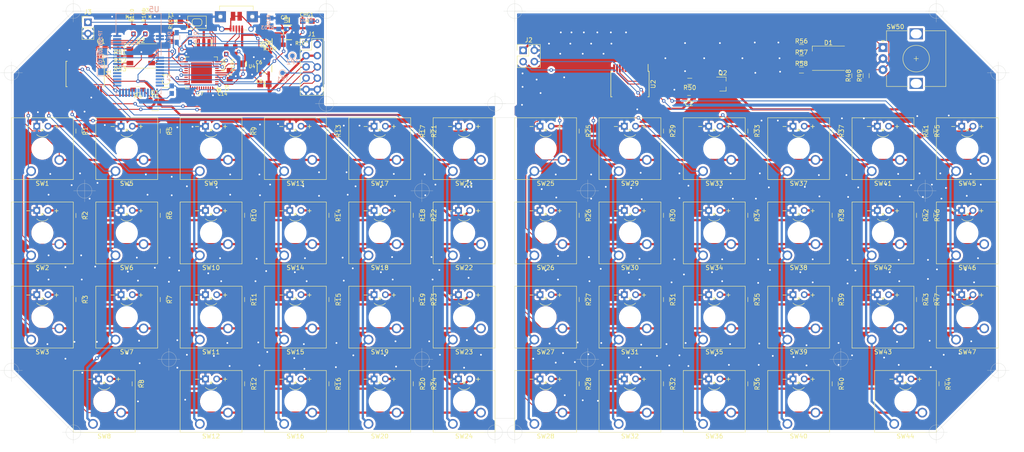
<source format=kicad_pcb>
(kicad_pcb (version 20171130) (host pcbnew 5.1.9)
  (layers (0 F.Cu signal) (31 B.Cu signal) (34 B.Paste user) (35 F.Paste user) (36 B.SilkS user) (37 F.SilkS user) (38 B.Mask user) (39 F.Mask user) (44 Edge.Cuts user))
  (net 0 "")
  (net 1 scl)
  (net 2 sda)
  (net 3 GND)
  (net 4 gnd1)
  (net 5 vcc1)
  (net 6 "Net-(D1-Pad2)")
  (net 7 "Net-(D1-Pad1)")
  (net 8 scl1)
  (net 9 sda1)
  (net 10 "Net-(SW1-Pad2)")
  (net 11 "Net-(SW1-Pad1)")
  (net 12 "Net-(SW10-Pad1)")
  (net 13 "Net-(SW10-Pad2)")
  (net 14 "Net-(SW25-Pad1)")
  (net 15 "Net-(SW29-Pad1)")
  (net 16 "Net-(R10-Pad1)")
  (net 17 "Net-(R11-Pad1)")
  (net 18 "Net-(R12-Pad1)")
  (net 19 "Net-(R13-Pad1)")
  (net 20 "Net-(R14-Pad1)")
  (net 21 "Net-(R15-Pad1)")
  (net 22 "Net-(R16-Pad1)")
  (net 23 "Net-(R17-Pad1)")
  (net 24 "Net-(R18-Pad1)")
  (net 25 "Net-(R19-Pad1)")
  (net 26 "Net-(R20-Pad1)")
  (net 27 "Net-(R21-Pad1)")
  (net 28 "Net-(R22-Pad1)")
  (net 29 "Net-(R23-Pad1)")
  (net 30 "Net-(R24-Pad1)")
  (net 31 "Net-(R25-Pad1)")
  (net 32 "Net-(R26-Pad1)")
  (net 33 "Net-(R27-Pad1)")
  (net 34 "Net-(R28-Pad1)")
  (net 35 "Net-(R29-Pad1)")
  (net 36 "Net-(R30-Pad1)")
  (net 37 "Net-(R31-Pad1)")
  (net 38 "Net-(R32-Pad1)")
  (net 39 "Net-(R33-Pad1)")
  (net 40 "Net-(R34-Pad1)")
  (net 41 "Net-(R35-Pad1)")
  (net 42 "Net-(R36-Pad1)")
  (net 43 "Net-(R37-Pad1)")
  (net 44 "Net-(R38-Pad1)")
  (net 45 "Net-(R39-Pad1)")
  (net 46 "Net-(R40-Pad1)")
  (net 47 "Net-(R41-Pad1)")
  (net 48 "Net-(R42-Pad1)")
  (net 49 "Net-(R43-Pad1)")
  (net 50 "Net-(R44-Pad1)")
  (net 51 "Net-(R45-Pad1)")
  (net 52 "Net-(R46-Pad1)")
  (net 53 "Net-(R47-Pad1)")
  (net 54 "Net-(SW13-Pad1)")
  (net 55 "Net-(SW25-Pad2)")
  (net 56 "Net-(R7-Pad1)")
  (net 57 "Net-(R8-Pad1)")
  (net 58 "Net-(R9-Pad1)")
  (net 59 "Net-(SW11-Pad2)")
  (net 60 "Net-(SW12-Pad2)")
  (net 61 "Net-(SW5-Pad1)")
  (net 62 "Net-(SW17-Pad1)")
  (net 63 "Net-(SW21-Pad1)")
  (net 64 "Net-(SW26-Pad2)")
  (net 65 "Net-(SW27-Pad2)")
  (net 66 "Net-(SW28-Pad2)")
  (net 67 "Net-(SW33-Pad1)")
  (net 68 "Net-(SW37-Pad1)")
  (net 69 "Net-(SW41-Pad1)")
  (net 70 "Net-(SW45-Pad1)")
  (net 71 "Net-(R1-Pad1)")
  (net 72 "Net-(R2-Pad1)")
  (net 73 "Net-(R3-Pad1)")
  (net 74 "Net-(R5-Pad1)")
  (net 75 "Net-(R6-Pad1)")
  (net 76 "Net-(D1-Pad3)")
  (net 77 "Net-(D1-Pad6)")
  (net 78 "Net-(D1-Pad5)")
  (net 79 "Net-(D1-Pad4)")
  (net 80 "Net-(Q1-Pad3)")
  (net 81 "Net-(Q1-Pad1)")
  (net 82 "Net-(Q2-Pad3)")
  (net 83 "Net-(Q2-Pad1)")
  (net 84 VBAT)
  (net 85 +3V3)
  (net 86 VBUS)
  (net 87 /AREF)
  (net 88 "Net-(CHG1-PadC)")
  (net 89 "Net-(D3-PadA)")
  (net 90 "Net-(D4-PadA)")
  (net 91 /A0)
  (net 92 /13)
  (net 93 /5)
  (net 94 /9)
  (net 95 /8_BLE_CS)
  (net 96 /4_SWDIO/RST)
  (net 97 "Net-(IC1-Pad17)")
  (net 98 "Net-(IC1-Pad16)")
  (net 99 /RST)
  (net 100 /MISO)
  (net 101 /MOSI)
  (net 102 /SCK)
  (net 103 "Net-(IC1-Pad4)")
  (net 104 "Net-(IC1-Pad3)")
  (net 105 /7_BLE_IRQ)
  (net 106 "Net-(L1-PadA)")
  (net 107 /MODE)
  (net 108 "Net-(R102-Pad2)")
  (net 109 "Net-(R104-Pad1)")
  (net 110 "Net-(R105-Pad1)")
  (net 111 "Net-(R108-Pad1)")
  (net 112 /CONNECTED)
  (net 113 /SWCLK)
  (net 114 /FCTRYRST)
  (net 115 "Net-(J3-Pad1)")
  (net 116 "Net-(R4-Pad2)")
  (net 117 "Net-(R48-Pad2)")
  (net 118 "Net-(R49-Pad2)")
  (net 119 "Net-(R50-Pad2)")
  (net 120 "Net-(D2-Pad1)")
  (net 121 "Net-(D2-Pad2)")
  (net 122 "Net-(D2-Pad3)")
  (net 123 "Net-(D2-Pad6)")
  (net 124 "Net-(D2-Pad5)")
  (net 125 "Net-(D2-Pad4)")
  (net 126 "Net-(IC1-Pad41)")
  (net 127 "Net-(IC1-Pad40)")
  (net 128 "Net-(IC1-Pad39)")
  (net 129 "Net-(IC1-Pad38)")
  (net 130 /A1)
  (net 131 "Net-(IC1-Pad30)")
  (net 132 /6)
  (net 133 "Net-(IC1-Pad26)")
  (net 134 "Net-(IC1-Pad22)")
  (net 135 "Net-(IC1-Pad21)")
  (net 136 "Net-(IC1-Pad20)")
  (net 137 "Net-(IC1-Pad12)")
  (net 138 "Net-(IC1-Pad8)")
  (net 139 "Net-(IC1-Pad2)")
  (net 140 "Net-(U1-Pad9)")
  (net 141 "Net-(U1-Pad8)")
  (net 142 "Net-(U1-Pad1)")
  (net 143 "Net-(U2-Pad1)")
  (net 144 "Net-(U4-Pad4)")
  (net 145 DEC2)
  (net 146 "Net-(U5-Pad40)")
  (net 147 "Net-(U5-Pad37)")
  (net 148 "Net-(U5-Pad33)")
  (net 149 "Net-(U5-Pad32)")
  (net 150 "Net-(U5-Pad31)")
  (net 151 "Net-(U5-Pad30)")
  (net 152 "Net-(U5-Pad29)")
  (net 153 "Net-(U5-Pad28)")
  (net 154 "Net-(U5-Pad27)")
  (net 155 "Net-(U5-Pad26)")
  (net 156 "Net-(U5-Pad24)")
  (net 157 "Net-(U5-Pad23)")
  (net 158 "Net-(U5-Pad22)")
  (net 159 "Net-(U5-Pad21)")
  (net 160 "Net-(U5-Pad20)")
  (net 161 "Net-(U5-Pad19)")
  (net 162 "Net-(U5-Pad18)")
  (net 163 "Net-(U5-Pad17)")
  (net 164 DCC)
  (net 165 "Net-(U5-Pad12)")
  (net 166 "Net-(U5-Pad11)")
  (net 167 "Net-(U5-Pad10)")
  (net 168 "Net-(U5-Pad9)")
  (net 169 "Net-(X3-PadID)")
  (module "Adafruit Feather 32u4 Bluefruit LE:BLE_MODULE_RAYTAC_MDBT40" (layer B.Cu) (at 45.212 69.342 180)
    (fp_text reference U5 (at -4.866 9.328 180) (layer B.SilkS) (effects (font (size 1.2065 1.2065) (thickness 0.21717)) (justify left bottom mirror)))
    (fp_text value MBT40)
    (pad "" np_thru_hole circle (at 2.2 4.45 180) (size 0.9 0.9) (drill 0.9) (layers *.Cu *.Mask))
    (pad 42 smd rect (at 4.825 4 180) (size 1.85 0.45) (layers B.Cu B.Paste B.Mask) (net 3 GND))
    (pad 41 smd rect (at 4.825 3.3 180) (size 1.85 0.45) (layers B.Cu B.Paste B.Mask) (net 145 DEC2))
    (pad 40 smd rect (at 4.825 2.6 180) (size 1.85 0.45) (layers B.Cu B.Paste B.Mask) (net 146 "Net-(U5-Pad40)"))
    (pad 39 smd rect (at 4.825 1.9 180) (size 1.85 0.45) (layers B.Cu B.Paste B.Mask) (net 112 /CONNECTED))
    (pad 38 smd rect (at 4.825 1.2 180) (size 1.85 0.45) (layers B.Cu B.Paste B.Mask) (net 107 /MODE))
    (pad 37 smd rect (at 4.825 0.5 180) (size 1.85 0.45) (layers B.Cu B.Paste B.Mask) (net 147 "Net-(U5-Pad37)"))
    (pad 36 smd rect (at 4.825 -0.2 180) (size 1.85 0.45) (layers B.Cu B.Paste B.Mask) (net 113 /SWCLK))
    (pad 35 smd rect (at 4.825 -0.9 180) (size 1.85 0.45) (layers B.Cu B.Paste B.Mask) (net 96 /4_SWDIO/RST))
    (pad 34 smd rect (at 4.825 -1.6 180) (size 1.85 0.45) (layers B.Cu B.Paste B.Mask) (net 114 /FCTRYRST))
    (pad 33 smd rect (at 4.825 -2.3 180) (size 1.85 0.45) (layers B.Cu B.Paste B.Mask) (net 148 "Net-(U5-Pad33)"))
    (pad 32 smd rect (at 4.825 -3 180) (size 1.85 0.45) (layers B.Cu B.Paste B.Mask) (net 149 "Net-(U5-Pad32)"))
    (pad 31 smd rect (at 4.825 -3.7 180) (size 1.85 0.45) (layers B.Cu B.Paste B.Mask) (net 150 "Net-(U5-Pad31)"))
    (pad 30 smd rect (at 4.825 -4.4 180) (size 1.85 0.45) (layers B.Cu B.Paste B.Mask) (net 151 "Net-(U5-Pad30)"))
    (pad 29 smd rect (at 4.825 -5.1 180) (size 1.85 0.45) (layers B.Cu B.Paste B.Mask) (net 152 "Net-(U5-Pad29)"))
    (pad 28 smd rect (at 4.825 -5.8 180) (size 1.85 0.45) (layers B.Cu B.Paste B.Mask) (net 153 "Net-(U5-Pad28)"))
    (pad 27 smd rect (at 4.825 -6.5 180) (size 1.85 0.45) (layers B.Cu B.Paste B.Mask) (net 154 "Net-(U5-Pad27)"))
    (pad 26 smd rect (at 4.825 -7.2 180) (size 1.85 0.45) (layers B.Cu B.Paste B.Mask) (net 155 "Net-(U5-Pad26)"))
    (pad 25 smd rect (at 4.2 -8.825 90) (size 1.85 0.45) (layers B.Cu B.Paste B.Mask) (net 3 GND))
    (pad 24 smd rect (at 3.5 -8.825 90) (size 1.85 0.45) (layers B.Cu B.Paste B.Mask) (net 156 "Net-(U5-Pad24)"))
    (pad 23 smd rect (at 2.8 -8.825 90) (size 1.85 0.45) (layers B.Cu B.Paste B.Mask) (net 157 "Net-(U5-Pad23)"))
    (pad 22 smd rect (at 2.1 -8.825 90) (size 1.85 0.45) (layers B.Cu B.Paste B.Mask) (net 158 "Net-(U5-Pad22)"))
    (pad 21 smd rect (at 1.4 -8.825 90) (size 1.85 0.45) (layers B.Cu B.Paste B.Mask) (net 159 "Net-(U5-Pad21)"))
    (pad 20 smd rect (at 0.7 -8.825 90) (size 1.85 0.45) (layers B.Cu B.Paste B.Mask) (net 160 "Net-(U5-Pad20)"))
    (pad 19 smd rect (at 0 -8.825 90) (size 1.85 0.45) (layers B.Cu B.Paste B.Mask) (net 161 "Net-(U5-Pad19)"))
    (pad 18 smd rect (at -0.7 -8.825 90) (size 1.85 0.45) (layers B.Cu B.Paste B.Mask) (net 162 "Net-(U5-Pad18)"))
    (pad 17 smd rect (at -1.4 -8.825 90) (size 1.85 0.45) (layers B.Cu B.Paste B.Mask) (net 163 "Net-(U5-Pad17)"))
    (pad 16 smd rect (at -2.1 -8.825 90) (size 1.85 0.45) (layers B.Cu B.Paste B.Mask) (net 3 GND))
    (pad 15 smd rect (at -2.8 -8.825 90) (size 1.85 0.45) (layers B.Cu B.Paste B.Mask) (net 164 DCC))
    (pad 14 smd rect (at -3.5 -8.825 90) (size 1.85 0.45) (layers B.Cu B.Paste B.Mask) (net 85 +3V3))
    (pad 13 smd rect (at -4.2 -8.825 90) (size 1.85 0.45) (layers B.Cu B.Paste B.Mask) (net 3 GND))
    (pad 12 smd rect (at -4.825 -7.2 180) (size 1.85 0.45) (layers B.Cu B.Paste B.Mask) (net 165 "Net-(U5-Pad12)"))
    (pad 11 smd rect (at -4.825 -6.5 180) (size 1.85 0.45) (layers B.Cu B.Paste B.Mask) (net 166 "Net-(U5-Pad11)"))
    (pad 10 smd rect (at -4.825 -5.8 180) (size 1.85 0.45) (layers B.Cu B.Paste B.Mask) (net 167 "Net-(U5-Pad10)"))
    (pad 9 smd rect (at -4.825 -5.1 180) (size 1.85 0.45) (layers B.Cu B.Paste B.Mask) (net 168 "Net-(U5-Pad9)"))
    (pad 8 smd rect (at -4.825 -4.4 180) (size 1.85 0.45) (layers B.Cu B.Paste B.Mask) (net 105 /7_BLE_IRQ))
    (pad 7 smd rect (at -4.825 -3.7 180) (size 1.85 0.45) (layers B.Cu B.Paste B.Mask) (net 95 /8_BLE_CS))
    (pad 6 smd rect (at -4.825 -3 180) (size 1.85 0.45) (layers B.Cu B.Paste B.Mask) (net 101 /MOSI))
    (pad 5 smd rect (at -4.825 -2.3 180) (size 1.85 0.45) (layers B.Cu B.Paste B.Mask) (net 100 /MISO))
    (pad 4 smd rect (at -4.825 -1.6 180) (size 1.85 0.45) (layers B.Cu B.Paste B.Mask) (net 102 /SCK))
    (pad 3 smd rect (at -4.825 -0.9 180) (size 1.85 0.45) (layers B.Cu B.Paste B.Mask) (net 85 +3V3))
    (pad 2 smd rect (at -4.825 3.3 180) (size 1.85 0.45) (layers B.Cu B.Paste B.Mask) (net 3 GND))
    (pad 1 smd rect (at -4.825 4 180) (size 1.85 0.45) (layers B.Cu B.Paste B.Mask) (net 3 GND))
  )
  (module "Adafruit Feather 32u4 Bluefruit LE:4UCONN_20329_V2" (layer F.Cu) (at 67.31 62.865 180)
    (fp_text reference X3 (at -2.778 5.852 180) (layer F.SilkS) (effects (font (size 0.77216 0.77216) (thickness 0.138988)) (justify right bottom)))
    (fp_text value microUSB)
    (fp_line (start 3.15 2.2) (end 3.15 1.6) (layer Edge.Cuts) (width 0.05))
    (fp_line (start 4.05 1.6) (end 4.05 2.2) (layer Edge.Cuts) (width 0.05))
    (fp_line (start -4.05 2.15) (end -4.05 1.6) (layer Edge.Cuts) (width 0.05))
    (fp_line (start -3.5 2.55) (end -3.7 2.55) (layer Edge.Cuts) (width 0.05))
    (fp_line (start -3.15 1.6) (end -3.15 2.15) (layer Edge.Cuts) (width 0.05))
    (fp_line (start -3.7 1.25) (end -3.5 1.25) (layer Edge.Cuts) (width 0.05))
    (fp_arc (start 3.55 1.65) (end 3.15 1.6) (angle 90) (layer Edge.Cuts) (width 0.05))
    (fp_arc (start 3.65 1.65) (end 3.6 1.25) (angle 90) (layer Edge.Cuts) (width 0.05))
    (fp_arc (start 3.55 2.15) (end 3.6 2.55) (angle 90) (layer Edge.Cuts) (width 0.05))
    (fp_arc (start 3.65 2.15) (end 4.05 2.2) (angle 90) (layer Edge.Cuts) (width 0.05))
    (fp_arc (start -3.675 2.175) (end -3.7 2.55) (angle 90) (layer Edge.Cuts) (width 0.05))
    (fp_arc (start -3.525 2.175) (end -3.15 2.15) (angle 90) (layer Edge.Cuts) (width 0.05))
    (fp_arc (start -3.5 1.6) (end -3.5 1.25) (angle 90) (layer Edge.Cuts) (width 0.05))
    (fp_arc (start -3.7 1.6) (end -4.05 1.6) (angle 90) (layer Edge.Cuts) (width 0.05))
    (pad BASE@2 smd rect (at 0.75 2 270) (size 2 1) (layers F.Cu F.Paste F.Mask) (net 3 GND))
    (pad BASE@1 smd rect (at -0.75 2 270) (size 2 1) (layers F.Cu F.Paste F.Mask) (net 3 GND))
    (pad GND smd rect (at 1.3 -0.775 180) (size 0.4 1.35) (layers F.Cu F.Paste F.Mask) (net 3 GND))
    (pad ID smd rect (at 0.65 -0.775 180) (size 0.4 1.35) (layers F.Cu F.Paste F.Mask) (net 169 "Net-(X3-PadID)"))
    (pad D+ smd rect (at 0 -0.775 180) (size 0.4 1.35) (layers F.Cu F.Paste F.Mask) (net 110 "Net-(R105-Pad1)"))
    (pad D- smd rect (at -0.65 -0.775 180) (size 0.4 1.35) (layers F.Cu F.Paste F.Mask) (net 109 "Net-(R104-Pad1)"))
    (pad VBUS smd rect (at -1.3 -0.775 180) (size 0.4 1.35) (layers F.Cu F.Paste F.Mask) (net 86 VBUS))
    (pad SPRT@2 thru_hole circle (at 3.3 -0.9 180) (size 1.2 1.2) (drill 0.8) (layers *.Cu *.Mask) (net 3 GND))
    (pad SPRT@1 thru_hole circle (at -3.3 -0.9) (size 1.2 1.2) (drill 0.8) (layers *.Cu *.Mask) (net 3 GND))
    (pad SPRT@3 thru_hole rect (at -3.6 1.9 270) (size 2.5 2.5) (drill 0.9) (layers *.Cu *.Mask) (net 3 GND))
    (pad SPRT@4 thru_hole rect (at 3.6 1.9 270) (size 2.5 2.5) (drill 0.9) (layers *.Cu *.Mask) (net 3 GND))
    (pad "" np_thru_hole circle (at 1.95 0 180) (size 0.7 0.7) (drill 0.7) (layers *.Cu *.Mask))
    (pad "" np_thru_hole circle (at -1.95 0 180) (size 0.7 0.7) (drill 0.7) (layers *.Cu *.Mask))
  )
  (module TO_SOT_Packages_SMD:SOT-23 (layer F.Cu) (at 177.165 76.2)
    (fp_text reference Q2 (at 0 -2.5) (layer F.SilkS))
    (fp_text value Q_NPN_BCE)
    (pad 1 smd rect (at -1 -0.95) (size 0.9 0.8) (layers F.Cu F.Paste F.Mask) (net 83 "Net-(Q2-Pad1)"))
    (pad 2 smd rect (at -1 0.95) (size 0.9 0.8) (layers F.Cu F.Paste F.Mask) (net 5 vcc1))
    (pad 3 smd rect (at 1 0) (size 0.9 0.8) (layers F.Cu F.Paste F.Mask) (net 82 "Net-(Q2-Pad3)"))
  )
  (module Resistor_SMD:R_0201_0603Metric_Pad0.64x0.40mm_HandSolder (layer F.Cu) (at 41.0475 71.755 180)
    (fp_text reference R53 (at 0 -1.05) (layer F.SilkS))
    (fp_text value 65)
    (pad 2 smd roundrect (at 0.4075 0 180) (size 0.635 0.4) (layers F.Cu F.Mask) (net 3 GND))
    (pad 1 smd roundrect (at -0.4075 0 180) (size 0.635 0.4) (layers F.Cu F.Mask) (net 122 "Net-(D2-Pad3)"))
  )
  (module Resistor_SMD:R_0201_0603Metric_Pad0.64x0.40mm_HandSolder (layer F.Cu) (at 41.0475 69.85 180)
    (fp_text reference R52 (at 0 -1.05) (layer F.SilkS))
    (fp_text value 65)
    (pad 2 smd roundrect (at 0.4075 0 180) (size 0.635 0.4) (layers F.Cu F.Mask) (net 3 GND))
    (pad 1 smd roundrect (at -0.4075 0 180) (size 0.635 0.4) (layers F.Cu F.Mask) (net 121 "Net-(D2-Pad2)"))
  )
  (module Resistor_SMD:R_0201_0603Metric_Pad0.64x0.40mm_HandSolder (layer F.Cu) (at 41.0475 67.945 180)
    (fp_text reference R51 (at 0 -1.05) (layer F.SilkS))
    (fp_text value 65)
    (pad 2 smd roundrect (at 0.4075 0 180) (size 0.635 0.4) (layers F.Cu F.Mask) (net 3 GND))
    (pad 1 smd roundrect (at -0.4075 0 180) (size 0.635 0.4) (layers F.Cu F.Mask) (net 120 "Net-(D2-Pad1)"))
  )
  (module LED_SMD:LED_WS2812_PLCC6_5.0x5.0mm_P1.6mm (layer F.Cu) (at 45.72 69.85)
    (fp_text reference D2 (at 0 -3.5) (layer F.SilkS))
    (fp_text value LED_RGB)
    (pad 1 smd rect (at -2.45 -1.6) (size 1.5 1) (layers F.Cu F.Paste F.Mask) (net 120 "Net-(D2-Pad1)"))
    (pad 2 smd rect (at -2.45 0) (size 1.5 1) (layers F.Cu F.Paste F.Mask) (net 121 "Net-(D2-Pad2)"))
    (pad 3 smd rect (at -2.45 1.6) (size 1.5 1) (layers F.Cu F.Paste F.Mask) (net 122 "Net-(D2-Pad3)"))
    (pad 6 smd rect (at 2.45 -1.6) (size 1.5 1) (layers F.Cu F.Paste F.Mask) (net 123 "Net-(D2-Pad6)"))
    (pad 5 smd rect (at 2.45 0) (size 1.5 1) (layers F.Cu F.Paste F.Mask) (net 124 "Net-(D2-Pad5)"))
    (pad 4 smd rect (at 2.45 1.6) (size 1.5 1) (layers F.Cu F.Paste F.Mask) (net 125 "Net-(D2-Pad4)"))
  )
  (module splitboard:SW_Cherry_MX_1.00u_Plate_led (layer F.Cu) (at 220.98 147.955)
    (fp_text reference SW44 (at -2.54 7.874 180) (layer F.SilkS))
    (fp_text value SW_Push_LED)
    (fp_text user - (at -5.715 -5.08) (layer F.SilkS))
    (fp_text user + (at 0.635 -5.08) (layer F.SilkS))
    (fp_text user * (at -2.54 -3.81) (layer F.SilkS) (effects (font (size 1.27 1.27))))
    (pad 1 thru_hole circle (at -5.08 5.08 180) (size 2.2 2.2) (drill 1.5) (layers *.Cu *.Mask) (net 69 "Net-(SW41-Pad1)"))
    (pad 2 thru_hole circle (at 1.27 2.54 180) (size 2.2 2.2) (drill 1.5) (layers *.Cu *.Mask) (net 66 "Net-(SW28-Pad2)"))
    (pad "" np_thru_hole circle (at -2.54 0) (size 4 4) (drill 4) (layers *.Cu *.Mask))
    (pad 3 thru_hole rect (at -3.81 -5.08) (size 1.524 1.524) (drill 0.9) (layers *.Cu *.Mask) (net 4 gnd1))
    (pad 4 thru_hole circle (at -1.27 -5.08) (size 1.524 1.524) (drill 0.9) (layers *.Cu *.Mask) (net 50 "Net-(R44-Pad1)"))
  )
  (module splitboard:SW_Cherry_MX_1.00u_Plate_led (layer F.Cu) (at 45.085 90.805)
    (fp_text reference SW5 (at -2.54 7.874 180) (layer F.SilkS))
    (fp_text value SW_Push_LED)
    (fp_text user - (at -5.715 -5.08) (layer F.SilkS))
    (fp_text user + (at 0.635 -5.08) (layer F.SilkS))
    (fp_text user * (at -2.54 -3.81) (layer F.SilkS) (effects (font (size 1.27 1.27))))
    (pad 1 thru_hole circle (at -5.08 5.08 180) (size 2.2 2.2) (drill 1.5) (layers *.Cu *.Mask) (net 61 "Net-(SW5-Pad1)"))
    (pad 2 thru_hole circle (at 1.27 2.54 180) (size 2.2 2.2) (drill 1.5) (layers *.Cu *.Mask) (net 10 "Net-(SW1-Pad2)"))
    (pad "" np_thru_hole circle (at -2.54 0) (size 4 4) (drill 4) (layers *.Cu *.Mask))
    (pad 3 thru_hole rect (at -3.81 -5.08) (size 1.524 1.524) (drill 0.9) (layers *.Cu *.Mask) (net 3 GND))
    (pad 4 thru_hole circle (at -1.27 -5.08) (size 1.524 1.524) (drill 0.9) (layers *.Cu *.Mask) (net 74 "Net-(R5-Pad1)"))
  )
  (module splitboard:SW_Cherry_MX_1.00u_Plate_led (layer F.Cu) (at 26.035 90.805)
    (fp_text reference SW1 (at -2.54 7.874 180) (layer F.SilkS))
    (fp_text value SW_Push_LED)
    (fp_text user - (at -5.715 -5.08) (layer F.SilkS))
    (fp_text user + (at 0.635 -5.08) (layer F.SilkS))
    (fp_text user * (at -2.54 -3.81) (layer F.SilkS) (effects (font (size 1.27 1.27))))
    (pad 1 thru_hole circle (at -5.08 5.08 180) (size 2.2 2.2) (drill 1.5) (layers *.Cu *.Mask) (net 11 "Net-(SW1-Pad1)"))
    (pad 2 thru_hole circle (at 1.27 2.54 180) (size 2.2 2.2) (drill 1.5) (layers *.Cu *.Mask) (net 10 "Net-(SW1-Pad2)"))
    (pad "" np_thru_hole circle (at -2.54 0) (size 4 4) (drill 4) (layers *.Cu *.Mask))
    (pad 3 thru_hole rect (at -3.81 -5.08) (size 1.524 1.524) (drill 0.9) (layers *.Cu *.Mask) (net 3 GND))
    (pad 4 thru_hole circle (at -1.27 -5.08) (size 1.524 1.524) (drill 0.9) (layers *.Cu *.Mask) (net 71 "Net-(R1-Pad1)"))
  )
  (module splitboard:SW_Cherry_MX_1.00u_Plate_led (layer F.Cu) (at 121.285 109.855)
    (fp_text reference SW22 (at -2.54 7.874 180) (layer F.SilkS))
    (fp_text value SW_Push_LED)
    (fp_text user - (at -5.715 -5.08) (layer F.SilkS))
    (fp_text user + (at 0.635 -5.08) (layer F.SilkS))
    (fp_text user * (at -2.54 -3.81) (layer F.SilkS) (effects (font (size 1.27 1.27))))
    (pad 1 thru_hole circle (at -5.08 5.08 180) (size 2.2 2.2) (drill 1.5) (layers *.Cu *.Mask) (net 63 "Net-(SW21-Pad1)"))
    (pad 2 thru_hole circle (at 1.27 2.54 180) (size 2.2 2.2) (drill 1.5) (layers *.Cu *.Mask) (net 13 "Net-(SW10-Pad2)"))
    (pad "" np_thru_hole circle (at -2.54 0) (size 4 4) (drill 4) (layers *.Cu *.Mask))
    (pad 3 thru_hole rect (at -3.81 -5.08) (size 1.524 1.524) (drill 0.9) (layers *.Cu *.Mask) (net 3 GND))
    (pad 4 thru_hole circle (at -1.27 -5.08) (size 1.524 1.524) (drill 0.9) (layers *.Cu *.Mask) (net 28 "Net-(R22-Pad1)"))
  )
  (module splitboard:SW_Cherry_MX_1.00u_Plate_led (layer F.Cu) (at 26.035 128.905)
    (fp_text reference SW3 (at -2.54 7.874 180) (layer F.SilkS))
    (fp_text value SW_Push_LED)
    (fp_text user - (at -5.715 -5.08) (layer F.SilkS))
    (fp_text user + (at 0.635 -5.08) (layer F.SilkS))
    (fp_text user * (at -2.54 -3.81) (layer F.SilkS) (effects (font (size 1.27 1.27))))
    (pad 1 thru_hole circle (at -5.08 5.08 180) (size 2.2 2.2) (drill 1.5) (layers *.Cu *.Mask) (net 11 "Net-(SW1-Pad1)"))
    (pad 2 thru_hole circle (at 1.27 2.54 180) (size 2.2 2.2) (drill 1.5) (layers *.Cu *.Mask) (net 59 "Net-(SW11-Pad2)"))
    (pad "" np_thru_hole circle (at -2.54 0) (size 4 4) (drill 4) (layers *.Cu *.Mask))
    (pad 3 thru_hole rect (at -3.81 -5.08) (size 1.524 1.524) (drill 0.9) (layers *.Cu *.Mask) (net 3 GND))
    (pad 4 thru_hole circle (at -1.27 -5.08) (size 1.524 1.524) (drill 0.9) (layers *.Cu *.Mask) (net 73 "Net-(R3-Pad1)"))
  )
  (module splitboard:SW_Cherry_MX_1.00u_Plate_led (layer F.Cu) (at 121.285 147.955)
    (fp_text reference SW24 (at -2.54 7.874 180) (layer F.SilkS))
    (fp_text value SW_Push_LED)
    (fp_text user - (at -5.715 -5.08) (layer F.SilkS))
    (fp_text user + (at 0.635 -5.08) (layer F.SilkS))
    (fp_text user * (at -2.54 -3.81) (layer F.SilkS) (effects (font (size 1.27 1.27))))
    (pad 1 thru_hole circle (at -5.08 5.08 180) (size 2.2 2.2) (drill 1.5) (layers *.Cu *.Mask) (net 63 "Net-(SW21-Pad1)"))
    (pad 2 thru_hole circle (at 1.27 2.54 180) (size 2.2 2.2) (drill 1.5) (layers *.Cu *.Mask) (net 60 "Net-(SW12-Pad2)"))
    (pad "" np_thru_hole circle (at -2.54 0) (size 4 4) (drill 4) (layers *.Cu *.Mask))
    (pad 3 thru_hole rect (at -3.81 -5.08) (size 1.524 1.524) (drill 0.9) (layers *.Cu *.Mask) (net 3 GND))
    (pad 4 thru_hole circle (at -1.27 -5.08) (size 1.524 1.524) (drill 0.9) (layers *.Cu *.Mask) (net 30 "Net-(R24-Pad1)"))
  )
  (module splitboard:SW_Cherry_MX_1.00u_Plate_led (layer F.Cu) (at 102.235 128.905)
    (fp_text reference SW19 (at -2.54 7.874 180) (layer F.SilkS))
    (fp_text value SW_Push_LED)
    (fp_text user - (at -5.715 -5.08) (layer F.SilkS))
    (fp_text user + (at 0.635 -5.08) (layer F.SilkS))
    (fp_text user * (at -2.54 -3.81) (layer F.SilkS) (effects (font (size 1.27 1.27))))
    (pad 1 thru_hole circle (at -5.08 5.08 180) (size 2.2 2.2) (drill 1.5) (layers *.Cu *.Mask) (net 62 "Net-(SW17-Pad1)"))
    (pad 2 thru_hole circle (at 1.27 2.54 180) (size 2.2 2.2) (drill 1.5) (layers *.Cu *.Mask) (net 59 "Net-(SW11-Pad2)"))
    (pad "" np_thru_hole circle (at -2.54 0) (size 4 4) (drill 4) (layers *.Cu *.Mask))
    (pad 3 thru_hole rect (at -3.81 -5.08) (size 1.524 1.524) (drill 0.9) (layers *.Cu *.Mask) (net 3 GND))
    (pad 4 thru_hole circle (at -1.27 -5.08) (size 1.524 1.524) (drill 0.9) (layers *.Cu *.Mask) (net 25 "Net-(R19-Pad1)"))
  )
  (module splitboard:SW_Cherry_MX_1.00u_Plate_led (layer F.Cu) (at 83.185 128.905)
    (fp_text reference SW15 (at -2.54 7.874 180) (layer F.SilkS))
    (fp_text value SW_Push_LED)
    (fp_text user - (at -5.715 -5.08) (layer F.SilkS))
    (fp_text user + (at 0.635 -5.08) (layer F.SilkS))
    (fp_text user * (at -2.54 -3.81) (layer F.SilkS) (effects (font (size 1.27 1.27))))
    (pad 1 thru_hole circle (at -5.08 5.08 180) (size 2.2 2.2) (drill 1.5) (layers *.Cu *.Mask) (net 54 "Net-(SW13-Pad1)"))
    (pad 2 thru_hole circle (at 1.27 2.54 180) (size 2.2 2.2) (drill 1.5) (layers *.Cu *.Mask) (net 59 "Net-(SW11-Pad2)"))
    (pad "" np_thru_hole circle (at -2.54 0) (size 4 4) (drill 4) (layers *.Cu *.Mask))
    (pad 3 thru_hole rect (at -3.81 -5.08) (size 1.524 1.524) (drill 0.9) (layers *.Cu *.Mask) (net 3 GND))
    (pad 4 thru_hole circle (at -1.27 -5.08) (size 1.524 1.524) (drill 0.9) (layers *.Cu *.Mask) (net 21 "Net-(R15-Pad1)"))
  )
  (module splitboard:SW_Cherry_MX_1.00u_Plate_led (layer F.Cu) (at 234.95 128.905)
    (fp_text reference SW47 (at -2.54 7.874 180) (layer F.SilkS))
    (fp_text value SW_Push_LED)
    (fp_text user - (at -5.715 -5.08) (layer F.SilkS))
    (fp_text user + (at 0.635 -5.08) (layer F.SilkS))
    (fp_text user * (at -2.54 -3.81) (layer F.SilkS) (effects (font (size 1.27 1.27))))
    (pad 1 thru_hole circle (at -5.08 5.08 180) (size 2.2 2.2) (drill 1.5) (layers *.Cu *.Mask) (net 70 "Net-(SW45-Pad1)"))
    (pad 2 thru_hole circle (at 1.27 2.54 180) (size 2.2 2.2) (drill 1.5) (layers *.Cu *.Mask) (net 65 "Net-(SW27-Pad2)"))
    (pad "" np_thru_hole circle (at -2.54 0) (size 4 4) (drill 4) (layers *.Cu *.Mask))
    (pad 3 thru_hole rect (at -3.81 -5.08) (size 1.524 1.524) (drill 0.9) (layers *.Cu *.Mask) (net 4 gnd1))
    (pad 4 thru_hole circle (at -1.27 -5.08) (size 1.524 1.524) (drill 0.9) (layers *.Cu *.Mask) (net 53 "Net-(R47-Pad1)"))
  )
  (module splitboard:SW_Cherry_MX_1.00u_Plate_led (layer F.Cu) (at 234.95 109.855)
    (fp_text reference SW46 (at -2.54 7.874 180) (layer F.SilkS))
    (fp_text value SW_Push_LED)
    (fp_text user - (at -5.715 -5.08) (layer F.SilkS))
    (fp_text user + (at 0.635 -5.08) (layer F.SilkS))
    (fp_text user * (at -2.54 -3.81) (layer F.SilkS) (effects (font (size 1.27 1.27))))
    (pad 1 thru_hole circle (at -5.08 5.08 180) (size 2.2 2.2) (drill 1.5) (layers *.Cu *.Mask) (net 70 "Net-(SW45-Pad1)"))
    (pad 2 thru_hole circle (at 1.27 2.54 180) (size 2.2 2.2) (drill 1.5) (layers *.Cu *.Mask) (net 64 "Net-(SW26-Pad2)"))
    (pad "" np_thru_hole circle (at -2.54 0) (size 4 4) (drill 4) (layers *.Cu *.Mask))
    (pad 3 thru_hole rect (at -3.81 -5.08) (size 1.524 1.524) (drill 0.9) (layers *.Cu *.Mask) (net 4 gnd1))
    (pad 4 thru_hole circle (at -1.27 -5.08) (size 1.524 1.524) (drill 0.9) (layers *.Cu *.Mask) (net 52 "Net-(R46-Pad1)"))
  )
  (module splitboard:SW_Cherry_MX_1.00u_Plate_led (layer F.Cu) (at 234.95 90.805)
    (fp_text reference SW45 (at -2.54 7.874 180) (layer F.SilkS))
    (fp_text value SW_Push_LED)
    (fp_text user - (at -5.715 -5.08) (layer F.SilkS))
    (fp_text user + (at 0.635 -5.08) (layer F.SilkS))
    (fp_text user * (at -2.54 -3.81) (layer F.SilkS) (effects (font (size 1.27 1.27))))
    (pad 1 thru_hole circle (at -5.08 5.08 180) (size 2.2 2.2) (drill 1.5) (layers *.Cu *.Mask) (net 70 "Net-(SW45-Pad1)"))
    (pad 2 thru_hole circle (at 1.27 2.54 180) (size 2.2 2.2) (drill 1.5) (layers *.Cu *.Mask) (net 55 "Net-(SW25-Pad2)"))
    (pad "" np_thru_hole circle (at -2.54 0) (size 4 4) (drill 4) (layers *.Cu *.Mask))
    (pad 3 thru_hole rect (at -3.81 -5.08) (size 1.524 1.524) (drill 0.9) (layers *.Cu *.Mask) (net 4 gnd1))
    (pad 4 thru_hole circle (at -1.27 -5.08) (size 1.524 1.524) (drill 0.9) (layers *.Cu *.Mask) (net 51 "Net-(R45-Pad1)"))
  )
  (module splitboard:SW_Cherry_MX_1.00u_Plate_led (layer F.Cu) (at 215.9 128.905)
    (fp_text reference SW43 (at -2.54 7.874 180) (layer F.SilkS))
    (fp_text value SW_Push_LED)
    (fp_text user - (at -5.715 -5.08) (layer F.SilkS))
    (fp_text user + (at 0.635 -5.08) (layer F.SilkS))
    (fp_text user * (at -2.54 -3.81) (layer F.SilkS) (effects (font (size 1.27 1.27))))
    (pad 1 thru_hole circle (at -5.08 5.08 180) (size 2.2 2.2) (drill 1.5) (layers *.Cu *.Mask) (net 69 "Net-(SW41-Pad1)"))
    (pad 2 thru_hole circle (at 1.27 2.54 180) (size 2.2 2.2) (drill 1.5) (layers *.Cu *.Mask) (net 65 "Net-(SW27-Pad2)"))
    (pad "" np_thru_hole circle (at -2.54 0) (size 4 4) (drill 4) (layers *.Cu *.Mask))
    (pad 3 thru_hole rect (at -3.81 -5.08) (size 1.524 1.524) (drill 0.9) (layers *.Cu *.Mask) (net 4 gnd1))
    (pad 4 thru_hole circle (at -1.27 -5.08) (size 1.524 1.524) (drill 0.9) (layers *.Cu *.Mask) (net 49 "Net-(R43-Pad1)"))
  )
  (module splitboard:SW_Cherry_MX_1.00u_Plate_led (layer F.Cu) (at 215.9 109.855)
    (fp_text reference SW42 (at -2.54 7.874 180) (layer F.SilkS))
    (fp_text value SW_Push_LED)
    (fp_text user - (at -5.715 -5.08) (layer F.SilkS))
    (fp_text user + (at 0.635 -5.08) (layer F.SilkS))
    (fp_text user * (at -2.54 -3.81) (layer F.SilkS) (effects (font (size 1.27 1.27))))
    (pad 1 thru_hole circle (at -5.08 5.08 180) (size 2.2 2.2) (drill 1.5) (layers *.Cu *.Mask) (net 69 "Net-(SW41-Pad1)"))
    (pad 2 thru_hole circle (at 1.27 2.54 180) (size 2.2 2.2) (drill 1.5) (layers *.Cu *.Mask) (net 64 "Net-(SW26-Pad2)"))
    (pad "" np_thru_hole circle (at -2.54 0) (size 4 4) (drill 4) (layers *.Cu *.Mask))
    (pad 3 thru_hole rect (at -3.81 -5.08) (size 1.524 1.524) (drill 0.9) (layers *.Cu *.Mask) (net 4 gnd1))
    (pad 4 thru_hole circle (at -1.27 -5.08) (size 1.524 1.524) (drill 0.9) (layers *.Cu *.Mask) (net 48 "Net-(R42-Pad1)"))
  )
  (module splitboard:SW_Cherry_MX_1.00u_Plate_led (layer F.Cu) (at 215.9 90.805)
    (fp_text reference SW41 (at -2.54 7.874 180) (layer F.SilkS))
    (fp_text value SW_Push_LED)
    (fp_text user - (at -5.715 -5.08) (layer F.SilkS))
    (fp_text user + (at 0.635 -5.08) (layer F.SilkS))
    (fp_text user * (at -2.54 -3.81) (layer F.SilkS) (effects (font (size 1.27 1.27))))
    (pad 1 thru_hole circle (at -5.08 5.08 180) (size 2.2 2.2) (drill 1.5) (layers *.Cu *.Mask) (net 69 "Net-(SW41-Pad1)"))
    (pad 2 thru_hole circle (at 1.27 2.54 180) (size 2.2 2.2) (drill 1.5) (layers *.Cu *.Mask) (net 55 "Net-(SW25-Pad2)"))
    (pad "" np_thru_hole circle (at -2.54 0) (size 4 4) (drill 4) (layers *.Cu *.Mask))
    (pad 3 thru_hole rect (at -3.81 -5.08) (size 1.524 1.524) (drill 0.9) (layers *.Cu *.Mask) (net 4 gnd1))
    (pad 4 thru_hole circle (at -1.27 -5.08) (size 1.524 1.524) (drill 0.9) (layers *.Cu *.Mask) (net 47 "Net-(R41-Pad1)"))
  )
  (module splitboard:SW_Cherry_MX_1.00u_Plate_led (layer F.Cu) (at 196.85 147.955)
    (fp_text reference SW40 (at -2.54 7.874 180) (layer F.SilkS))
    (fp_text value SW_Push_LED)
    (fp_text user - (at -5.715 -5.08) (layer F.SilkS))
    (fp_text user + (at 0.635 -5.08) (layer F.SilkS))
    (fp_text user * (at -2.54 -3.81) (layer F.SilkS) (effects (font (size 1.27 1.27))))
    (pad 1 thru_hole circle (at -5.08 5.08 180) (size 2.2 2.2) (drill 1.5) (layers *.Cu *.Mask) (net 68 "Net-(SW37-Pad1)"))
    (pad 2 thru_hole circle (at 1.27 2.54 180) (size 2.2 2.2) (drill 1.5) (layers *.Cu *.Mask) (net 66 "Net-(SW28-Pad2)"))
    (pad "" np_thru_hole circle (at -2.54 0) (size 4 4) (drill 4) (layers *.Cu *.Mask))
    (pad 3 thru_hole rect (at -3.81 -5.08) (size 1.524 1.524) (drill 0.9) (layers *.Cu *.Mask) (net 4 gnd1))
    (pad 4 thru_hole circle (at -1.27 -5.08) (size 1.524 1.524) (drill 0.9) (layers *.Cu *.Mask) (net 46 "Net-(R40-Pad1)"))
  )
  (module splitboard:SW_Cherry_MX_1.00u_Plate_led (layer F.Cu) (at 196.85 128.905)
    (fp_text reference SW39 (at -2.54 7.874 180) (layer F.SilkS))
    (fp_text value SW_Push_LED)
    (fp_text user - (at -5.715 -5.08) (layer F.SilkS))
    (fp_text user + (at 0.635 -5.08) (layer F.SilkS))
    (fp_text user * (at -2.54 -3.81) (layer F.SilkS) (effects (font (size 1.27 1.27))))
    (pad 1 thru_hole circle (at -5.08 5.08 180) (size 2.2 2.2) (drill 1.5) (layers *.Cu *.Mask) (net 68 "Net-(SW37-Pad1)"))
    (pad 2 thru_hole circle (at 1.27 2.54 180) (size 2.2 2.2) (drill 1.5) (layers *.Cu *.Mask) (net 65 "Net-(SW27-Pad2)"))
    (pad "" np_thru_hole circle (at -2.54 0) (size 4 4) (drill 4) (layers *.Cu *.Mask))
    (pad 3 thru_hole rect (at -3.81 -5.08) (size 1.524 1.524) (drill 0.9) (layers *.Cu *.Mask) (net 4 gnd1))
    (pad 4 thru_hole circle (at -1.27 -5.08) (size 1.524 1.524) (drill 0.9) (layers *.Cu *.Mask) (net 45 "Net-(R39-Pad1)"))
  )
  (module splitboard:SW_Cherry_MX_1.00u_Plate_led (layer F.Cu) (at 196.85 109.855)
    (fp_text reference SW38 (at -2.54 7.874 180) (layer F.SilkS))
    (fp_text value SW_Push_LED)
    (fp_text user - (at -5.715 -5.08) (layer F.SilkS))
    (fp_text user + (at 0.635 -5.08) (layer F.SilkS))
    (fp_text user * (at -2.54 -3.81) (layer F.SilkS) (effects (font (size 1.27 1.27))))
    (pad 1 thru_hole circle (at -5.08 5.08 180) (size 2.2 2.2) (drill 1.5) (layers *.Cu *.Mask) (net 68 "Net-(SW37-Pad1)"))
    (pad 2 thru_hole circle (at 1.27 2.54 180) (size 2.2 2.2) (drill 1.5) (layers *.Cu *.Mask) (net 64 "Net-(SW26-Pad2)"))
    (pad "" np_thru_hole circle (at -2.54 0) (size 4 4) (drill 4) (layers *.Cu *.Mask))
    (pad 3 thru_hole rect (at -3.81 -5.08) (size 1.524 1.524) (drill 0.9) (layers *.Cu *.Mask) (net 4 gnd1))
    (pad 4 thru_hole circle (at -1.27 -5.08) (size 1.524 1.524) (drill 0.9) (layers *.Cu *.Mask) (net 44 "Net-(R38-Pad1)"))
  )
  (module splitboard:SW_Cherry_MX_1.00u_Plate_led (layer F.Cu) (at 196.85 90.805)
    (fp_text reference SW37 (at -2.54 7.874 180) (layer F.SilkS))
    (fp_text value SW_Push_LED)
    (fp_text user - (at -5.715 -5.08) (layer F.SilkS))
    (fp_text user + (at 0.635 -5.08) (layer F.SilkS))
    (fp_text user * (at -2.54 -3.81) (layer F.SilkS) (effects (font (size 1.27 1.27))))
    (pad 1 thru_hole circle (at -5.08 5.08 180) (size 2.2 2.2) (drill 1.5) (layers *.Cu *.Mask) (net 68 "Net-(SW37-Pad1)"))
    (pad 2 thru_hole circle (at 1.27 2.54 180) (size 2.2 2.2) (drill 1.5) (layers *.Cu *.Mask) (net 55 "Net-(SW25-Pad2)"))
    (pad "" np_thru_hole circle (at -2.54 0) (size 4 4) (drill 4) (layers *.Cu *.Mask))
    (pad 3 thru_hole rect (at -3.81 -5.08) (size 1.524 1.524) (drill 0.9) (layers *.Cu *.Mask) (net 4 gnd1))
    (pad 4 thru_hole circle (at -1.27 -5.08) (size 1.524 1.524) (drill 0.9) (layers *.Cu *.Mask) (net 43 "Net-(R37-Pad1)"))
  )
  (module splitboard:SW_Cherry_MX_1.00u_Plate_led (layer F.Cu) (at 177.8 147.955)
    (fp_text reference SW36 (at -2.54 7.874 180) (layer F.SilkS))
    (fp_text value SW_Push_LED)
    (fp_text user - (at -5.715 -5.08) (layer F.SilkS))
    (fp_text user + (at 0.635 -5.08) (layer F.SilkS))
    (fp_text user * (at -2.54 -3.81) (layer F.SilkS) (effects (font (size 1.27 1.27))))
    (pad 1 thru_hole circle (at -5.08 5.08 180) (size 2.2 2.2) (drill 1.5) (layers *.Cu *.Mask) (net 67 "Net-(SW33-Pad1)"))
    (pad 2 thru_hole circle (at 1.27 2.54 180) (size 2.2 2.2) (drill 1.5) (layers *.Cu *.Mask) (net 66 "Net-(SW28-Pad2)"))
    (pad "" np_thru_hole circle (at -2.54 0) (size 4 4) (drill 4) (layers *.Cu *.Mask))
    (pad 3 thru_hole rect (at -3.81 -5.08) (size 1.524 1.524) (drill 0.9) (layers *.Cu *.Mask) (net 4 gnd1))
    (pad 4 thru_hole circle (at -1.27 -5.08) (size 1.524 1.524) (drill 0.9) (layers *.Cu *.Mask) (net 42 "Net-(R36-Pad1)"))
  )
  (module splitboard:SW_Cherry_MX_1.00u_Plate_led (layer F.Cu) (at 177.8 128.905)
    (fp_text reference SW35 (at -2.54 7.874 180) (layer F.SilkS))
    (fp_text value SW_Push_LED)
    (fp_text user - (at -5.715 -5.08) (layer F.SilkS))
    (fp_text user + (at 0.635 -5.08) (layer F.SilkS))
    (fp_text user * (at -2.54 -3.81) (layer F.SilkS) (effects (font (size 1.27 1.27))))
    (pad 1 thru_hole circle (at -5.08 5.08 180) (size 2.2 2.2) (drill 1.5) (layers *.Cu *.Mask) (net 67 "Net-(SW33-Pad1)"))
    (pad 2 thru_hole circle (at 1.27 2.54 180) (size 2.2 2.2) (drill 1.5) (layers *.Cu *.Mask) (net 65 "Net-(SW27-Pad2)"))
    (pad "" np_thru_hole circle (at -2.54 0) (size 4 4) (drill 4) (layers *.Cu *.Mask))
    (pad 3 thru_hole rect (at -3.81 -5.08) (size 1.524 1.524) (drill 0.9) (layers *.Cu *.Mask) (net 4 gnd1))
    (pad 4 thru_hole circle (at -1.27 -5.08) (size 1.524 1.524) (drill 0.9) (layers *.Cu *.Mask) (net 41 "Net-(R35-Pad1)"))
  )
  (module splitboard:SW_Cherry_MX_1.00u_Plate_led (layer F.Cu) (at 177.8 109.855)
    (fp_text reference SW34 (at -2.54 7.874 180) (layer F.SilkS))
    (fp_text value SW_Push_LED)
    (fp_text user - (at -5.715 -5.08) (layer F.SilkS))
    (fp_text user + (at 0.635 -5.08) (layer F.SilkS))
    (fp_text user * (at -2.54 -3.81) (layer F.SilkS) (effects (font (size 1.27 1.27))))
    (pad 1 thru_hole circle (at -5.08 5.08 180) (size 2.2 2.2) (drill 1.5) (layers *.Cu *.Mask) (net 67 "Net-(SW33-Pad1)"))
    (pad 2 thru_hole circle (at 1.27 2.54 180) (size 2.2 2.2) (drill 1.5) (layers *.Cu *.Mask) (net 64 "Net-(SW26-Pad2)"))
    (pad "" np_thru_hole circle (at -2.54 0) (size 4 4) (drill 4) (layers *.Cu *.Mask))
    (pad 3 thru_hole rect (at -3.81 -5.08) (size 1.524 1.524) (drill 0.9) (layers *.Cu *.Mask) (net 4 gnd1))
    (pad 4 thru_hole circle (at -1.27 -5.08) (size 1.524 1.524) (drill 0.9) (layers *.Cu *.Mask) (net 40 "Net-(R34-Pad1)"))
  )
  (module splitboard:SW_Cherry_MX_1.00u_Plate_led (layer F.Cu) (at 177.8 90.805)
    (fp_text reference SW33 (at -2.54 7.874 180) (layer F.SilkS))
    (fp_text value SW_Push_LED)
    (fp_text user - (at -5.715 -5.08) (layer F.SilkS))
    (fp_text user + (at 0.635 -5.08) (layer F.SilkS))
    (fp_text user * (at -2.54 -3.81) (layer F.SilkS) (effects (font (size 1.27 1.27))))
    (pad 1 thru_hole circle (at -5.08 5.08 180) (size 2.2 2.2) (drill 1.5) (layers *.Cu *.Mask) (net 67 "Net-(SW33-Pad1)"))
    (pad 2 thru_hole circle (at 1.27 2.54 180) (size 2.2 2.2) (drill 1.5) (layers *.Cu *.Mask) (net 55 "Net-(SW25-Pad2)"))
    (pad "" np_thru_hole circle (at -2.54 0) (size 4 4) (drill 4) (layers *.Cu *.Mask))
    (pad 3 thru_hole rect (at -3.81 -5.08) (size 1.524 1.524) (drill 0.9) (layers *.Cu *.Mask) (net 4 gnd1))
    (pad 4 thru_hole circle (at -1.27 -5.08) (size 1.524 1.524) (drill 0.9) (layers *.Cu *.Mask) (net 39 "Net-(R33-Pad1)"))
  )
  (module splitboard:SW_Cherry_MX_1.00u_Plate_led (layer F.Cu) (at 158.75 147.955)
    (fp_text reference SW32 (at -2.54 7.874 180) (layer F.SilkS))
    (fp_text value SW_Push_LED)
    (fp_text user - (at -5.715 -5.08) (layer F.SilkS))
    (fp_text user + (at 0.635 -5.08) (layer F.SilkS))
    (fp_text user * (at -2.54 -3.81) (layer F.SilkS) (effects (font (size 1.27 1.27))))
    (pad 1 thru_hole circle (at -5.08 5.08 180) (size 2.2 2.2) (drill 1.5) (layers *.Cu *.Mask) (net 15 "Net-(SW29-Pad1)"))
    (pad 2 thru_hole circle (at 1.27 2.54 180) (size 2.2 2.2) (drill 1.5) (layers *.Cu *.Mask) (net 66 "Net-(SW28-Pad2)"))
    (pad "" np_thru_hole circle (at -2.54 0) (size 4 4) (drill 4) (layers *.Cu *.Mask))
    (pad 3 thru_hole rect (at -3.81 -5.08) (size 1.524 1.524) (drill 0.9) (layers *.Cu *.Mask) (net 4 gnd1))
    (pad 4 thru_hole circle (at -1.27 -5.08) (size 1.524 1.524) (drill 0.9) (layers *.Cu *.Mask) (net 38 "Net-(R32-Pad1)"))
  )
  (module splitboard:SW_Cherry_MX_1.00u_Plate_led (layer F.Cu) (at 158.75 128.905)
    (fp_text reference SW31 (at -2.54 7.874 180) (layer F.SilkS))
    (fp_text value SW_Push_LED)
    (fp_text user - (at -5.715 -5.08) (layer F.SilkS))
    (fp_text user + (at 0.635 -5.08) (layer F.SilkS))
    (fp_text user * (at -2.54 -3.81) (layer F.SilkS) (effects (font (size 1.27 1.27))))
    (pad 1 thru_hole circle (at -5.08 5.08 180) (size 2.2 2.2) (drill 1.5) (layers *.Cu *.Mask) (net 15 "Net-(SW29-Pad1)"))
    (pad 2 thru_hole circle (at 1.27 2.54 180) (size 2.2 2.2) (drill 1.5) (layers *.Cu *.Mask) (net 65 "Net-(SW27-Pad2)"))
    (pad "" np_thru_hole circle (at -2.54 0) (size 4 4) (drill 4) (layers *.Cu *.Mask))
    (pad 3 thru_hole rect (at -3.81 -5.08) (size 1.524 1.524) (drill 0.9) (layers *.Cu *.Mask) (net 4 gnd1))
    (pad 4 thru_hole circle (at -1.27 -5.08) (size 1.524 1.524) (drill 0.9) (layers *.Cu *.Mask) (net 37 "Net-(R31-Pad1)"))
  )
  (module splitboard:SW_Cherry_MX_1.00u_Plate_led (layer F.Cu) (at 158.75 109.855)
    (fp_text reference SW30 (at -2.54 7.874 180) (layer F.SilkS))
    (fp_text value SW_Push_LED)
    (fp_text user - (at -5.715 -5.08) (layer F.SilkS))
    (fp_text user + (at 0.635 -5.08) (layer F.SilkS))
    (fp_text user * (at -2.54 -3.81) (layer F.SilkS) (effects (font (size 1.27 1.27))))
    (pad 1 thru_hole circle (at -5.08 5.08 180) (size 2.2 2.2) (drill 1.5) (layers *.Cu *.Mask) (net 15 "Net-(SW29-Pad1)"))
    (pad 2 thru_hole circle (at 1.27 2.54 180) (size 2.2 2.2) (drill 1.5) (layers *.Cu *.Mask) (net 64 "Net-(SW26-Pad2)"))
    (pad "" np_thru_hole circle (at -2.54 0) (size 4 4) (drill 4) (layers *.Cu *.Mask))
    (pad 3 thru_hole rect (at -3.81 -5.08) (size 1.524 1.524) (drill 0.9) (layers *.Cu *.Mask) (net 4 gnd1))
    (pad 4 thru_hole circle (at -1.27 -5.08) (size 1.524 1.524) (drill 0.9) (layers *.Cu *.Mask) (net 36 "Net-(R30-Pad1)"))
  )
  (module splitboard:SW_Cherry_MX_1.00u_Plate_led (layer F.Cu) (at 158.75 90.805)
    (fp_text reference SW29 (at -2.54 7.874 180) (layer F.SilkS))
    (fp_text value SW_Push_LED)
    (fp_text user - (at -5.715 -5.08) (layer F.SilkS))
    (fp_text user + (at 0.635 -5.08) (layer F.SilkS))
    (fp_text user * (at -2.54 -3.81) (layer F.SilkS) (effects (font (size 1.27 1.27))))
    (pad 1 thru_hole circle (at -5.08 5.08 180) (size 2.2 2.2) (drill 1.5) (layers *.Cu *.Mask) (net 15 "Net-(SW29-Pad1)"))
    (pad 2 thru_hole circle (at 1.27 2.54 180) (size 2.2 2.2) (drill 1.5) (layers *.Cu *.Mask) (net 55 "Net-(SW25-Pad2)"))
    (pad "" np_thru_hole circle (at -2.54 0) (size 4 4) (drill 4) (layers *.Cu *.Mask))
    (pad 3 thru_hole rect (at -3.81 -5.08) (size 1.524 1.524) (drill 0.9) (layers *.Cu *.Mask) (net 4 gnd1))
    (pad 4 thru_hole circle (at -1.27 -5.08) (size 1.524 1.524) (drill 0.9) (layers *.Cu *.Mask) (net 35 "Net-(R29-Pad1)"))
  )
  (module splitboard:SW_Cherry_MX_1.00u_Plate_led (layer F.Cu) (at 139.7 147.955)
    (fp_text reference SW28 (at -2.54 7.874 180) (layer F.SilkS))
    (fp_text value SW_Push_LED)
    (fp_text user - (at -5.715 -5.08) (layer F.SilkS))
    (fp_text user + (at 0.635 -5.08) (layer F.SilkS))
    (fp_text user * (at -2.54 -3.81) (layer F.SilkS) (effects (font (size 1.27 1.27))))
    (pad 1 thru_hole circle (at -5.08 5.08 180) (size 2.2 2.2) (drill 1.5) (layers *.Cu *.Mask) (net 14 "Net-(SW25-Pad1)"))
    (pad 2 thru_hole circle (at 1.27 2.54 180) (size 2.2 2.2) (drill 1.5) (layers *.Cu *.Mask) (net 66 "Net-(SW28-Pad2)"))
    (pad "" np_thru_hole circle (at -2.54 0) (size 4 4) (drill 4) (layers *.Cu *.Mask))
    (pad 3 thru_hole rect (at -3.81 -5.08) (size 1.524 1.524) (drill 0.9) (layers *.Cu *.Mask) (net 4 gnd1))
    (pad 4 thru_hole circle (at -1.27 -5.08) (size 1.524 1.524) (drill 0.9) (layers *.Cu *.Mask) (net 34 "Net-(R28-Pad1)"))
  )
  (module splitboard:SW_Cherry_MX_1.00u_Plate_led (layer F.Cu) (at 139.7 128.905)
    (fp_text reference SW27 (at -2.54 7.874 180) (layer F.SilkS))
    (fp_text value SW_Push_LED)
    (fp_text user - (at -5.715 -5.08) (layer F.SilkS))
    (fp_text user + (at 0.635 -5.08) (layer F.SilkS))
    (fp_text user * (at -2.54 -3.81) (layer F.SilkS) (effects (font (size 1.27 1.27))))
    (pad 1 thru_hole circle (at -5.08 5.08 180) (size 2.2 2.2) (drill 1.5) (layers *.Cu *.Mask) (net 14 "Net-(SW25-Pad1)"))
    (pad 2 thru_hole circle (at 1.27 2.54 180) (size 2.2 2.2) (drill 1.5) (layers *.Cu *.Mask) (net 65 "Net-(SW27-Pad2)"))
    (pad "" np_thru_hole circle (at -2.54 0) (size 4 4) (drill 4) (layers *.Cu *.Mask))
    (pad 3 thru_hole rect (at -3.81 -5.08) (size 1.524 1.524) (drill 0.9) (layers *.Cu *.Mask) (net 4 gnd1))
    (pad 4 thru_hole circle (at -1.27 -5.08) (size 1.524 1.524) (drill 0.9) (layers *.Cu *.Mask) (net 33 "Net-(R27-Pad1)"))
  )
  (module splitboard:SW_Cherry_MX_1.00u_Plate_led (layer F.Cu) (at 139.7 109.855)
    (fp_text reference SW26 (at -2.54 7.874 180) (layer F.SilkS))
    (fp_text value SW_Push_LED)
    (fp_text user - (at -5.715 -5.08) (layer F.SilkS))
    (fp_text user + (at 0.635 -5.08) (layer F.SilkS))
    (fp_text user * (at -2.54 -3.81) (layer F.SilkS) (effects (font (size 1.27 1.27))))
    (pad 1 thru_hole circle (at -5.08 5.08 180) (size 2.2 2.2) (drill 1.5) (layers *.Cu *.Mask) (net 14 "Net-(SW25-Pad1)"))
    (pad 2 thru_hole circle (at 1.27 2.54 180) (size 2.2 2.2) (drill 1.5) (layers *.Cu *.Mask) (net 64 "Net-(SW26-Pad2)"))
    (pad "" np_thru_hole circle (at -2.54 0) (size 4 4) (drill 4) (layers *.Cu *.Mask))
    (pad 3 thru_hole rect (at -3.81 -5.08) (size 1.524 1.524) (drill 0.9) (layers *.Cu *.Mask) (net 4 gnd1))
    (pad 4 thru_hole circle (at -1.27 -5.08) (size 1.524 1.524) (drill 0.9) (layers *.Cu *.Mask) (net 32 "Net-(R26-Pad1)"))
  )
  (module splitboard:SW_Cherry_MX_1.00u_Plate_led (layer F.Cu) (at 139.7 90.805)
    (fp_text reference SW25 (at -2.54 7.874 180) (layer F.SilkS))
    (fp_text value SW_Push_LED)
    (fp_text user - (at -5.715 -5.08) (layer F.SilkS))
    (fp_text user + (at 0.635 -5.08) (layer F.SilkS))
    (fp_text user * (at -2.54 -3.81) (layer F.SilkS) (effects (font (size 1.27 1.27))))
    (pad 1 thru_hole circle (at -5.08 5.08 180) (size 2.2 2.2) (drill 1.5) (layers *.Cu *.Mask) (net 14 "Net-(SW25-Pad1)"))
    (pad 2 thru_hole circle (at 1.27 2.54 180) (size 2.2 2.2) (drill 1.5) (layers *.Cu *.Mask) (net 55 "Net-(SW25-Pad2)"))
    (pad "" np_thru_hole circle (at -2.54 0) (size 4 4) (drill 4) (layers *.Cu *.Mask))
    (pad 3 thru_hole rect (at -3.81 -5.08) (size 1.524 1.524) (drill 0.9) (layers *.Cu *.Mask) (net 4 gnd1))
    (pad 4 thru_hole circle (at -1.27 -5.08) (size 1.524 1.524) (drill 0.9) (layers *.Cu *.Mask) (net 31 "Net-(R25-Pad1)"))
  )
  (module splitboard:SW_Cherry_MX_1.00u_Plate_led (layer F.Cu) (at 121.285 128.905)
    (fp_text reference SW23 (at -2.54 7.874 180) (layer F.SilkS))
    (fp_text value SW_Push_LED)
    (fp_text user - (at -5.715 -5.08) (layer F.SilkS))
    (fp_text user + (at 0.635 -5.08) (layer F.SilkS))
    (fp_text user * (at -2.54 -3.81) (layer F.SilkS) (effects (font (size 1.27 1.27))))
    (pad 1 thru_hole circle (at -5.08 5.08 180) (size 2.2 2.2) (drill 1.5) (layers *.Cu *.Mask) (net 63 "Net-(SW21-Pad1)"))
    (pad 2 thru_hole circle (at 1.27 2.54 180) (size 2.2 2.2) (drill 1.5) (layers *.Cu *.Mask) (net 59 "Net-(SW11-Pad2)"))
    (pad "" np_thru_hole circle (at -2.54 0) (size 4 4) (drill 4) (layers *.Cu *.Mask))
    (pad 3 thru_hole rect (at -3.81 -5.08) (size 1.524 1.524) (drill 0.9) (layers *.Cu *.Mask) (net 3 GND))
    (pad 4 thru_hole circle (at -1.27 -5.08) (size 1.524 1.524) (drill 0.9) (layers *.Cu *.Mask) (net 29 "Net-(R23-Pad1)"))
  )
  (module splitboard:SW_Cherry_MX_1.00u_Plate_led (layer F.Cu) (at 121.285 90.805)
    (fp_text reference SW21 (at -2.54 7.874 180) (layer F.SilkS))
    (fp_text value SW_Push_LED)
    (fp_text user - (at -5.715 -5.08) (layer F.SilkS))
    (fp_text user + (at 0.635 -5.08) (layer F.SilkS))
    (fp_text user * (at -2.54 -3.81) (layer F.SilkS) (effects (font (size 1.27 1.27))))
    (pad 1 thru_hole circle (at -5.08 5.08 180) (size 2.2 2.2) (drill 1.5) (layers *.Cu *.Mask) (net 63 "Net-(SW21-Pad1)"))
    (pad 2 thru_hole circle (at 1.27 2.54 180) (size 2.2 2.2) (drill 1.5) (layers *.Cu *.Mask) (net 10 "Net-(SW1-Pad2)"))
    (pad "" np_thru_hole circle (at -2.54 0) (size 4 4) (drill 4) (layers *.Cu *.Mask))
    (pad 3 thru_hole rect (at -3.81 -5.08) (size 1.524 1.524) (drill 0.9) (layers *.Cu *.Mask) (net 3 GND))
    (pad 4 thru_hole circle (at -1.27 -5.08) (size 1.524 1.524) (drill 0.9) (layers *.Cu *.Mask) (net 27 "Net-(R21-Pad1)"))
  )
  (module splitboard:SW_Cherry_MX_1.00u_Plate_led (layer F.Cu) (at 102.235 147.955)
    (fp_text reference SW20 (at -2.54 7.874 180) (layer F.SilkS))
    (fp_text value SW_Push_LED)
    (fp_text user - (at -5.715 -5.08) (layer F.SilkS))
    (fp_text user + (at 0.635 -5.08) (layer F.SilkS))
    (fp_text user * (at -2.54 -3.81) (layer F.SilkS) (effects (font (size 1.27 1.27))))
    (pad 1 thru_hole circle (at -5.08 5.08 180) (size 2.2 2.2) (drill 1.5) (layers *.Cu *.Mask) (net 62 "Net-(SW17-Pad1)"))
    (pad 2 thru_hole circle (at 1.27 2.54 180) (size 2.2 2.2) (drill 1.5) (layers *.Cu *.Mask) (net 60 "Net-(SW12-Pad2)"))
    (pad "" np_thru_hole circle (at -2.54 0) (size 4 4) (drill 4) (layers *.Cu *.Mask))
    (pad 3 thru_hole rect (at -3.81 -5.08) (size 1.524 1.524) (drill 0.9) (layers *.Cu *.Mask) (net 3 GND))
    (pad 4 thru_hole circle (at -1.27 -5.08) (size 1.524 1.524) (drill 0.9) (layers *.Cu *.Mask) (net 26 "Net-(R20-Pad1)"))
  )
  (module splitboard:SW_Cherry_MX_1.00u_Plate_led (layer F.Cu) (at 102.235 109.855)
    (fp_text reference SW18 (at -2.54 7.874 180) (layer F.SilkS))
    (fp_text value SW_Push_LED)
    (fp_text user - (at -5.715 -5.08) (layer F.SilkS))
    (fp_text user + (at 0.635 -5.08) (layer F.SilkS))
    (fp_text user * (at -2.54 -3.81) (layer F.SilkS) (effects (font (size 1.27 1.27))))
    (pad 1 thru_hole circle (at -5.08 5.08 180) (size 2.2 2.2) (drill 1.5) (layers *.Cu *.Mask) (net 62 "Net-(SW17-Pad1)"))
    (pad 2 thru_hole circle (at 1.27 2.54 180) (size 2.2 2.2) (drill 1.5) (layers *.Cu *.Mask) (net 13 "Net-(SW10-Pad2)"))
    (pad "" np_thru_hole circle (at -2.54 0) (size 4 4) (drill 4) (layers *.Cu *.Mask))
    (pad 3 thru_hole rect (at -3.81 -5.08) (size 1.524 1.524) (drill 0.9) (layers *.Cu *.Mask) (net 3 GND))
    (pad 4 thru_hole circle (at -1.27 -5.08) (size 1.524 1.524) (drill 0.9) (layers *.Cu *.Mask) (net 24 "Net-(R18-Pad1)"))
  )
  (module splitboard:SW_Cherry_MX_1.00u_Plate_led (layer F.Cu) (at 102.235 90.805)
    (fp_text reference SW17 (at -2.54 7.874 180) (layer F.SilkS))
    (fp_text value SW_Push_LED)
    (fp_text user - (at -5.715 -5.08) (layer F.SilkS))
    (fp_text user + (at 0.635 -5.08) (layer F.SilkS))
    (fp_text user * (at -2.54 -3.81) (layer F.SilkS) (effects (font (size 1.27 1.27))))
    (pad 1 thru_hole circle (at -5.08 5.08 180) (size 2.2 2.2) (drill 1.5) (layers *.Cu *.Mask) (net 62 "Net-(SW17-Pad1)"))
    (pad 2 thru_hole circle (at 1.27 2.54 180) (size 2.2 2.2) (drill 1.5) (layers *.Cu *.Mask) (net 10 "Net-(SW1-Pad2)"))
    (pad "" np_thru_hole circle (at -2.54 0) (size 4 4) (drill 4) (layers *.Cu *.Mask))
    (pad 3 thru_hole rect (at -3.81 -5.08) (size 1.524 1.524) (drill 0.9) (layers *.Cu *.Mask) (net 3 GND))
    (pad 4 thru_hole circle (at -1.27 -5.08) (size 1.524 1.524) (drill 0.9) (layers *.Cu *.Mask) (net 23 "Net-(R17-Pad1)"))
  )
  (module splitboard:SW_Cherry_MX_1.00u_Plate_led (layer F.Cu) (at 83.185 147.955)
    (fp_text reference SW16 (at -2.54 7.874 180) (layer F.SilkS))
    (fp_text value SW_Push_LED)
    (fp_text user - (at -5.715 -5.08) (layer F.SilkS))
    (fp_text user + (at 0.635 -5.08) (layer F.SilkS))
    (fp_text user * (at -2.54 -3.81) (layer F.SilkS) (effects (font (size 1.27 1.27))))
    (pad 1 thru_hole circle (at -5.08 5.08 180) (size 2.2 2.2) (drill 1.5) (layers *.Cu *.Mask) (net 54 "Net-(SW13-Pad1)"))
    (pad 2 thru_hole circle (at 1.27 2.54 180) (size 2.2 2.2) (drill 1.5) (layers *.Cu *.Mask) (net 60 "Net-(SW12-Pad2)"))
    (pad "" np_thru_hole circle (at -2.54 0) (size 4 4) (drill 4) (layers *.Cu *.Mask))
    (pad 3 thru_hole rect (at -3.81 -5.08) (size 1.524 1.524) (drill 0.9) (layers *.Cu *.Mask) (net 3 GND))
    (pad 4 thru_hole circle (at -1.27 -5.08) (size 1.524 1.524) (drill 0.9) (layers *.Cu *.Mask) (net 22 "Net-(R16-Pad1)"))
  )
  (module splitboard:SW_Cherry_MX_1.00u_Plate_led (layer F.Cu) (at 83.185 109.855)
    (fp_text reference SW14 (at -2.54 7.874 180) (layer F.SilkS))
    (fp_text value SW_Push_LED)
    (fp_text user - (at -5.715 -5.08) (layer F.SilkS))
    (fp_text user + (at 0.635 -5.08) (layer F.SilkS))
    (fp_text user * (at -2.54 -3.81) (layer F.SilkS) (effects (font (size 1.27 1.27))))
    (pad 1 thru_hole circle (at -5.08 5.08 180) (size 2.2 2.2) (drill 1.5) (layers *.Cu *.Mask) (net 54 "Net-(SW13-Pad1)"))
    (pad 2 thru_hole circle (at 1.27 2.54 180) (size 2.2 2.2) (drill 1.5) (layers *.Cu *.Mask) (net 13 "Net-(SW10-Pad2)"))
    (pad "" np_thru_hole circle (at -2.54 0) (size 4 4) (drill 4) (layers *.Cu *.Mask))
    (pad 3 thru_hole rect (at -3.81 -5.08) (size 1.524 1.524) (drill 0.9) (layers *.Cu *.Mask) (net 3 GND))
    (pad 4 thru_hole circle (at -1.27 -5.08) (size 1.524 1.524) (drill 0.9) (layers *.Cu *.Mask) (net 20 "Net-(R14-Pad1)"))
  )
  (module splitboard:SW_Cherry_MX_1.00u_Plate_led (layer F.Cu) (at 83.185 90.805)
    (fp_text reference SW13 (at -2.54 7.874 180) (layer F.SilkS))
    (fp_text value SW_Push_LED)
    (fp_text user - (at -5.715 -5.08) (layer F.SilkS))
    (fp_text user + (at 0.635 -5.08) (layer F.SilkS))
    (fp_text user * (at -2.54 -3.81) (layer F.SilkS) (effects (font (size 1.27 1.27))))
    (pad 1 thru_hole circle (at -5.08 5.08 180) (size 2.2 2.2) (drill 1.5) (layers *.Cu *.Mask) (net 54 "Net-(SW13-Pad1)"))
    (pad 2 thru_hole circle (at 1.27 2.54 180) (size 2.2 2.2) (drill 1.5) (layers *.Cu *.Mask) (net 10 "Net-(SW1-Pad2)"))
    (pad "" np_thru_hole circle (at -2.54 0) (size 4 4) (drill 4) (layers *.Cu *.Mask))
    (pad 3 thru_hole rect (at -3.81 -5.08) (size 1.524 1.524) (drill 0.9) (layers *.Cu *.Mask) (net 3 GND))
    (pad 4 thru_hole circle (at -1.27 -5.08) (size 1.524 1.524) (drill 0.9) (layers *.Cu *.Mask) (net 19 "Net-(R13-Pad1)"))
  )
  (module splitboard:SW_Cherry_MX_1.00u_Plate_led (layer F.Cu) (at 64.135 147.955)
    (fp_text reference SW12 (at -2.54 7.874 180) (layer F.SilkS))
    (fp_text value SW_Push_LED)
    (fp_text user - (at -5.715 -5.08) (layer F.SilkS))
    (fp_text user + (at 0.635 -5.08) (layer F.SilkS))
    (fp_text user * (at -2.54 -3.81) (layer F.SilkS) (effects (font (size 1.27 1.27))))
    (pad 1 thru_hole circle (at -5.08 5.08 180) (size 2.2 2.2) (drill 1.5) (layers *.Cu *.Mask) (net 12 "Net-(SW10-Pad1)"))
    (pad 2 thru_hole circle (at 1.27 2.54 180) (size 2.2 2.2) (drill 1.5) (layers *.Cu *.Mask) (net 60 "Net-(SW12-Pad2)"))
    (pad "" np_thru_hole circle (at -2.54 0) (size 4 4) (drill 4) (layers *.Cu *.Mask))
    (pad 3 thru_hole rect (at -3.81 -5.08) (size 1.524 1.524) (drill 0.9) (layers *.Cu *.Mask) (net 3 GND))
    (pad 4 thru_hole circle (at -1.27 -5.08) (size 1.524 1.524) (drill 0.9) (layers *.Cu *.Mask) (net 18 "Net-(R12-Pad1)"))
  )
  (module splitboard:SW_Cherry_MX_1.00u_Plate_led (layer F.Cu) (at 64.135 128.905)
    (fp_text reference SW11 (at -2.54 7.874 180) (layer F.SilkS))
    (fp_text value SW_Push_LED)
    (fp_text user - (at -5.715 -5.08) (layer F.SilkS))
    (fp_text user + (at 0.635 -5.08) (layer F.SilkS))
    (fp_text user * (at -2.54 -3.81) (layer F.SilkS) (effects (font (size 1.27 1.27))))
    (pad 1 thru_hole circle (at -5.08 5.08 180) (size 2.2 2.2) (drill 1.5) (layers *.Cu *.Mask) (net 12 "Net-(SW10-Pad1)"))
    (pad 2 thru_hole circle (at 1.27 2.54 180) (size 2.2 2.2) (drill 1.5) (layers *.Cu *.Mask) (net 59 "Net-(SW11-Pad2)"))
    (pad "" np_thru_hole circle (at -2.54 0) (size 4 4) (drill 4) (layers *.Cu *.Mask))
    (pad 3 thru_hole rect (at -3.81 -5.08) (size 1.524 1.524) (drill 0.9) (layers *.Cu *.Mask) (net 3 GND))
    (pad 4 thru_hole circle (at -1.27 -5.08) (size 1.524 1.524) (drill 0.9) (layers *.Cu *.Mask) (net 17 "Net-(R11-Pad1)"))
  )
  (module splitboard:SW_Cherry_MX_1.00u_Plate_led (layer F.Cu) (at 64.135 109.855)
    (fp_text reference SW10 (at -2.54 7.874 180) (layer F.SilkS))
    (fp_text value SW_Push_LED)
    (fp_text user - (at -5.715 -5.08) (layer F.SilkS))
    (fp_text user + (at 0.635 -5.08) (layer F.SilkS))
    (fp_text user * (at -2.54 -3.81) (layer F.SilkS) (effects (font (size 1.27 1.27))))
    (pad 1 thru_hole circle (at -5.08 5.08 180) (size 2.2 2.2) (drill 1.5) (layers *.Cu *.Mask) (net 12 "Net-(SW10-Pad1)"))
    (pad 2 thru_hole circle (at 1.27 2.54 180) (size 2.2 2.2) (drill 1.5) (layers *.Cu *.Mask) (net 13 "Net-(SW10-Pad2)"))
    (pad "" np_thru_hole circle (at -2.54 0) (size 4 4) (drill 4) (layers *.Cu *.Mask))
    (pad 3 thru_hole rect (at -3.81 -5.08) (size 1.524 1.524) (drill 0.9) (layers *.Cu *.Mask) (net 3 GND))
    (pad 4 thru_hole circle (at -1.27 -5.08) (size 1.524 1.524) (drill 0.9) (layers *.Cu *.Mask) (net 16 "Net-(R10-Pad1)"))
  )
  (module splitboard:SW_Cherry_MX_1.00u_Plate_led (layer F.Cu) (at 64.135 90.805)
    (fp_text reference SW9 (at -2.54 7.874 180) (layer F.SilkS))
    (fp_text value SW_Push_LED)
    (fp_text user - (at -5.715 -5.08) (layer F.SilkS))
    (fp_text user + (at 0.635 -5.08) (layer F.SilkS))
    (fp_text user * (at -2.54 -3.81) (layer F.SilkS) (effects (font (size 1.27 1.27))))
    (pad 1 thru_hole circle (at -5.08 5.08 180) (size 2.2 2.2) (drill 1.5) (layers *.Cu *.Mask) (net 12 "Net-(SW10-Pad1)"))
    (pad 2 thru_hole circle (at 1.27 2.54 180) (size 2.2 2.2) (drill 1.5) (layers *.Cu *.Mask) (net 10 "Net-(SW1-Pad2)"))
    (pad "" np_thru_hole circle (at -2.54 0) (size 4 4) (drill 4) (layers *.Cu *.Mask))
    (pad 3 thru_hole rect (at -3.81 -5.08) (size 1.524 1.524) (drill 0.9) (layers *.Cu *.Mask) (net 3 GND))
    (pad 4 thru_hole circle (at -1.27 -5.08) (size 1.524 1.524) (drill 0.9) (layers *.Cu *.Mask) (net 58 "Net-(R9-Pad1)"))
  )
  (module splitboard:SW_Cherry_MX_1.00u_Plate_led (layer F.Cu) (at 40.005 147.955)
    (fp_text reference SW8 (at -2.54 7.874 180) (layer F.SilkS))
    (fp_text value SW_Push_LED)
    (fp_text user - (at -5.715 -5.08) (layer F.SilkS))
    (fp_text user + (at 0.635 -5.08) (layer F.SilkS))
    (fp_text user * (at -2.54 -3.81) (layer F.SilkS) (effects (font (size 1.27 1.27))))
    (pad 1 thru_hole circle (at -5.08 5.08 180) (size 2.2 2.2) (drill 1.5) (layers *.Cu *.Mask) (net 61 "Net-(SW5-Pad1)"))
    (pad 2 thru_hole circle (at 1.27 2.54 180) (size 2.2 2.2) (drill 1.5) (layers *.Cu *.Mask) (net 60 "Net-(SW12-Pad2)"))
    (pad "" np_thru_hole circle (at -2.54 0) (size 4 4) (drill 4) (layers *.Cu *.Mask))
    (pad 3 thru_hole rect (at -3.81 -5.08) (size 1.524 1.524) (drill 0.9) (layers *.Cu *.Mask) (net 3 GND))
    (pad 4 thru_hole circle (at -1.27 -5.08) (size 1.524 1.524) (drill 0.9) (layers *.Cu *.Mask) (net 57 "Net-(R8-Pad1)"))
  )
  (module splitboard:SW_Cherry_MX_1.00u_Plate_led (layer F.Cu) (at 45.085 128.905)
    (fp_text reference SW7 (at -2.54 7.874 180) (layer F.SilkS))
    (fp_text value SW_Push_LED)
    (fp_text user - (at -5.715 -5.08) (layer F.SilkS))
    (fp_text user + (at 0.635 -5.08) (layer F.SilkS))
    (fp_text user * (at -2.54 -3.81) (layer F.SilkS) (effects (font (size 1.27 1.27))))
    (pad 1 thru_hole circle (at -5.08 5.08 180) (size 2.2 2.2) (drill 1.5) (layers *.Cu *.Mask) (net 61 "Net-(SW5-Pad1)"))
    (pad 2 thru_hole circle (at 1.27 2.54 180) (size 2.2 2.2) (drill 1.5) (layers *.Cu *.Mask) (net 59 "Net-(SW11-Pad2)"))
    (pad "" np_thru_hole circle (at -2.54 0) (size 4 4) (drill 4) (layers *.Cu *.Mask))
    (pad 3 thru_hole rect (at -3.81 -5.08) (size 1.524 1.524) (drill 0.9) (layers *.Cu *.Mask) (net 3 GND))
    (pad 4 thru_hole circle (at -1.27 -5.08) (size 1.524 1.524) (drill 0.9) (layers *.Cu *.Mask) (net 56 "Net-(R7-Pad1)"))
  )
  (module splitboard:SW_Cherry_MX_1.00u_Plate_led (layer F.Cu) (at 45.085 109.855)
    (fp_text reference SW6 (at -2.54 7.874 180) (layer F.SilkS))
    (fp_text value SW_Push_LED)
    (fp_text user - (at -5.715 -5.08) (layer F.SilkS))
    (fp_text user + (at 0.635 -5.08) (layer F.SilkS))
    (fp_text user * (at -2.54 -3.81) (layer F.SilkS) (effects (font (size 1.27 1.27))))
    (pad 1 thru_hole circle (at -5.08 5.08 180) (size 2.2 2.2) (drill 1.5) (layers *.Cu *.Mask) (net 61 "Net-(SW5-Pad1)"))
    (pad 2 thru_hole circle (at 1.27 2.54 180) (size 2.2 2.2) (drill 1.5) (layers *.Cu *.Mask) (net 13 "Net-(SW10-Pad2)"))
    (pad "" np_thru_hole circle (at -2.54 0) (size 4 4) (drill 4) (layers *.Cu *.Mask))
    (pad 3 thru_hole rect (at -3.81 -5.08) (size 1.524 1.524) (drill 0.9) (layers *.Cu *.Mask) (net 3 GND))
    (pad 4 thru_hole circle (at -1.27 -5.08) (size 1.524 1.524) (drill 0.9) (layers *.Cu *.Mask) (net 75 "Net-(R6-Pad1)"))
  )
  (module splitboard:SW_Cherry_MX_1.00u_Plate_led (layer F.Cu) (at 26.035 109.855)
    (fp_text reference SW2 (at -2.54 7.874 180) (layer F.SilkS))
    (fp_text value SW_Push_LED)
    (fp_text user - (at -5.715 -5.08) (layer F.SilkS))
    (fp_text user + (at 0.635 -5.08) (layer F.SilkS))
    (fp_text user * (at -2.54 -3.81) (layer F.SilkS) (effects (font (size 1.27 1.27))))
    (pad 1 thru_hole circle (at -5.08 5.08 180) (size 2.2 2.2) (drill 1.5) (layers *.Cu *.Mask) (net 11 "Net-(SW1-Pad1)"))
    (pad 2 thru_hole circle (at 1.27 2.54 180) (size 2.2 2.2) (drill 1.5) (layers *.Cu *.Mask) (net 13 "Net-(SW10-Pad2)"))
    (pad "" np_thru_hole circle (at -2.54 0) (size 4 4) (drill 4) (layers *.Cu *.Mask))
    (pad 3 thru_hole rect (at -3.81 -5.08) (size 1.524 1.524) (drill 0.9) (layers *.Cu *.Mask) (net 3 GND))
    (pad 4 thru_hole circle (at -1.27 -5.08) (size 1.524 1.524) (drill 0.9) (layers *.Cu *.Mask) (net 72 "Net-(R2-Pad1)"))
  )
  (module Package_SO:SSOP-24_5.3x8.2mm_P0.65mm (layer F.Cu) (at 33.147 73.914 270)
    (fp_text reference U1 (at 0 -5.25 90) (layer F.SilkS))
    (fp_text value TCA9555DBR)
    (pad 24 smd rect (at 3.6 -3.575 270) (size 1.75 0.45) (layers F.Cu F.Paste F.Mask) (net 85 +3V3))
    (pad 23 smd rect (at 3.6 -2.925 270) (size 1.75 0.45) (layers F.Cu F.Paste F.Mask) (net 2 sda))
    (pad 22 smd rect (at 3.6 -2.275 270) (size 1.75 0.45) (layers F.Cu F.Paste F.Mask) (net 1 scl))
    (pad 21 smd rect (at 3.6 -1.625 270) (size 1.75 0.45) (layers F.Cu F.Paste F.Mask) (net 3 GND))
    (pad 20 smd rect (at 3.6 -0.975 270) (size 1.75 0.45) (layers F.Cu F.Paste F.Mask) (net 60 "Net-(SW12-Pad2)"))
    (pad 19 smd rect (at 3.6 -0.325 270) (size 1.75 0.45) (layers F.Cu F.Paste F.Mask) (net 59 "Net-(SW11-Pad2)"))
    (pad 18 smd rect (at 3.6 0.325 270) (size 1.75 0.45) (layers F.Cu F.Paste F.Mask) (net 13 "Net-(SW10-Pad2)"))
    (pad 17 smd rect (at 3.6 0.975 270) (size 1.75 0.45) (layers F.Cu F.Paste F.Mask) (net 10 "Net-(SW1-Pad2)"))
    (pad 16 smd rect (at 3.6 1.625 270) (size 1.75 0.45) (layers F.Cu F.Paste F.Mask) (net 11 "Net-(SW1-Pad1)"))
    (pad 15 smd rect (at 3.6 2.275 270) (size 1.75 0.45) (layers F.Cu F.Paste F.Mask) (net 61 "Net-(SW5-Pad1)"))
    (pad 14 smd rect (at 3.6 2.925 270) (size 1.75 0.45) (layers F.Cu F.Paste F.Mask) (net 12 "Net-(SW10-Pad1)"))
    (pad 13 smd rect (at 3.6 3.575 270) (size 1.75 0.45) (layers F.Cu F.Paste F.Mask) (net 54 "Net-(SW13-Pad1)"))
    (pad 12 smd rect (at -3.6 3.575 270) (size 1.75 0.45) (layers F.Cu F.Paste F.Mask) (net 3 GND))
    (pad 11 smd rect (at -3.6 2.925 270) (size 1.75 0.45) (layers F.Cu F.Paste F.Mask) (net 62 "Net-(SW17-Pad1)"))
    (pad 10 smd rect (at -3.6 2.275 270) (size 1.75 0.45) (layers F.Cu F.Paste F.Mask) (net 63 "Net-(SW21-Pad1)"))
    (pad 9 smd rect (at -3.6 1.625 270) (size 1.75 0.45) (layers F.Cu F.Paste F.Mask) (net 140 "Net-(U1-Pad9)"))
    (pad 8 smd rect (at -3.6 0.975 270) (size 1.75 0.45) (layers F.Cu F.Paste F.Mask) (net 141 "Net-(U1-Pad8)"))
    (pad 7 smd rect (at -3.6 0.325 270) (size 1.75 0.45) (layers F.Cu F.Paste F.Mask) (net 125 "Net-(D2-Pad4)"))
    (pad 6 smd rect (at -3.6 -0.325 270) (size 1.75 0.45) (layers F.Cu F.Paste F.Mask) (net 124 "Net-(D2-Pad5)"))
    (pad 5 smd rect (at -3.6 -0.975 270) (size 1.75 0.45) (layers F.Cu F.Paste F.Mask) (net 123 "Net-(D2-Pad6)"))
    (pad 4 smd rect (at -3.6 -1.625 270) (size 1.75 0.45) (layers F.Cu F.Paste F.Mask) (net 116 "Net-(R4-Pad2)"))
    (pad 3 smd rect (at -3.6 -2.275 270) (size 1.75 0.45) (layers F.Cu F.Paste F.Mask) (net 85 +3V3))
    (pad 2 smd rect (at -3.6 -2.925 270) (size 1.75 0.45) (layers F.Cu F.Paste F.Mask) (net 3 GND))
    (pad 1 smd rect (at -3.6 -3.575 270) (size 1.75 0.45) (layers F.Cu F.Paste F.Mask) (net 142 "Net-(U1-Pad1)"))
  )
  (module Pin_Headers:Pin_Header_Straight_2x05_Pitch2.54mm (layer F.Cu) (at 83.058 67.2465)
    (fp_text reference J1 (at 1.27 -2.33) (layer F.SilkS))
    (fp_text value Conn_02x05_Counter_Clockwise)
    (pad 1 thru_hole rect (at 0 0) (size 1.7 1.7) (drill 1) (layers *.Cu *.Mask) (net 3 GND))
    (pad 2 thru_hole oval (at 2.54 0) (size 1.7 1.7) (drill 1) (layers *.Cu *.Mask) (net 84 VBAT))
    (pad 3 thru_hole oval (at 0 2.54) (size 1.7 1.7) (drill 1) (layers *.Cu *.Mask) (net 85 +3V3))
    (pad 4 thru_hole oval (at 2.54 2.54) (size 1.7 1.7) (drill 1) (layers *.Cu *.Mask) (net 85 +3V3))
    (pad 5 thru_hole oval (at 0 5.08) (size 1.7 1.7) (drill 1) (layers *.Cu *.Mask) (net 91 /A0))
    (pad 6 thru_hole oval (at 2.54 5.08) (size 1.7 1.7) (drill 1) (layers *.Cu *.Mask) (net 2 sda))
    (pad 7 thru_hole oval (at 0 7.62) (size 1.7 1.7) (drill 1) (layers *.Cu *.Mask) (net 93 /5))
    (pad 8 thru_hole oval (at 2.54 7.62) (size 1.7 1.7) (drill 1) (layers *.Cu *.Mask) (net 1 scl))
    (pad 9 thru_hole oval (at 0 10.16) (size 1.7 1.7) (drill 1) (layers *.Cu *.Mask) (net 3 GND))
    (pad 10 thru_hole oval (at 2.54 10.16) (size 1.7 1.7) (drill 1) (layers *.Cu *.Mask) (net 3 GND))
  )
  (module Resistors_SMD:R_0603_HandSoldering (layer F.Cu) (at 194.945 73.025)
    (fp_text reference R58 (at 0 -1.45) (layer F.SilkS))
    (fp_text value 65)
    (pad 1 smd rect (at -1.1 0) (size 1.2 0.9) (layers F.Cu F.Paste F.Mask) (net 4 gnd1))
    (pad 2 smd rect (at 1.1 0) (size 1.2 0.9) (layers F.Cu F.Paste F.Mask) (net 76 "Net-(D1-Pad3)"))
  )
  (module Resistors_SMD:R_0603_HandSoldering (layer F.Cu) (at 194.945 70.485)
    (fp_text reference R57 (at 0 -1.45) (layer F.SilkS))
    (fp_text value 65)
    (pad 1 smd rect (at -1.1 0) (size 1.2 0.9) (layers F.Cu F.Paste F.Mask) (net 4 gnd1))
    (pad 2 smd rect (at 1.1 0) (size 1.2 0.9) (layers F.Cu F.Paste F.Mask) (net 6 "Net-(D1-Pad2)"))
  )
  (module Resistors_SMD:R_0603_HandSoldering (layer F.Cu) (at 194.945 67.945)
    (fp_text reference R56 (at 0 -1.45) (layer F.SilkS))
    (fp_text value 65)
    (pad 1 smd rect (at -1.1 0) (size 1.2 0.9) (layers F.Cu F.Paste F.Mask) (net 4 gnd1))
    (pad 2 smd rect (at 1.1 0) (size 1.2 0.9) (layers F.Cu F.Paste F.Mask) (net 7 "Net-(D1-Pad1)"))
  )
  (module Resistors_SMD:R_0603_HandSoldering (layer B.Cu) (at 56.8452 65.6844 90)
    (fp_text reference R55 (at 0 1.45 90) (layer B.SilkS) (effects (justify mirror)))
    (fp_text value 10k)
    (pad 1 smd rect (at -1.1 0 90) (size 1.2 0.9) (layers B.Cu B.Paste B.Mask) (net 1 scl))
    (pad 2 smd rect (at 1.1 0 90) (size 1.2 0.9) (layers B.Cu B.Paste B.Mask) (net 85 +3V3))
  )
  (module Resistors_SMD:R_0603_HandSoldering (layer B.Cu) (at 53.848 65.6844 270)
    (fp_text reference R54 (at 0 1.45 90) (layer B.SilkS) (effects (justify mirror)))
    (fp_text value 10k)
    (pad 1 smd rect (at -1.1 0 270) (size 1.2 0.9) (layers B.Cu B.Paste B.Mask) (net 85 +3V3))
    (pad 2 smd rect (at 1.1 0 270) (size 1.2 0.9) (layers B.Cu B.Paste B.Mask) (net 2 sda))
  )
  (module Resistors_SMD:R_0603_HandSoldering (layer F.Cu) (at 224.155 124.925 270)
    (fp_text reference R47 (at 0 -1.45 90) (layer F.SilkS))
    (fp_text value R)
    (pad 1 smd rect (at -1.1 0 270) (size 1.2 0.9) (layers F.Cu F.Paste F.Mask) (net 53 "Net-(R47-Pad1)"))
    (pad 2 smd rect (at 1.1 0 270) (size 1.2 0.9) (layers F.Cu F.Paste F.Mask) (net 82 "Net-(Q2-Pad3)"))
  )
  (module Resistors_SMD:R_0603_HandSoldering (layer F.Cu) (at 224.155 105.875 270)
    (fp_text reference R46 (at 0 -1.45 90) (layer F.SilkS))
    (fp_text value R)
    (pad 1 smd rect (at -1.1 0 270) (size 1.2 0.9) (layers F.Cu F.Paste F.Mask) (net 52 "Net-(R46-Pad1)"))
    (pad 2 smd rect (at 1.1 0 270) (size 1.2 0.9) (layers F.Cu F.Paste F.Mask) (net 82 "Net-(Q2-Pad3)"))
  )
  (module Resistors_SMD:R_0603_HandSoldering (layer F.Cu) (at 224.155 86.825 270)
    (fp_text reference R45 (at 0 -1.45 90) (layer F.SilkS))
    (fp_text value R)
    (pad 1 smd rect (at -1.1 0 270) (size 1.2 0.9) (layers F.Cu F.Paste F.Mask) (net 51 "Net-(R45-Pad1)"))
    (pad 2 smd rect (at 1.1 0 270) (size 1.2 0.9) (layers F.Cu F.Paste F.Mask) (net 82 "Net-(Q2-Pad3)"))
  )
  (module Resistors_SMD:R_0603_HandSoldering (layer F.Cu) (at 226.695 143.975 270)
    (fp_text reference R44 (at 0 -1.45 90) (layer F.SilkS))
    (fp_text value R)
    (pad 1 smd rect (at -1.1 0 270) (size 1.2 0.9) (layers F.Cu F.Paste F.Mask) (net 50 "Net-(R44-Pad1)"))
    (pad 2 smd rect (at 1.1 0 270) (size 1.2 0.9) (layers F.Cu F.Paste F.Mask) (net 82 "Net-(Q2-Pad3)"))
  )
  (module Resistors_SMD:R_0603_HandSoldering (layer F.Cu) (at 221.615 124.925 270)
    (fp_text reference R43 (at 0 -1.45 90) (layer F.SilkS))
    (fp_text value R)
    (pad 1 smd rect (at -1.1 0 270) (size 1.2 0.9) (layers F.Cu F.Paste F.Mask) (net 49 "Net-(R43-Pad1)"))
    (pad 2 smd rect (at 1.1 0 270) (size 1.2 0.9) (layers F.Cu F.Paste F.Mask) (net 82 "Net-(Q2-Pad3)"))
  )
  (module Resistors_SMD:R_0603_HandSoldering (layer F.Cu) (at 221.615 105.875 270)
    (fp_text reference R42 (at 0 -1.45 90) (layer F.SilkS))
    (fp_text value R)
    (pad 1 smd rect (at -1.1 0 270) (size 1.2 0.9) (layers F.Cu F.Paste F.Mask) (net 48 "Net-(R42-Pad1)"))
    (pad 2 smd rect (at 1.1 0 270) (size 1.2 0.9) (layers F.Cu F.Paste F.Mask) (net 82 "Net-(Q2-Pad3)"))
  )
  (module Resistors_SMD:R_0603_HandSoldering (layer F.Cu) (at 221.615 86.825 270)
    (fp_text reference R41 (at 0 -1.45 90) (layer F.SilkS))
    (fp_text value R)
    (pad 1 smd rect (at -1.1 0 270) (size 1.2 0.9) (layers F.Cu F.Paste F.Mask) (net 47 "Net-(R41-Pad1)"))
    (pad 2 smd rect (at 1.1 0 270) (size 1.2 0.9) (layers F.Cu F.Paste F.Mask) (net 82 "Net-(Q2-Pad3)"))
  )
  (module Resistors_SMD:R_0603_HandSoldering (layer F.Cu) (at 202.565 143.975 270)
    (fp_text reference R40 (at 0 -1.45 90) (layer F.SilkS))
    (fp_text value R)
    (pad 1 smd rect (at -1.1 0 270) (size 1.2 0.9) (layers F.Cu F.Paste F.Mask) (net 46 "Net-(R40-Pad1)"))
    (pad 2 smd rect (at 1.1 0 270) (size 1.2 0.9) (layers F.Cu F.Paste F.Mask) (net 82 "Net-(Q2-Pad3)"))
  )
  (module Resistors_SMD:R_0603_HandSoldering (layer F.Cu) (at 202.565 124.925 270)
    (fp_text reference R39 (at 0 -1.45 90) (layer F.SilkS))
    (fp_text value R)
    (pad 1 smd rect (at -1.1 0 270) (size 1.2 0.9) (layers F.Cu F.Paste F.Mask) (net 45 "Net-(R39-Pad1)"))
    (pad 2 smd rect (at 1.1 0 270) (size 1.2 0.9) (layers F.Cu F.Paste F.Mask) (net 82 "Net-(Q2-Pad3)"))
  )
  (module Resistors_SMD:R_0603_HandSoldering (layer F.Cu) (at 202.565 105.875 270)
    (fp_text reference R38 (at 0 -1.45 90) (layer F.SilkS))
    (fp_text value R)
    (pad 1 smd rect (at -1.1 0 270) (size 1.2 0.9) (layers F.Cu F.Paste F.Mask) (net 44 "Net-(R38-Pad1)"))
    (pad 2 smd rect (at 1.1 0 270) (size 1.2 0.9) (layers F.Cu F.Paste F.Mask) (net 82 "Net-(Q2-Pad3)"))
  )
  (module Resistors_SMD:R_0603_HandSoldering (layer F.Cu) (at 202.565 86.825 270)
    (fp_text reference R37 (at 0 -1.45 90) (layer F.SilkS))
    (fp_text value R)
    (pad 1 smd rect (at -1.1 0 270) (size 1.2 0.9) (layers F.Cu F.Paste F.Mask) (net 43 "Net-(R37-Pad1)"))
    (pad 2 smd rect (at 1.1 0 270) (size 1.2 0.9) (layers F.Cu F.Paste F.Mask) (net 82 "Net-(Q2-Pad3)"))
  )
  (module Resistors_SMD:R_0603_HandSoldering (layer F.Cu) (at 183.515 143.975 270)
    (fp_text reference R36 (at 0 -1.45 90) (layer F.SilkS))
    (fp_text value R)
    (pad 1 smd rect (at -1.1 0 270) (size 1.2 0.9) (layers F.Cu F.Paste F.Mask) (net 42 "Net-(R36-Pad1)"))
    (pad 2 smd rect (at 1.1 0 270) (size 1.2 0.9) (layers F.Cu F.Paste F.Mask) (net 82 "Net-(Q2-Pad3)"))
  )
  (module Resistors_SMD:R_0603_HandSoldering (layer F.Cu) (at 183.515 124.925 270)
    (fp_text reference R35 (at 0 -1.45 90) (layer F.SilkS))
    (fp_text value R)
    (pad 1 smd rect (at -1.1 0 270) (size 1.2 0.9) (layers F.Cu F.Paste F.Mask) (net 41 "Net-(R35-Pad1)"))
    (pad 2 smd rect (at 1.1 0 270) (size 1.2 0.9) (layers F.Cu F.Paste F.Mask) (net 82 "Net-(Q2-Pad3)"))
  )
  (module Resistors_SMD:R_0603_HandSoldering (layer F.Cu) (at 183.515 105.875 270)
    (fp_text reference R34 (at 0 -1.45 90) (layer F.SilkS))
    (fp_text value R)
    (pad 1 smd rect (at -1.1 0 270) (size 1.2 0.9) (layers F.Cu F.Paste F.Mask) (net 40 "Net-(R34-Pad1)"))
    (pad 2 smd rect (at 1.1 0 270) (size 1.2 0.9) (layers F.Cu F.Paste F.Mask) (net 82 "Net-(Q2-Pad3)"))
  )
  (module Resistors_SMD:R_0603_HandSoldering (layer F.Cu) (at 183.515 86.825 270)
    (fp_text reference R33 (at 0 -1.45 90) (layer F.SilkS))
    (fp_text value R)
    (pad 1 smd rect (at -1.1 0 270) (size 1.2 0.9) (layers F.Cu F.Paste F.Mask) (net 39 "Net-(R33-Pad1)"))
    (pad 2 smd rect (at 1.1 0 270) (size 1.2 0.9) (layers F.Cu F.Paste F.Mask) (net 82 "Net-(Q2-Pad3)"))
  )
  (module Resistors_SMD:R_0603_HandSoldering (layer F.Cu) (at 164.465 143.975 270)
    (fp_text reference R32 (at 0 -1.45 90) (layer F.SilkS))
    (fp_text value R)
    (pad 1 smd rect (at -1.1 0 270) (size 1.2 0.9) (layers F.Cu F.Paste F.Mask) (net 38 "Net-(R32-Pad1)"))
    (pad 2 smd rect (at 1.1 0 270) (size 1.2 0.9) (layers F.Cu F.Paste F.Mask) (net 82 "Net-(Q2-Pad3)"))
  )
  (module Resistors_SMD:R_0603_HandSoldering (layer F.Cu) (at 164.465 124.925 270)
    (fp_text reference R31 (at 0 -1.45 90) (layer F.SilkS))
    (fp_text value R)
    (pad 1 smd rect (at -1.1 0 270) (size 1.2 0.9) (layers F.Cu F.Paste F.Mask) (net 37 "Net-(R31-Pad1)"))
    (pad 2 smd rect (at 1.1 0 270) (size 1.2 0.9) (layers F.Cu F.Paste F.Mask) (net 82 "Net-(Q2-Pad3)"))
  )
  (module Resistors_SMD:R_0603_HandSoldering (layer F.Cu) (at 164.465 105.875 270)
    (fp_text reference R30 (at 0 -1.45 90) (layer F.SilkS))
    (fp_text value R)
    (pad 1 smd rect (at -1.1 0 270) (size 1.2 0.9) (layers F.Cu F.Paste F.Mask) (net 36 "Net-(R30-Pad1)"))
    (pad 2 smd rect (at 1.1 0 270) (size 1.2 0.9) (layers F.Cu F.Paste F.Mask) (net 82 "Net-(Q2-Pad3)"))
  )
  (module Resistors_SMD:R_0603_HandSoldering (layer F.Cu) (at 164.465 86.825 270)
    (fp_text reference R29 (at 0 -1.45 90) (layer F.SilkS))
    (fp_text value R)
    (pad 1 smd rect (at -1.1 0 270) (size 1.2 0.9) (layers F.Cu F.Paste F.Mask) (net 35 "Net-(R29-Pad1)"))
    (pad 2 smd rect (at 1.1 0 270) (size 1.2 0.9) (layers F.Cu F.Paste F.Mask) (net 82 "Net-(Q2-Pad3)"))
  )
  (module Resistors_SMD:R_0603_HandSoldering (layer F.Cu) (at 145.415 143.975 270)
    (fp_text reference R28 (at 0 -1.45 90) (layer F.SilkS))
    (fp_text value R)
    (pad 1 smd rect (at -1.1 0 270) (size 1.2 0.9) (layers F.Cu F.Paste F.Mask) (net 34 "Net-(R28-Pad1)"))
    (pad 2 smd rect (at 1.1 0 270) (size 1.2 0.9) (layers F.Cu F.Paste F.Mask) (net 82 "Net-(Q2-Pad3)"))
  )
  (module Resistors_SMD:R_0603_HandSoldering (layer F.Cu) (at 145.415 124.925 270)
    (fp_text reference R27 (at 0 -1.45 90) (layer F.SilkS))
    (fp_text value R)
    (pad 1 smd rect (at -1.1 0 270) (size 1.2 0.9) (layers F.Cu F.Paste F.Mask) (net 33 "Net-(R27-Pad1)"))
    (pad 2 smd rect (at 1.1 0 270) (size 1.2 0.9) (layers F.Cu F.Paste F.Mask) (net 82 "Net-(Q2-Pad3)"))
  )
  (module Resistors_SMD:R_0603_HandSoldering (layer F.Cu) (at 145.415 105.875 270)
    (fp_text reference R26 (at 0 -1.45 90) (layer F.SilkS))
    (fp_text value R)
    (pad 1 smd rect (at -1.1 0 270) (size 1.2 0.9) (layers F.Cu F.Paste F.Mask) (net 32 "Net-(R26-Pad1)"))
    (pad 2 smd rect (at 1.1 0 270) (size 1.2 0.9) (layers F.Cu F.Paste F.Mask) (net 82 "Net-(Q2-Pad3)"))
  )
  (module Resistors_SMD:R_0603_HandSoldering (layer F.Cu) (at 145.415 86.825 270)
    (fp_text reference R25 (at 0 -1.45 90) (layer F.SilkS))
    (fp_text value R)
    (pad 1 smd rect (at -1.1 0 270) (size 1.2 0.9) (layers F.Cu F.Paste F.Mask) (net 31 "Net-(R25-Pad1)"))
    (pad 2 smd rect (at 1.1 0 270) (size 1.2 0.9) (layers F.Cu F.Paste F.Mask) (net 82 "Net-(Q2-Pad3)"))
  )
  (module Resistors_SMD:R_0603_HandSoldering (layer F.Cu) (at 110.49 143.975 270)
    (fp_text reference R24 (at 0 -1.45 90) (layer F.SilkS))
    (fp_text value R)
    (pad 1 smd rect (at -1.1 0 270) (size 1.2 0.9) (layers F.Cu F.Paste F.Mask) (net 30 "Net-(R24-Pad1)"))
    (pad 2 smd rect (at 1.1 0 270) (size 1.2 0.9) (layers F.Cu F.Paste F.Mask) (net 80 "Net-(Q1-Pad3)"))
  )
  (module Resistors_SMD:R_0603_HandSoldering (layer F.Cu) (at 110.49 124.925 270)
    (fp_text reference R23 (at 0 -1.45 270) (layer F.SilkS))
    (fp_text value R)
    (pad 1 smd rect (at -1.1 0 270) (size 1.2 0.9) (layers F.Cu F.Paste F.Mask) (net 29 "Net-(R23-Pad1)"))
    (pad 2 smd rect (at 1.1 0 270) (size 1.2 0.9) (layers F.Cu F.Paste F.Mask) (net 80 "Net-(Q1-Pad3)"))
  )
  (module Resistors_SMD:R_0603_HandSoldering (layer F.Cu) (at 110.49 105.875 270)
    (fp_text reference R22 (at 0 -1.45 90) (layer F.SilkS))
    (fp_text value R)
    (pad 1 smd rect (at -1.1 0 270) (size 1.2 0.9) (layers F.Cu F.Paste F.Mask) (net 28 "Net-(R22-Pad1)"))
    (pad 2 smd rect (at 1.1 0 270) (size 1.2 0.9) (layers F.Cu F.Paste F.Mask) (net 80 "Net-(Q1-Pad3)"))
  )
  (module Resistors_SMD:R_0603_HandSoldering (layer F.Cu) (at 110.49 86.868 270)
    (fp_text reference R21 (at 0 -1.45 90) (layer F.SilkS))
    (fp_text value R)
    (pad 1 smd rect (at -1.1 0 270) (size 1.2 0.9) (layers F.Cu F.Paste F.Mask) (net 27 "Net-(R21-Pad1)"))
    (pad 2 smd rect (at 1.1 0 270) (size 1.2 0.9) (layers F.Cu F.Paste F.Mask) (net 80 "Net-(Q1-Pad3)"))
  )
  (module Resistors_SMD:R_0603_HandSoldering (layer F.Cu) (at 107.95 143.975 270)
    (fp_text reference R20 (at 0 -1.45 90) (layer F.SilkS))
    (fp_text value R)
    (pad 1 smd rect (at -1.1 0 270) (size 1.2 0.9) (layers F.Cu F.Paste F.Mask) (net 26 "Net-(R20-Pad1)"))
    (pad 2 smd rect (at 1.1 0 270) (size 1.2 0.9) (layers F.Cu F.Paste F.Mask) (net 80 "Net-(Q1-Pad3)"))
  )
  (module Resistors_SMD:R_0603_HandSoldering (layer F.Cu) (at 107.95 124.925 270)
    (fp_text reference R19 (at 0 -1.45 270) (layer F.SilkS))
    (fp_text value R)
    (pad 1 smd rect (at -1.1 0 270) (size 1.2 0.9) (layers F.Cu F.Paste F.Mask) (net 25 "Net-(R19-Pad1)"))
    (pad 2 smd rect (at 1.1 0 270) (size 1.2 0.9) (layers F.Cu F.Paste F.Mask) (net 80 "Net-(Q1-Pad3)"))
  )
  (module Resistors_SMD:R_0603_HandSoldering (layer F.Cu) (at 107.95 105.875 270)
    (fp_text reference R18 (at 0 -1.45 90) (layer F.SilkS))
    (fp_text value R)
    (pad 1 smd rect (at -1.1 0 270) (size 1.2 0.9) (layers F.Cu F.Paste F.Mask) (net 24 "Net-(R18-Pad1)"))
    (pad 2 smd rect (at 1.1 0 270) (size 1.2 0.9) (layers F.Cu F.Paste F.Mask) (net 80 "Net-(Q1-Pad3)"))
  )
  (module Resistors_SMD:R_0603_HandSoldering (layer F.Cu) (at 107.95 86.868 270)
    (fp_text reference R17 (at 0 -1.45 90) (layer F.SilkS))
    (fp_text value R)
    (pad 1 smd rect (at -1.1 0 270) (size 1.2 0.9) (layers F.Cu F.Paste F.Mask) (net 23 "Net-(R17-Pad1)"))
    (pad 2 smd rect (at 1.1 0 270) (size 1.2 0.9) (layers F.Cu F.Paste F.Mask) (net 80 "Net-(Q1-Pad3)"))
  )
  (module Resistors_SMD:R_0603_HandSoldering (layer F.Cu) (at 88.9 143.975 270)
    (fp_text reference R16 (at 0 -1.45 90) (layer F.SilkS))
    (fp_text value R)
    (pad 1 smd rect (at -1.1 0 270) (size 1.2 0.9) (layers F.Cu F.Paste F.Mask) (net 22 "Net-(R16-Pad1)"))
    (pad 2 smd rect (at 1.1 0 270) (size 1.2 0.9) (layers F.Cu F.Paste F.Mask) (net 80 "Net-(Q1-Pad3)"))
  )
  (module Resistors_SMD:R_0603_HandSoldering (layer F.Cu) (at 88.9 124.925 270)
    (fp_text reference R15 (at 0 -1.45 270) (layer F.SilkS))
    (fp_text value R)
    (pad 1 smd rect (at -1.1 0 270) (size 1.2 0.9) (layers F.Cu F.Paste F.Mask) (net 21 "Net-(R15-Pad1)"))
    (pad 2 smd rect (at 1.1 0 270) (size 1.2 0.9) (layers F.Cu F.Paste F.Mask) (net 80 "Net-(Q1-Pad3)"))
  )
  (module Resistors_SMD:R_0603_HandSoldering (layer F.Cu) (at 88.9 105.875 270)
    (fp_text reference R14 (at 0 -1.45 90) (layer F.SilkS))
    (fp_text value R)
    (pad 1 smd rect (at -1.1 0 270) (size 1.2 0.9) (layers F.Cu F.Paste F.Mask) (net 20 "Net-(R14-Pad1)"))
    (pad 2 smd rect (at 1.1 0 270) (size 1.2 0.9) (layers F.Cu F.Paste F.Mask) (net 80 "Net-(Q1-Pad3)"))
  )
  (module Resistors_SMD:R_0603_HandSoldering (layer F.Cu) (at 88.9 86.825 270)
    (fp_text reference R13 (at 0 -1.45 90) (layer F.SilkS))
    (fp_text value R)
    (pad 1 smd rect (at -1.1 0 270) (size 1.2 0.9) (layers F.Cu F.Paste F.Mask) (net 19 "Net-(R13-Pad1)"))
    (pad 2 smd rect (at 1.1 0 270) (size 1.2 0.9) (layers F.Cu F.Paste F.Mask) (net 80 "Net-(Q1-Pad3)"))
  )
  (module Resistors_SMD:R_0603_HandSoldering (layer F.Cu) (at 69.85 143.975 270)
    (fp_text reference R12 (at 0 -1.45 90) (layer F.SilkS))
    (fp_text value R)
    (pad 1 smd rect (at -1.1 0 270) (size 1.2 0.9) (layers F.Cu F.Paste F.Mask) (net 18 "Net-(R12-Pad1)"))
    (pad 2 smd rect (at 1.1 0 270) (size 1.2 0.9) (layers F.Cu F.Paste F.Mask) (net 80 "Net-(Q1-Pad3)"))
  )
  (module Resistors_SMD:R_0603_HandSoldering (layer F.Cu) (at 69.85 124.925 270)
    (fp_text reference R11 (at 0 -1.45 90) (layer F.SilkS))
    (fp_text value R)
    (pad 1 smd rect (at -1.1 0 270) (size 1.2 0.9) (layers F.Cu F.Paste F.Mask) (net 17 "Net-(R11-Pad1)"))
    (pad 2 smd rect (at 1.1 0 270) (size 1.2 0.9) (layers F.Cu F.Paste F.Mask) (net 80 "Net-(Q1-Pad3)"))
  )
  (module Resistors_SMD:R_0603_HandSoldering (layer F.Cu) (at 69.85 105.875 270)
    (fp_text reference R10 (at 0 -1.45 90) (layer F.SilkS))
    (fp_text value R)
    (pad 1 smd rect (at -1.1 0 270) (size 1.2 0.9) (layers F.Cu F.Paste F.Mask) (net 16 "Net-(R10-Pad1)"))
    (pad 2 smd rect (at 1.1 0 270) (size 1.2 0.9) (layers F.Cu F.Paste F.Mask) (net 80 "Net-(Q1-Pad3)"))
  )
  (module Resistors_SMD:R_0603_HandSoldering (layer F.Cu) (at 69.85 86.825 270)
    (fp_text reference R9 (at 0 -1.45 90) (layer F.SilkS))
    (fp_text value R)
    (pad 1 smd rect (at -1.1 0 270) (size 1.2 0.9) (layers F.Cu F.Paste F.Mask) (net 58 "Net-(R9-Pad1)"))
    (pad 2 smd rect (at 1.1 0 270) (size 1.2 0.9) (layers F.Cu F.Paste F.Mask) (net 80 "Net-(Q1-Pad3)"))
  )
  (module Resistors_SMD:R_0603_HandSoldering (layer F.Cu) (at 44.45 143.975 270)
    (fp_text reference R8 (at 0 -1.45 90) (layer F.SilkS))
    (fp_text value R)
    (pad 1 smd rect (at -1.1 0 270) (size 1.2 0.9) (layers F.Cu F.Paste F.Mask) (net 57 "Net-(R8-Pad1)"))
    (pad 2 smd rect (at 1.1 0 270) (size 1.2 0.9) (layers F.Cu F.Paste F.Mask) (net 80 "Net-(Q1-Pad3)"))
  )
  (module Resistors_SMD:R_0603_HandSoldering (layer F.Cu) (at 50.8 124.925 270)
    (fp_text reference R7 (at 0 -1.45 90) (layer F.SilkS))
    (fp_text value R)
    (pad 1 smd rect (at -1.1 0 270) (size 1.2 0.9) (layers F.Cu F.Paste F.Mask) (net 56 "Net-(R7-Pad1)"))
    (pad 2 smd rect (at 1.1 0 270) (size 1.2 0.9) (layers F.Cu F.Paste F.Mask) (net 80 "Net-(Q1-Pad3)"))
  )
  (module Resistors_SMD:R_0603_HandSoldering (layer F.Cu) (at 50.8 105.875 270)
    (fp_text reference R6 (at 0 -1.45 270) (layer F.SilkS))
    (fp_text value R)
    (pad 1 smd rect (at -1.1 0 270) (size 1.2 0.9) (layers F.Cu F.Paste F.Mask) (net 75 "Net-(R6-Pad1)"))
    (pad 2 smd rect (at 1.1 0 270) (size 1.2 0.9) (layers F.Cu F.Paste F.Mask) (net 80 "Net-(Q1-Pad3)"))
  )
  (module Resistors_SMD:R_0603_HandSoldering (layer F.Cu) (at 50.8 86.825 270)
    (fp_text reference R5 (at 0 -1.45 270) (layer F.SilkS))
    (fp_text value R)
    (pad 1 smd rect (at -1.1 0 270) (size 1.2 0.9) (layers F.Cu F.Paste F.Mask) (net 74 "Net-(R5-Pad1)"))
    (pad 2 smd rect (at 1.1 0 270) (size 1.2 0.9) (layers F.Cu F.Paste F.Mask) (net 80 "Net-(Q1-Pad3)"))
  )
  (module Resistors_SMD:R_0603_HandSoldering (layer F.Cu) (at 31.75 124.925 270)
    (fp_text reference R3 (at 0 -1.45 270) (layer F.SilkS))
    (fp_text value R)
    (pad 1 smd rect (at -1.1 0 270) (size 1.2 0.9) (layers F.Cu F.Paste F.Mask) (net 73 "Net-(R3-Pad1)"))
    (pad 2 smd rect (at 1.1 0 270) (size 1.2 0.9) (layers F.Cu F.Paste F.Mask) (net 80 "Net-(Q1-Pad3)"))
  )
  (module Resistors_SMD:R_0603_HandSoldering (layer F.Cu) (at 31.75 105.918 270)
    (fp_text reference R2 (at 0 -1.45 270) (layer F.SilkS))
    (fp_text value R)
    (pad 1 smd rect (at -1.1 0 270) (size 1.2 0.9) (layers F.Cu F.Paste F.Mask) (net 72 "Net-(R2-Pad1)"))
    (pad 2 smd rect (at 1.1 0 270) (size 1.2 0.9) (layers F.Cu F.Paste F.Mask) (net 80 "Net-(Q1-Pad3)"))
  )
  (module Resistors_SMD:R_0603_HandSoldering (layer F.Cu) (at 31.75 86.825 270)
    (fp_text reference R1 (at 0 -1.45 270) (layer F.SilkS))
    (fp_text value R)
    (pad 1 smd rect (at -1.1 0 270) (size 1.2 0.9) (layers F.Cu F.Paste F.Mask) (net 71 "Net-(R1-Pad1)"))
    (pad 2 smd rect (at 1.1 0 270) (size 1.2 0.9) (layers F.Cu F.Paste F.Mask) (net 80 "Net-(Q1-Pad3)"))
  )
  (module TO_SOT_Packages_SMD:SOT-23 (layer F.Cu) (at 48.895 80.645)
    (fp_text reference Q1 (at 0 -2.5) (layer F.SilkS))
    (fp_text value Q_NPN_BCE)
    (pad 1 smd rect (at -1 -0.95) (size 0.9 0.8) (layers F.Cu F.Paste F.Mask) (net 81 "Net-(Q1-Pad1)"))
    (pad 2 smd rect (at -1 0.95) (size 0.9 0.8) (layers F.Cu F.Paste F.Mask) (net 85 +3V3))
    (pad 3 smd rect (at 1 0) (size 0.9 0.8) (layers F.Cu F.Paste F.Mask) (net 80 "Net-(Q1-Pad3)"))
  )
  (module Capacitors_SMD:C_0603_HandSoldering (layer F.Cu) (at 169.545 79.375 180)
    (fp_text reference C2 (at 0 -1.25) (layer F.SilkS))
    (fp_text value C)
    (pad 1 smd rect (at -0.95 0 180) (size 1.2 0.75) (layers F.Cu F.Paste F.Mask) (net 5 vcc1))
    (pad 2 smd rect (at 0.95 0 180) (size 1.2 0.75) (layers F.Cu F.Paste F.Mask) (net 4 gnd1))
  )
  (module Capacitors_SMD:C_0603_HandSoldering (layer F.Cu) (at 36.7284 67.818)
    (fp_text reference C1 (at 0 -1.25 180) (layer F.SilkS))
    (fp_text value C)
    (pad 1 smd rect (at -0.95 0) (size 1.2 0.75) (layers F.Cu F.Paste F.Mask) (net 85 +3V3))
    (pad 2 smd rect (at 0.95 0) (size 1.2 0.75) (layers F.Cu F.Paste F.Mask) (net 3 GND))
  )
  (module Resistors_SMD:R_0603_HandSoldering (layer F.Cu) (at 169.715 75.565 180)
    (fp_text reference R50 (at 0 -1.45) (layer F.SilkS))
    (fp_text value R)
    (pad 1 smd rect (at -1.1 0 180) (size 1.2 0.9) (layers F.Cu F.Paste F.Mask) (net 83 "Net-(Q2-Pad1)"))
    (pad 2 smd rect (at 1.1 0 180) (size 1.2 0.9) (layers F.Cu F.Paste F.Mask) (net 119 "Net-(R50-Pad2)"))
  )
  (module Resistors_SMD:R_0603_HandSoldering (layer F.Cu) (at 209.55 74.295 90)
    (fp_text reference R49 (at 0 -1.45 90) (layer F.SilkS))
    (fp_text value R)
    (pad 1 smd rect (at -1.1 0 90) (size 1.2 0.9) (layers F.Cu F.Paste F.Mask) (net 5 vcc1))
    (pad 2 smd rect (at 1.1 0 90) (size 1.2 0.9) (layers F.Cu F.Paste F.Mask) (net 118 "Net-(R49-Pad2)"))
  )
  (module Resistors_SMD:R_0603_HandSoldering (layer F.Cu) (at 207.01 74.295 90)
    (fp_text reference R48 (at 0 -1.45 90) (layer F.SilkS))
    (fp_text value R)
    (pad 1 smd rect (at -1.1 0 90) (size 1.2 0.9) (layers F.Cu F.Paste F.Mask) (net 5 vcc1))
    (pad 2 smd rect (at 1.1 0 90) (size 1.2 0.9) (layers F.Cu F.Paste F.Mask) (net 117 "Net-(R48-Pad2)"))
  )
  (module Resistors_SMD:R_0603_HandSoldering (layer F.Cu) (at 45.085 77.47 180)
    (fp_text reference R4 (at 0 -1.45) (layer F.SilkS))
    (fp_text value R)
    (pad 1 smd rect (at -1.1 0 180) (size 1.2 0.9) (layers F.Cu F.Paste F.Mask) (net 81 "Net-(Q1-Pad1)"))
    (pad 2 smd rect (at 1.1 0 180) (size 1.2 0.9) (layers F.Cu F.Paste F.Mask) (net 116 "Net-(R4-Pad2)"))
  )
  (module TestPoint:TestPoint_Pad_D1.0mm (layer B.Cu) (at 79.9592 69.7992)
    (fp_text reference TP2 (at 0 1.448) (layer B.SilkS) (effects (justify mirror)))
    (fp_text value scl)
    (pad 1 smd circle (at 0 0) (size 1 1) (layers B.Cu B.Mask) (net 2 sda))
  )
  (module TestPoint:TestPoint_Pad_D1.0mm (layer B.Cu) (at 77.724 73.66)
    (fp_text reference TP1 (at 0 1.448) (layer B.SilkS) (effects (justify mirror)))
    (fp_text value sda)
    (pad 1 smd circle (at 0 0) (size 1 1) (layers B.Cu B.Mask) (net 1 scl))
  )
  (module Package_SO:SSOP-24_5.3x8.2mm_P0.65mm (layer F.Cu) (at 156.21 76.2 270)
    (fp_text reference U2 (at 0 -5.25 90) (layer F.SilkS))
    (fp_text value TCA9555DBR)
    (pad 24 smd rect (at 3.6 -3.575 270) (size 1.75 0.45) (layers F.Cu F.Paste F.Mask) (net 5 vcc1))
    (pad 23 smd rect (at 3.6 -2.925 270) (size 1.75 0.45) (layers F.Cu F.Paste F.Mask) (net 9 sda1))
    (pad 22 smd rect (at 3.6 -2.275 270) (size 1.75 0.45) (layers F.Cu F.Paste F.Mask) (net 8 scl1))
    (pad 21 smd rect (at 3.6 -1.625 270) (size 1.75 0.45) (layers F.Cu F.Paste F.Mask) (net 4 gnd1))
    (pad 20 smd rect (at 3.6 -0.975 270) (size 1.75 0.45) (layers F.Cu F.Paste F.Mask) (net 66 "Net-(SW28-Pad2)"))
    (pad 19 smd rect (at 3.6 -0.325 270) (size 1.75 0.45) (layers F.Cu F.Paste F.Mask) (net 65 "Net-(SW27-Pad2)"))
    (pad 18 smd rect (at 3.6 0.325 270) (size 1.75 0.45) (layers F.Cu F.Paste F.Mask) (net 64 "Net-(SW26-Pad2)"))
    (pad 17 smd rect (at 3.6 0.975 270) (size 1.75 0.45) (layers F.Cu F.Paste F.Mask) (net 55 "Net-(SW25-Pad2)"))
    (pad 16 smd rect (at 3.6 1.625 270) (size 1.75 0.45) (layers F.Cu F.Paste F.Mask) (net 14 "Net-(SW25-Pad1)"))
    (pad 15 smd rect (at 3.6 2.275 270) (size 1.75 0.45) (layers F.Cu F.Paste F.Mask) (net 15 "Net-(SW29-Pad1)"))
    (pad 14 smd rect (at 3.6 2.925 270) (size 1.75 0.45) (layers F.Cu F.Paste F.Mask) (net 67 "Net-(SW33-Pad1)"))
    (pad 13 smd rect (at 3.6 3.575 270) (size 1.75 0.45) (layers F.Cu F.Paste F.Mask) (net 68 "Net-(SW37-Pad1)"))
    (pad 12 smd rect (at -3.6 3.575 270) (size 1.75 0.45) (layers F.Cu F.Paste F.Mask) (net 4 gnd1))
    (pad 11 smd rect (at -3.6 2.925 270) (size 1.75 0.45) (layers F.Cu F.Paste F.Mask) (net 69 "Net-(SW41-Pad1)"))
    (pad 10 smd rect (at -3.6 2.275 270) (size 1.75 0.45) (layers F.Cu F.Paste F.Mask) (net 70 "Net-(SW45-Pad1)"))
    (pad 9 smd rect (at -3.6 1.625 270) (size 1.75 0.45) (layers F.Cu F.Paste F.Mask) (net 118 "Net-(R49-Pad2)"))
    (pad 8 smd rect (at -3.6 0.975 270) (size 1.75 0.45) (layers F.Cu F.Paste F.Mask) (net 117 "Net-(R48-Pad2)"))
    (pad 7 smd rect (at -3.6 0.325 270) (size 1.75 0.45) (layers F.Cu F.Paste F.Mask) (net 79 "Net-(D1-Pad4)"))
    (pad 6 smd rect (at -3.6 -0.325 270) (size 1.75 0.45) (layers F.Cu F.Paste F.Mask) (net 78 "Net-(D1-Pad5)"))
    (pad 5 smd rect (at -3.6 -0.975 270) (size 1.75 0.45) (layers F.Cu F.Paste F.Mask) (net 77 "Net-(D1-Pad6)"))
    (pad 4 smd rect (at -3.6 -1.625 270) (size 1.75 0.45) (layers F.Cu F.Paste F.Mask) (net 119 "Net-(R50-Pad2)"))
    (pad 3 smd rect (at -3.6 -2.275 270) (size 1.75 0.45) (layers F.Cu F.Paste F.Mask) (net 4 gnd1))
    (pad 2 smd rect (at -3.6 -2.925 270) (size 1.75 0.45) (layers F.Cu F.Paste F.Mask) (net 4 gnd1))
    (pad 1 smd rect (at -3.6 -3.575 270) (size 1.75 0.45) (layers F.Cu F.Paste F.Mask) (net 143 "Net-(U2-Pad1)"))
  )
  (module Rotary_Encoder:RotaryEncoder_Alps_EC12E_Vertical_H20mm (layer F.Cu) (at 213.36 67.945)
    (fp_text reference SW50 (at 2.8 -4.7) (layer F.SilkS))
    (fp_text value Rotary_Encoder)
    (pad A thru_hole rect (at 0 0) (size 2 2) (drill 1) (layers *.Cu *.Mask) (net 117 "Net-(R48-Pad2)"))
    (pad C thru_hole circle (at 0 2.5) (size 2 2) (drill 1) (layers *.Cu *.Mask) (net 4 gnd1))
    (pad B thru_hole circle (at 0 5) (size 2 2) (drill 1) (layers *.Cu *.Mask) (net 118 "Net-(R49-Pad2)"))
    (pad MP thru_hole rect (at 7.5 -3.1) (size 3 2.5) (drill oval 2.5 2) (layers *.Cu *.Mask))
    (pad MP thru_hole rect (at 7.5 8.1) (size 3 2.5) (drill oval 2.5 2) (layers *.Cu *.Mask))
  )
  (module LED_SMD:LED_WS2812_PLCC6_5.0x5.0mm_P1.6mm (layer F.Cu) (at 201.041 70.358)
    (fp_text reference D1 (at 0 -3.5) (layer F.SilkS))
    (fp_text value LED_RGB)
    (pad 1 smd rect (at -2.45 -1.6) (size 1.5 1) (layers F.Cu F.Paste F.Mask) (net 7 "Net-(D1-Pad1)"))
    (pad 2 smd rect (at -2.45 0) (size 1.5 1) (layers F.Cu F.Paste F.Mask) (net 6 "Net-(D1-Pad2)"))
    (pad 3 smd rect (at -2.45 1.6) (size 1.5 1) (layers F.Cu F.Paste F.Mask) (net 76 "Net-(D1-Pad3)"))
    (pad 6 smd rect (at 2.45 -1.6) (size 1.5 1) (layers F.Cu F.Paste F.Mask) (net 77 "Net-(D1-Pad6)"))
    (pad 5 smd rect (at 2.45 0) (size 1.5 1) (layers F.Cu F.Paste F.Mask) (net 78 "Net-(D1-Pad5)"))
    (pad 4 smd rect (at 2.45 1.6) (size 1.5 1) (layers F.Cu F.Paste F.Mask) (net 79 "Net-(D1-Pad4)"))
  )
  (module Connector_PinHeader_2.54mm:PinHeader_1x02_P2.54mm_Vertical (layer F.Cu) (at 33.782 62.23)
    (fp_text reference J3 (at 0 -2.33) (layer F.SilkS))
    (fp_text value Conn_On_Off)
    (pad 2 thru_hole oval (at 0 2.54) (size 1.7 1.7) (drill 1) (layers *.Cu *.Mask) (net 3 GND))
    (pad 1 thru_hole rect (at 0 0) (size 1.7 1.7) (drill 1) (layers *.Cu *.Mask) (net 115 "Net-(J3-Pad1)"))
  )
  (module Connector_PinHeader_2.54mm:PinHeader_2x02_P2.54mm_Vertical (layer F.Cu) (at 132.08 68.58)
    (fp_text reference J2 (at 1.27 -2.33) (layer F.SilkS))
    (fp_text value Conn_droite)
    (pad 4 thru_hole oval (at 2.54 2.54) (size 1.7 1.7) (drill 1) (layers *.Cu *.Mask) (net 9 sda1))
    (pad 3 thru_hole oval (at 0 2.54) (size 1.7 1.7) (drill 1) (layers *.Cu *.Mask) (net 8 scl1))
    (pad 2 thru_hole oval (at 2.54 0) (size 1.7 1.7) (drill 1) (layers *.Cu *.Mask) (net 4 gnd1))
    (pad 1 thru_hole rect (at 0 0) (size 1.7 1.7) (drill 1) (layers *.Cu *.Mask) (net 5 vcc1))
  )
  (module "Adafruit Feather 32u4 Bluefruit LE:RESONATOR-SMD" (layer F.Cu) (at 59.944 66.8528)
    (fp_text reference Y1 hide)
    (fp_text value 8MHz hide)
    (fp_text user >Name (at -0.889 -1.27) (layer F.SilkS) (effects (font (size 0.38608 0.38608) (thickness 0.032512)) (justify left bottom)))
    (pad 3 smd rect (at 1.2 0) (size 0.7 1.7) (layers F.Cu F.Paste F.Mask) (net 98 "Net-(IC1-Pad16)"))
    (pad 2 smd rect (at 0 0) (size 0.7 1.7) (layers F.Cu F.Paste F.Mask) (net 3 GND))
    (pad 1 smd rect (at -1.2 0) (size 0.7 1.7) (layers F.Cu F.Paste F.Mask) (net 97 "Net-(IC1-Pad17)"))
  )
  (module "Adafruit Feather 32u4 Bluefruit LE:SOT23-5" (layer F.Cu) (at 73.66 72.644 180)
    (fp_text reference U4 (at 1.978 0 180) (layer F.SilkS) (effects (font (size 0.77216 0.77216) (thickness 0.138988)) (justify right bottom)))
    (fp_text value SPX3819-3.3)
    (pad 5 smd rect (at -0.95 -1.3001 180) (size 0.55 1.2) (layers F.Cu F.Paste F.Mask) (net 85 +3V3))
    (pad 4 smd rect (at 0.95 -1.3001 180) (size 0.55 1.2) (layers F.Cu F.Paste F.Mask) (net 144 "Net-(U4-Pad4)"))
    (pad 3 smd rect (at 0.95 1.3001 180) (size 0.55 1.2) (layers F.Cu F.Paste F.Mask) (net 115 "Net-(J3-Pad1)"))
    (pad 2 smd rect (at 0 1.3001 180) (size 0.55 1.2) (layers F.Cu F.Paste F.Mask) (net 3 GND))
    (pad 1 smd rect (at -0.95 1.3001 180) (size 0.55 1.2) (layers F.Cu F.Paste F.Mask) (net 86 VBUS))
  )
  (module "Adafruit Feather 32u4 Bluefruit LE:SOT23-5" (layer F.Cu) (at 78.994 64.516 90)
    (fp_text reference U3 (at 1.978 0 270) (layer F.SilkS) (effects (font (size 0.77216 0.77216) (thickness 0.138988)) (justify left bottom)))
    (fp_text value MCP73831T-2ACI/OT)
    (pad 5 smd rect (at -0.95 -1.3001 90) (size 0.55 1.2) (layers F.Cu F.Paste F.Mask) (net 111 "Net-(R108-Pad1)"))
    (pad 4 smd rect (at 0.95 -1.3001 90) (size 0.55 1.2) (layers F.Cu F.Paste F.Mask) (net 86 VBUS))
    (pad 3 smd rect (at 0.95 1.3001 90) (size 0.55 1.2) (layers F.Cu F.Paste F.Mask) (net 84 VBAT))
    (pad 2 smd rect (at 0 1.3001 90) (size 0.55 1.2) (layers F.Cu F.Paste F.Mask) (net 3 GND))
    (pad 1 smd rect (at -0.95 1.3001 90) (size 0.55 1.2) (layers F.Cu F.Paste F.Mask) (net 108 "Net-(R102-Pad2)"))
  )
  (module "Adafruit Feather 32u4 Bluefruit LE:PAD-1.5X2.0" (layer B.Cu) (at 37.084 73.406 90)
    (fp_text reference TP103 (at 1.1 0 90) (layer B.SilkS) (effects (font (size 0.77216 0.77216) (thickness 0.146304)) (justify right bottom mirror)))
    (fp_text value SWDIO)
    (pad P$1 smd rect (at 0 0 90) (size 1.5 2) (layers B.Cu B.Mask) (net 114 /FCTRYRST))
  )
  (module "Adafruit Feather 32u4 Bluefruit LE:PAD-1.5X2.0" (layer B.Cu) (at 37.084 71.12 90)
    (fp_text reference TP102 (at 1.1 0 90) (layer B.SilkS) (effects (font (size 0.77216 0.77216) (thickness 0.146304)) (justify right bottom mirror)))
    (fp_text value SWDIO)
    (pad P$1 smd rect (at 0 0 90) (size 1.5 2) (layers B.Cu B.Mask) (net 96 /4_SWDIO/RST))
  )
  (module "Adafruit Feather 32u4 Bluefruit LE:PAD-1.5X2.0" (layer B.Cu) (at 37.084 68.834 90)
    (fp_text reference TP101 (at 1.1 0 90) (layer B.SilkS) (effects (font (size 0.77216 0.77216) (thickness 0.146304)) (justify right bottom mirror)))
    (fp_text value SWCLK)
    (pad P$1 smd rect (at 0 0 90) (size 1.5 2) (layers B.Cu B.Mask) (net 113 /SWCLK))
  )
  (module "Adafruit Feather 32u4 Bluefruit LE:KMR2" (layer F.Cu) (at 58.42 62.23)
    (fp_text reference SW101 hide)
    (fp_text value SPST_TACT-KMR2 hide)
    (pad 3 smd rect (at -2 -0.8) (size 1 1) (layers F.Cu F.Paste F.Mask) (net 99 /RST))
    (pad 4 smd rect (at -2 0.8) (size 1 1) (layers F.Cu F.Paste F.Mask) (net 3 GND))
    (pad 2 smd rect (at 2 0.8) (size 1 1) (layers F.Cu F.Paste F.Mask) (net 3 GND))
    (pad 1 smd rect (at 2 -0.8) (size 1 1) (layers F.Cu F.Paste F.Mask) (net 99 /RST))
  )
  (module "Adafruit Feather 32u4 Bluefruit LE:0603-NO" (layer F.Cu) (at 44.069 64.008 90)
    (fp_text reference R110 (at 1.778 0.127 -90) (layer F.SilkS) (effects (font (size 0.77216 0.77216) (thickness 0.138988)) (justify left bottom)))
    (fp_text value 2.2K)
    (pad 2 smd rect (at 0.85 0 90) (size 1.1 1) (layers F.Cu F.Paste F.Mask) (net 90 "Net-(D4-PadA)"))
    (pad 1 smd rect (at -0.85 0 90) (size 1.1 1) (layers F.Cu F.Paste F.Mask) (net 112 /CONNECTED))
  )
  (module "Adafruit Feather 32u4 Bluefruit LE:0603-NO" (layer F.Cu) (at 71.54 68.58)
    (fp_text reference R109 (at 1.778 0.127 180) (layer F.SilkS) (effects (font (size 0.77216 0.77216) (thickness 0.138988)) (justify left bottom)))
    (fp_text value 100K)
    (pad 1 smd rect (at -0.85 0) (size 1.1 1) (layers F.Cu F.Paste F.Mask) (net 86 VBUS))
    (pad 2 smd rect (at 0.85 0) (size 1.1 1) (layers F.Cu F.Paste F.Mask) (net 115 "Net-(J3-Pad1)"))
  )
  (module "Adafruit Feather 32u4 Bluefruit LE:0603-NO" (layer F.Cu) (at 78.74 67.31)
    (fp_text reference R108 (at 1.778 0.127 180) (layer F.SilkS) (effects (font (size 0.77216 0.77216) (thickness 0.138988)) (justify left bottom)))
    (fp_text value 10K\)
    (pad 2 smd rect (at 0.85 0) (size 1.1 1) (layers F.Cu F.Paste F.Mask) (net 3 GND))
    (pad 1 smd rect (at -0.85 0) (size 1.1 1) (layers F.Cu F.Paste F.Mask) (net 111 "Net-(R108-Pad1)"))
  )
  (module "Adafruit Feather 32u4 Bluefruit LE:0603-NO" (layer F.Cu) (at 52.7558 65.7098 90)
    (fp_text reference R107 (at 1.778 0.127 270) (layer F.SilkS) (effects (font (size 0.77216 0.77216) (thickness 0.138988)) (justify left bottom)))
    (fp_text value 2.2K)
    (pad 2 smd rect (at 0.85 0 90) (size 1.1 1) (layers F.Cu F.Paste F.Mask) (net 106 "Net-(L1-PadA)"))
    (pad 1 smd rect (at -0.85 0 90) (size 1.1 1) (layers F.Cu F.Paste F.Mask) (net 92 /13))
  )
  (module "Adafruit Feather 32u4 Bluefruit LE:0603-NO" (layer B.Cu) (at 75.184 62.142 90)
    (fp_text reference R106 (at 1.778 -0.127 90) (layer B.SilkS) (effects (font (size 0.77216 0.77216) (thickness 0.138988)) (justify left bottom mirror)))
    (fp_text value 100K)
    (pad 2 smd rect (at 0.85 0 90) (size 1.1 1) (layers B.Cu B.Paste B.Mask) (net 3 GND))
    (pad 1 smd rect (at -0.85 0 90) (size 1.1 1) (layers B.Cu B.Paste B.Mask) (net 94 /9))
  )
  (module "Adafruit Feather 32u4 Bluefruit LE:0603-NO" (layer F.Cu) (at 65.024 68.58 270)
    (fp_text reference R105 (at 1.778 0.127 270) (layer F.SilkS) (effects (font (size 0.77216 0.77216) (thickness 0.138988)) (justify right bottom)))
    (fp_text value 22)
    (pad 2 smd rect (at 0.85 0 270) (size 1.1 1) (layers F.Cu F.Paste F.Mask) (net 103 "Net-(IC1-Pad4)"))
    (pad 1 smd rect (at -0.85 0 270) (size 1.1 1) (layers F.Cu F.Paste F.Mask) (net 110 "Net-(R105-Pad1)"))
  )
  (module "Adafruit Feather 32u4 Bluefruit LE:0603-NO" (layer F.Cu) (at 67.056 68.58 270)
    (fp_text reference R104 (at 1.778 0.127 270) (layer F.SilkS) (effects (font (size 0.77216 0.77216) (thickness 0.138988)) (justify right bottom)))
    (fp_text value 22)
    (pad 2 smd rect (at 0.85 0 270) (size 1.1 1) (layers F.Cu F.Paste F.Mask) (net 104 "Net-(IC1-Pad3)"))
    (pad 1 smd rect (at -0.85 0 270) (size 1.1 1) (layers F.Cu F.Paste F.Mask) (net 109 "Net-(R104-Pad1)"))
  )
  (module "Adafruit Feather 32u4 Bluefruit LE:0603-NO" (layer B.Cu) (at 77.724 63.754 180)
    (fp_text reference R103 (at 1.778 -0.127 180) (layer B.SilkS) (effects (font (size 0.77216 0.77216) (thickness 0.138988)) (justify left bottom mirror)))
    (fp_text value 100K)
    (pad 2 smd rect (at 0.85 0 180) (size 1.1 1) (layers B.Cu B.Paste B.Mask) (net 94 /9))
    (pad 1 smd rect (at -0.85 0 180) (size 1.1 1) (layers B.Cu B.Paste B.Mask) (net 84 VBAT))
  )
  (module "Adafruit Feather 32u4 Bluefruit LE:0603-NO" (layer B.Cu) (at 83.224 61.976 180)
    (fp_text reference R102 (at 1.778 -0.127) (layer B.SilkS) (effects (font (size 0.77216 0.77216) (thickness 0.138988)) (justify right bottom mirror)))
    (fp_text value 1K)
    (pad 2 smd rect (at 0.85 0 180) (size 1.1 1) (layers B.Cu B.Paste B.Mask) (net 108 "Net-(R102-Pad2)"))
    (pad 1 smd rect (at -0.85 0 180) (size 1.1 1) (layers B.Cu B.Paste B.Mask) (net 88 "Net-(CHG1-PadC)"))
  )
  (module "Adafruit Feather 32u4 Bluefruit LE:0603-NO" (layer F.Cu) (at 46.736 64.008 90)
    (fp_text reference R101 (at 1.778 0.127 -90) (layer F.SilkS) (effects (font (size 0.77216 0.77216) (thickness 0.138988)) (justify left bottom)))
    (fp_text value 2.2K)
    (pad 2 smd rect (at 0.85 0 90) (size 1.1 1) (layers F.Cu F.Paste F.Mask) (net 89 "Net-(D3-PadA)"))
    (pad 1 smd rect (at -0.85 0 90) (size 1.1 1) (layers F.Cu F.Paste F.Mask) (net 107 /MODE))
  )
  (module "Adafruit Feather 32u4 Bluefruit LE:CHIPLED_0805_NOOUTLINE" (layer F.Cu) (at 53.594 61.976 270)
    (fp_text reference L1 (at -1.016 1.778) (layer F.SilkS) (effects (font (size 0.77216 0.77216) (thickness 0.138988)) (justify left bottom)))
    (fp_text value RED)
    (pad A smd rect (at 0 1.05 270) (size 1.2 1.2) (layers F.Cu F.Paste F.Mask) (net 106 "Net-(L1-PadA)"))
    (pad C smd rect (at 0 -1.05 270) (size 1.2 1.2) (layers F.Cu F.Paste F.Mask) (net 3 GND))
  )
  (module "Adafruit Feather 32u4 Bluefruit LE:TQFN44_7MM" (layer F.Cu) (at 59.436 73.66 90)
    (fp_text reference IC1 (at -3.810003 -6.985 90) (layer F.SilkS) (effects (font (size 1.6891 1.6891) (thickness 0.135128)) (justify left bottom)))
    (fp_text value ATMEGA32U4-MU)
    (pad THERMAL smd rect (at 0 0 90) (size 4.7 4.7) (layers F.Cu F.Mask))
    (pad 44 smd rect (at -3.475 2.5 90) (size 0.8 0.25) (layers F.Cu F.Paste F.Mask) (net 85 +3V3))
    (pad 43 smd rect (at -3.475 2 90) (size 0.8 0.25) (layers F.Cu F.Paste F.Mask) (net 3 GND))
    (pad 42 smd rect (at -3.475 1.5 90) (size 0.8 0.25) (layers F.Cu F.Paste F.Mask) (net 87 /AREF))
    (pad 41 smd rect (at -3.475 1 90) (size 0.8 0.25) (layers F.Cu F.Paste F.Mask) (net 126 "Net-(IC1-Pad41)"))
    (pad 40 smd rect (at -3.475 0.5 90) (size 0.8 0.25) (layers F.Cu F.Paste F.Mask) (net 127 "Net-(IC1-Pad40)"))
    (pad 39 smd rect (at -3.475 0 90) (size 0.8 0.25) (layers F.Cu F.Paste F.Mask) (net 128 "Net-(IC1-Pad39)"))
    (pad 38 smd rect (at -3.475 -0.5 90) (size 0.8 0.25) (layers F.Cu F.Paste F.Mask) (net 129 "Net-(IC1-Pad38)"))
    (pad 37 smd rect (at -3.475 -1 90) (size 0.8 0.25) (layers F.Cu F.Paste F.Mask) (net 130 /A1))
    (pad 36 smd rect (at -3.475 -1.5 90) (size 0.8 0.25) (layers F.Cu F.Paste F.Mask) (net 91 /A0))
    (pad 35 smd rect (at -3.475 -2 90) (size 0.8 0.25) (layers F.Cu F.Paste F.Mask) (net 3 GND))
    (pad 34 smd rect (at -3.475 -2.5 90) (size 0.8 0.25) (layers F.Cu F.Paste F.Mask) (net 85 +3V3))
    (pad 33 smd rect (at -2.5 -3.475) (size 0.8 0.25) (layers F.Cu F.Paste F.Mask) (net 85 +3V3))
    (pad 32 smd rect (at -2 -3.475) (size 0.8 0.25) (layers F.Cu F.Paste F.Mask) (net 92 /13))
    (pad 31 smd rect (at -1.5 -3.475) (size 0.8 0.25) (layers F.Cu F.Paste F.Mask) (net 93 /5))
    (pad 30 smd rect (at -1 -3.475) (size 0.8 0.25) (layers F.Cu F.Paste F.Mask) (net 131 "Net-(IC1-Pad30)"))
    (pad 29 smd rect (at -0.5 -3.475) (size 0.8 0.25) (layers F.Cu F.Paste F.Mask) (net 94 /9))
    (pad 28 smd rect (at 0 -3.475) (size 0.8 0.25) (layers F.Cu F.Paste F.Mask) (net 95 /8_BLE_CS))
    (pad 27 smd rect (at 0.5 -3.475) (size 0.8 0.25) (layers F.Cu F.Paste F.Mask) (net 132 /6))
    (pad 26 smd rect (at 1 -3.475) (size 0.8 0.25) (layers F.Cu F.Paste F.Mask) (net 133 "Net-(IC1-Pad26)"))
    (pad 25 smd rect (at 1.5 -3.475) (size 0.8 0.25) (layers F.Cu F.Paste F.Mask) (net 96 /4_SWDIO/RST))
    (pad 24 smd rect (at 2 -3.475) (size 0.8 0.25) (layers F.Cu F.Paste F.Mask) (net 85 +3V3))
    (pad 23 smd rect (at 2.5 -3.475) (size 0.8 0.25) (layers F.Cu F.Paste F.Mask) (net 3 GND))
    (pad 22 smd rect (at 3.475 -2.5 270) (size 0.8 0.25) (layers F.Cu F.Paste F.Mask) (net 134 "Net-(IC1-Pad22)"))
    (pad 21 smd rect (at 3.475 -2 270) (size 0.8 0.25) (layers F.Cu F.Paste F.Mask) (net 135 "Net-(IC1-Pad21)"))
    (pad 20 smd rect (at 3.475 -1.5 270) (size 0.8 0.25) (layers F.Cu F.Paste F.Mask) (net 136 "Net-(IC1-Pad20)"))
    (pad 19 smd rect (at 3.475 -1 270) (size 0.8 0.25) (layers F.Cu F.Paste F.Mask) (net 2 sda))
    (pad 18 smd rect (at 3.475 -0.5 270) (size 0.8 0.25) (layers F.Cu F.Paste F.Mask) (net 1 scl))
    (pad 17 smd rect (at 3.475 0 270) (size 0.8 0.25) (layers F.Cu F.Paste F.Mask) (net 97 "Net-(IC1-Pad17)"))
    (pad 16 smd rect (at 3.475 0.5 270) (size 0.8 0.25) (layers F.Cu F.Paste F.Mask) (net 98 "Net-(IC1-Pad16)"))
    (pad 15 smd rect (at 3.475 1 270) (size 0.8 0.25) (layers F.Cu F.Paste F.Mask) (net 3 GND))
    (pad 14 smd rect (at 3.475 1.5 270) (size 0.8 0.25) (layers F.Cu F.Paste F.Mask) (net 85 +3V3))
    (pad 13 smd rect (at 3.475 2 270) (size 0.8 0.25) (layers F.Cu F.Paste F.Mask) (net 99 /RST))
    (pad 12 smd rect (at 3.475 2.5 270) (size 0.8 0.25) (layers F.Cu F.Paste F.Mask) (net 137 "Net-(IC1-Pad12)"))
    (pad 11 smd rect (at 2.5 3.475 180) (size 0.8 0.25) (layers F.Cu F.Paste F.Mask) (net 100 /MISO))
    (pad 10 smd rect (at 2 3.475 180) (size 0.8 0.25) (layers F.Cu F.Paste F.Mask) (net 101 /MOSI))
    (pad 9 smd rect (at 1.5 3.475 180) (size 0.8 0.25) (layers F.Cu F.Paste F.Mask) (net 102 /SCK))
    (pad 8 smd rect (at 1 3.475 180) (size 0.8 0.25) (layers F.Cu F.Paste F.Mask) (net 138 "Net-(IC1-Pad8)"))
    (pad 7 smd rect (at 0.5 3.475 180) (size 0.8 0.25) (layers F.Cu F.Paste F.Mask) (net 86 VBUS))
    (pad 6 smd rect (at 0 3.475 180) (size 0.8 0.25) (layers F.Cu F.Paste F.Mask) (net 85 +3V3))
    (pad 5 smd rect (at -0.5 3.475 180) (size 0.8 0.25) (layers F.Cu F.Paste F.Mask) (net 3 GND))
    (pad 4 smd rect (at -1 3.475 180) (size 0.8 0.25) (layers F.Cu F.Paste F.Mask) (net 103 "Net-(IC1-Pad4)"))
    (pad 3 smd rect (at -1.5 3.475 180) (size 0.8 0.25) (layers F.Cu F.Paste F.Mask) (net 104 "Net-(IC1-Pad3)"))
    (pad 2 smd rect (at -2 3.475 180) (size 0.8 0.25) (layers F.Cu F.Paste F.Mask) (net 139 "Net-(IC1-Pad2)"))
    (pad 1 smd rect (at -2.5 3.475 180) (size 0.8 0.25) (layers F.Cu F.Paste F.Mask) (net 105 /7_BLE_IRQ))
  )
  (module "Adafruit Feather 32u4 Bluefruit LE:SOD-123" (layer F.Cu) (at 74.676 66.802 90)
    (fp_text reference D5 (at -1.27 -1.016 270) (layer F.SilkS) (effects (font (size 0.77216 0.77216) (thickness 0.138988)) (justify left bottom)))
    (fp_text value MBR120)
    (pad A smd rect (at 1.85 0 180) (size 1.4 1.4) (layers F.Cu F.Paste F.Mask) (net 84 VBAT))
    (pad C smd rect (at -1.85 0 180) (size 1.4 1.4) (layers F.Cu F.Paste F.Mask) (net 86 VBUS))
  )
  (module "Adafruit Feather 32u4 Bluefruit LE:CHIPLED_0805_NOOUTLINE" (layer F.Cu) (at 42.672 60.96 90)
    (fp_text reference D4 (at -1.016 1.778) (layer F.SilkS) (effects (font (size 0.77216 0.77216) (thickness 0.138988)) (justify right bottom)))
    (fp_text value BLUE)
    (pad A smd rect (at 0 1.05 90) (size 1.2 1.2) (layers F.Cu F.Paste F.Mask) (net 90 "Net-(D4-PadA)"))
    (pad C smd rect (at 0 -1.05 90) (size 1.2 1.2) (layers F.Cu F.Paste F.Mask) (net 3 GND))
  )
  (module "Adafruit Feather 32u4 Bluefruit LE:CHIPLED_0805_NOOUTLINE" (layer F.Cu) (at 47.752 60.96 270)
    (fp_text reference D3 (at -1.016 1.778) (layer F.SilkS) (effects (font (size 0.77216 0.77216) (thickness 0.138988)) (justify left bottom)))
    (fp_text value RED)
    (pad A smd rect (at 0 1.05 270) (size 1.2 1.2) (layers F.Cu F.Paste F.Mask) (net 89 "Net-(D3-PadA)"))
    (pad C smd rect (at 0 -1.05 270) (size 1.2 1.2) (layers F.Cu F.Paste F.Mask) (net 3 GND))
  )
  (module "Adafruit Feather 32u4 Bluefruit LE:CHIPLED_0805_NOOUTLINE" (layer F.Cu) (at 83.346 61.976 270)
    (fp_text reference CHG1 (at -1.016 1.778) (layer F.SilkS) (effects (font (size 0.77216 0.77216) (thickness 0.138988)) (justify left bottom)))
    (fp_text value ORANGE)
    (pad C smd rect (at 0 -1.05 270) (size 1.2 1.2) (layers F.Cu F.Paste F.Mask) (net 88 "Net-(CHG1-PadC)"))
    (pad A smd rect (at 0 1.05 270) (size 1.2 1.2) (layers F.Cu F.Paste F.Mask) (net 86 VBUS))
  )
  (module "Adafruit Feather 32u4 Bluefruit LE:0603-NO" (layer F.Cu) (at 61.175 78.74)
    (fp_text reference C14 (at 1.778 0.127 -180) (layer F.SilkS) (effects (font (size 0.77216 0.77216) (thickness 0.138988)) (justify left bottom)))
    (fp_text value 1uF)
    (pad 2 smd rect (at 0.85 0) (size 1.1 1) (layers F.Cu F.Paste F.Mask) (net 3 GND))
    (pad 1 smd rect (at -0.85 0) (size 1.1 1) (layers F.Cu F.Paste F.Mask) (net 87 /AREF))
  )
  (module "Adafruit Feather 32u4 Bluefruit LE:_0805MP" (layer F.Cu) (at 65.786 74.168 270)
    (fp_text reference C9 (at 2.032 0.127 270) (layer F.SilkS) (effects (font (size 0.77216 0.77216) (thickness 0.138988)) (justify right bottom)))
    (fp_text value 10uF)
    (pad 2 smd rect (at 1.016 0 270) (size 1.2 1.3) (layers F.Cu F.Paste F.Mask) (net 3 GND))
    (pad 1 smd rect (at -1.016 0 270) (size 1.2 1.3) (layers F.Cu F.Paste F.Mask) (net 85 +3V3))
  )
  (module "Adafruit Feather 32u4 Bluefruit LE:0805-NO" (layer F.Cu) (at 73.66 76.2 180)
    (fp_text reference C8 (at 2.032 0.127 180) (layer F.SilkS) (effects (font (size 0.77216 0.77216) (thickness 0.138988)) (justify left bottom)))
    (fp_text value 10µF)
    (pad 2 smd rect (at 0.95 0 180) (size 1.3 1.5) (layers F.Cu F.Paste F.Mask) (net 3 GND))
    (pad 1 smd rect (at -0.95 0 180) (size 1.3 1.5) (layers F.Cu F.Paste F.Mask) (net 85 +3V3))
  )
  (module "Adafruit Feather 32u4 Bluefruit LE:0603-NO" (layer F.Cu) (at 56.515 78.74)
    (fp_text reference C7 (at 1.778 0.127 180) (layer F.SilkS) (effects (font (size 0.77216 0.77216) (thickness 0.138988)) (justify left bottom)))
    (fp_text value 1uF)
    (pad 2 smd rect (at 0.85 0) (size 1.1 1) (layers F.Cu F.Paste F.Mask) (net 3 GND))
    (pad 1 smd rect (at -0.85 0) (size 1.1 1) (layers F.Cu F.Paste F.Mask) (net 85 +3V3))
  )
  (module "Adafruit Feather 32u4 Bluefruit LE:0805-NO" (layer F.Cu) (at 69.53 71.628)
    (fp_text reference C6 (at 2.032 0.127) (layer F.SilkS) (effects (font (size 0.77216 0.77216) (thickness 0.138988)) (justify left bottom)))
    (fp_text value 10µF)
    (pad 2 smd rect (at 0.95 0) (size 1.3 1.5) (layers F.Cu F.Paste F.Mask) (net 3 GND))
    (pad 1 smd rect (at -0.95 0) (size 1.3 1.5) (layers F.Cu F.Paste F.Mask) (net 86 VBUS))
  )
  (module "Adafruit Feather 32u4 Bluefruit LE:0603-NO" (layer B.Cu) (at 52.705 77.47 90)
    (fp_text reference C4 (at 1.778 -0.127 270) (layer B.SilkS) (effects (font (size 0.77216 0.77216) (thickness 0.138988)) (justify right bottom mirror)))
    (fp_text value 1uF)
    (pad 2 smd rect (at 0.85 0 90) (size 1.1 1) (layers B.Cu B.Paste B.Mask) (net 3 GND))
    (pad 1 smd rect (at -0.85 0 90) (size 1.1 1) (layers B.Cu B.Paste B.Mask) (net 85 +3V3))
  )
  (module "Adafruit Feather 32u4 Bluefruit LE:0805-NO" (layer F.Cu) (at 79.248 61.722 180)
    (fp_text reference C3 (at 2.032 0.127 180) (layer F.SilkS) (effects (font (size 0.77216 0.77216) (thickness 0.138988)) (justify left bottom)))
    (fp_text value 10µF)
    (pad 1 smd rect (at -0.95 0 180) (size 1.3 1.5) (layers F.Cu F.Paste F.Mask) (net 84 VBAT))
    (pad 2 smd rect (at 0.95 0 180) (size 1.3 1.5) (layers F.Cu F.Paste F.Mask) (net 3 GND))
  )
  (gr_line (start 125.73 154.94) (end 130.175 154.94) (layer Edge.Cuts) (width 0.05))
  (gr_line (start 125.73 83.82) (end 125.73 151.765) (layer Edge.Cuts) (width 0.05))
  (gr_line (start 130.175 83.82) (end 125.73 83.82) (layer Edge.Cuts) (width 0.05))
  (gr_line (start 130.175 151.765) (end 130.175 83.82) (layer Edge.Cuts) (width 0.05))
  (gr_line (start 125.73 151.765) (end 130.175 151.765) (layer Edge.Cuts) (width 0.05))
  (gr_line (start 16.51 140.97) (end 16.51 73.66) (layer Edge.Cuts) (width 0.05))
  (gr_line (start 225.425 154.94) (end 130.175 154.94) (layer Edge.Cuts) (width 0.05))
  (gr_line (start 239.395 140.97) (end 225.425 154.94) (layer Edge.Cuts) (width 0.05))
  (gr_line (start 239.395 73.66) (end 239.395 140.97) (layer Edge.Cuts) (width 0.05))
  (gr_line (start 225.425 59.69) (end 239.395 73.66) (layer Edge.Cuts) (width 0.05))
  (gr_line (start 130.175 59.69) (end 225.425 59.69) (layer Edge.Cuts) (width 0.05))
  (gr_line (start 130.175 80.645) (end 125.73 80.645) (layer Edge.Cuts) (width 0.05))
  (gr_line (start 130.175 59.69) (end 130.175 80.645) (layer Edge.Cuts) (width 0.05))
  (gr_line (start 87.63 80.645) (end 125.73 80.645) (layer Edge.Cuts) (width 0.05))
  (gr_line (start 87.63 59.69) (end 87.63 80.645) (layer Edge.Cuts) (width 0.05))
  (gr_line (start 30.48 59.69) (end 87.63 59.69) (layer Edge.Cuts) (width 0.05))
  (gr_line (start 16.51 73.66) (end 30.48 59.69) (layer Edge.Cuts) (width 0.05))
  (target plus (at 87.63 80.645) (size 5) (width 0.05) (layer Edge.Cuts))
  (target plus (at 87.63 59.69) (size 5) (width 0.05) (layer Edge.Cuts))
  (target plus (at 239.395 140.97) (size 5) (width 0.05) (layer Edge.Cuts))
  (target plus (at 225.425 154.94) (size 5) (width 0.05) (layer Edge.Cuts))
  (gr_line (start 30.48 154.94) (end 125.73 154.94) (layer Edge.Cuts) (width 0.05))
  (gr_line (start 16.51 140.97) (end 30.48 154.94) (layer Edge.Cuts) (width 0.05))
  (target plus (at 52.07 138.43) (size 5) (width 0.05) (layer Edge.Cuts))
  (target plus (at 109.22 138.43) (size 5) (width 0.05) (layer Edge.Cuts))
  (target plus (at 109.22 100.33) (size 5) (width 0.05) (layer Edge.Cuts))
  (target plus (at 33.02 100.33) (size 5) (width 0.05) (layer Edge.Cuts))
  (target plus (at 146.685 100.33) (size 5) (width 0.05) (layer Edge.Cuts))
  (target plus (at 222.885 100.33) (size 5) (width 0.05) (layer Edge.Cuts))
  (target plus (at 203.835 138.43) (size 5) (width 0.05) (layer Edge.Cuts))
  (target plus (at 146.685 138.43) (size 5) (width 0.05) (layer Edge.Cuts))
  (target plus (at 239.395 73.66) (size 5) (width 0.05) (layer Edge.Cuts))
  (target plus (at 225.425 59.69) (size 5) (width 0.05) (layer Edge.Cuts))
  (target plus (at 130.175 59.69) (size 5) (width 0.05) (layer Edge.Cuts))
  (target plus (at 125.73 80.645) (size 5) (width 0.05) (layer Edge.Cuts))
  (target plus (at 130.175 154.94) (size 5) (width 0.05) (layer Edge.Cuts))
  (target plus (at 125.73 154.94) (size 5) (width 0.05) (layer Edge.Cuts))
  (target plus (at 16.51 140.97) (size 5) (width 0.05) (layer Edge.Cuts))
  (target plus (at 30.48 154.94) (size 5) (width 0.05) (layer Edge.Cuts))
  (target plus (at 16.51 73.66) (size 5) (width 0.05) (layer Edge.Cuts))
  (target plus (at 30.48 59.69) (size 5) (width 0.05) (layer Edge.Cuts))
  (via (at 56.8452 66.7844) (size 0.8) (drill 0.4) (layers F.Cu B.Cu) (net 1))
  (segment (start 58.936 69.585) (end 58.573001 69.222001) (width 0.2) (layer F.Cu) (net 1))
  (segment (start 58.936 70.185) (end 58.936 69.585) (width 0.2) (layer F.Cu) (net 1))
  (segment (start 58.573001 69.222001) (end 58.554001 69.222001) (width 0.2) (layer F.Cu) (net 1))
  (segment (start 58.554001 69.222001) (end 57.8104 68.4784) (width 0.2) (layer F.Cu) (net 1))
  (segment (start 56.8452 66.9344) (end 56.8452 66.7844) (width 0.2) (layer F.Cu) (net 1))
  (segment (start 57.8104 67.8996) (end 56.8452 66.9344) (width 0.2) (layer F.Cu) (net 1))
  (segment (start 57.8104 68.4784) (end 57.8104 67.8996) (width 0.2) (layer F.Cu) (net 1))
  (segment (start 85.598 74.8665) (end 84.447999 73.716499) (width 0.2) (layer B.Cu) (net 1))
  (segment (start 78.487605 73.716499) (end 80.969501 73.716499) (width 0.2) (layer B.Cu) (net 1))
  (segment (start 78.431106 73.66) (end 78.487605 73.716499) (width 0.2) (layer B.Cu) (net 1))
  (segment (start 77.724 73.66) (end 78.431106 73.66) (width 0.2) (layer B.Cu) (net 1))
  (segment (start 84.447999 73.716499) (end 80.969501 73.716499) (width 0.2) (layer B.Cu) (net 1))
  (via (at 45.72 81.915) (size 0.8) (drill 0.4) (layers F.Cu B.Cu) (net 1))
  (segment (start 35.422 77.514) (end 35.422 78.589) (width 0.2) (layer F.Cu) (net 1))
  (segment (start 35.422 78.589) (end 38.748 81.915) (width 0.2) (layer F.Cu) (net 1))
  (segment (start 38.748 81.915) (end 45.72 81.915) (width 0.2) (layer F.Cu) (net 1))
  (via (at 58.42 81.98001) (size 0.8) (drill 0.4) (layers F.Cu B.Cu) (net 1))
  (segment (start 76.54249 81.98001) (end 58.42 81.98001) (width 0.2) (layer F.Cu) (net 1))
  (segment (start 45.72 81.915) (end 58.35499 81.915) (width 0.2) (layer B.Cu) (net 1))
  (segment (start 82.505999 76.016501) (end 76.54249 81.98001) (width 0.2) (layer F.Cu) (net 1))
  (segment (start 84.447999 76.016501) (end 82.505999 76.016501) (width 0.2) (layer F.Cu) (net 1))
  (segment (start 85.598 74.8665) (end 84.447999 76.016501) (width 0.2) (layer F.Cu) (net 1))
  (segment (start 58.35499 81.915) (end 58.42 81.98001) (width 0.2) (layer B.Cu) (net 1))
  (segment (start 57.4952 66.7844) (end 56.8452 66.7844) (width 0.2) (layer B.Cu) (net 1))
  (segment (start 57.7668 67.056) (end 57.4952 66.7844) (width 0.2) (layer B.Cu) (net 1))
  (segment (start 73.66 67.056) (end 57.7668 67.056) (width 0.2) (layer B.Cu) (net 1))
  (segment (start 76.3016 69.6976) (end 73.66 67.056) (width 0.2) (layer B.Cu) (net 1))
  (segment (start 76.3016 70.358) (end 76.3016 69.6976) (width 0.2) (layer B.Cu) (net 1))
  (segment (start 79.660099 73.716499) (end 76.3016 70.358) (width 0.2) (layer B.Cu) (net 1))
  (segment (start 80.969501 73.716499) (end 79.660099 73.716499) (width 0.2) (layer B.Cu) (net 1))
  (via (at 55.0164 68.3768) (size 0.8) (drill 0.4) (layers F.Cu B.Cu) (net 2))
  (segment (start 57.143102 68.3768) (end 55.0164 68.3768) (width 0.2) (layer F.Cu) (net 2))
  (segment (start 58.436 70.185) (end 58.436 69.669698) (width 0.2) (layer F.Cu) (net 2))
  (segment (start 58.436 69.669698) (end 57.143102 68.3768) (width 0.2) (layer F.Cu) (net 2))
  (segment (start 53.848 67.2084) (end 53.848 66.7844) (width 0.2) (layer B.Cu) (net 2))
  (segment (start 55.0164 68.3768) (end 53.848 67.2084) (width 0.2) (layer B.Cu) (net 2))
  (segment (start 84.748001 71.476501) (end 85.598 72.3265) (width 0.2) (layer B.Cu) (net 2))
  (segment (start 84.447999 71.176499) (end 84.748001 71.476501) (width 0.2) (layer B.Cu) (net 2))
  (segment (start 80.629393 71.176499) (end 84.447999 71.176499) (width 0.2) (layer B.Cu) (net 2))
  (segment (start 79.9592 70.506306) (end 80.629393 71.176499) (width 0.2) (layer B.Cu) (net 2))
  (segment (start 79.9592 69.7992) (end 79.9592 70.506306) (width 0.2) (layer B.Cu) (net 2))
  (segment (start 38.128 80.645) (end 44.449958 80.645) (width 0.2) (layer F.Cu) (net 2))
  (segment (start 36.072 77.514) (end 36.072 78.589) (width 0.2) (layer F.Cu) (net 2))
  (via (at 44.449958 80.645) (size 0.8) (drill 0.4) (layers F.Cu B.Cu) (net 2))
  (segment (start 36.072 78.589) (end 38.128 80.645) (width 0.2) (layer F.Cu) (net 2))
  (via (at 55.245 81.21499) (size 0.8) (drill 0.4) (layers F.Cu B.Cu) (net 2))
  (segment (start 45.019948 81.21499) (end 55.245 81.21499) (width 0.2) (layer B.Cu) (net 2))
  (segment (start 44.449958 80.645) (end 45.019948 81.21499) (width 0.2) (layer B.Cu) (net 2))
  (segment (start 82.505999 73.476501) (end 74.7025 81.28) (width 0.2) (layer F.Cu) (net 2))
  (segment (start 84.447999 73.476501) (end 82.505999 73.476501) (width 0.2) (layer F.Cu) (net 2))
  (segment (start 55.31001 81.28) (end 55.245 81.21499) (width 0.2) (layer F.Cu) (net 2))
  (segment (start 74.7025 81.28) (end 55.31001 81.28) (width 0.2) (layer F.Cu) (net 2))
  (segment (start 85.598 72.3265) (end 84.447999 73.476501) (width 0.2) (layer F.Cu) (net 2))
  (segment (start 57.595201 65.424401) (end 57.595201 65.405) (width 0.2) (layer B.Cu) (net 2))
  (segment (start 78.644099 71.176499) (end 84.447999 71.176499) (width 0.2) (layer B.Cu) (net 2))
  (segment (start 74.070801 66.603201) (end 78.644099 71.176499) (width 0.2) (layer B.Cu) (net 2))
  (segment (start 71.75193 66.548) (end 71.807131 66.603201) (width 0.2) (layer B.Cu) (net 2))
  (segment (start 55.0164 68.3768) (end 55.0164 67.023198) (width 0.2) (layer B.Cu) (net 2))
  (segment (start 62.862099 65.405) (end 64.005099 66.548) (width 0.2) (layer B.Cu) (net 2))
  (segment (start 57.595201 65.405) (end 62.862099 65.405) (width 0.2) (layer B.Cu) (net 2))
  (segment (start 57.535201 65.484401) (end 57.595201 65.424401) (width 0.2) (layer B.Cu) (net 2))
  (segment (start 56.555197 65.484401) (end 57.535201 65.484401) (width 0.2) (layer B.Cu) (net 2))
  (segment (start 71.807131 66.603201) (end 74.070801 66.603201) (width 0.2) (layer B.Cu) (net 2))
  (segment (start 55.0164 67.023198) (end 56.555197 65.484401) (width 0.2) (layer B.Cu) (net 2))
  (segment (start 64.005099 66.548) (end 71.75193 66.548) (width 0.2) (layer B.Cu) (net 2))
  (via (at 77.978 61.468) (size 0.8) (drill 0.4) (layers F.Cu B.Cu) (net 3))
  (via (at 80.264 64.516) (size 0.8) (drill 0.4) (layers F.Cu B.Cu) (net 3))
  (via (at 79.629 67.31) (size 0.8) (drill 0.4) (layers F.Cu B.Cu) (net 3))
  (via (at 48.895 60.96) (size 0.8) (drill 0.4) (layers F.Cu B.Cu) (net 3))
  (via (at 73.6092 70.4596) (size 0.8) (drill 0.4) (layers F.Cu B.Cu) (net 3))
  (segment (start 73.66 71.3439) (end 73.66 70.5104) (width 0.2) (layer F.Cu) (net 3))
  (segment (start 73.66 70.5104) (end 73.6092 70.4596) (width 0.2) (layer F.Cu) (net 3))
  (segment (start 86.447999 76.556501) (end 85.598 77.4065) (width 0.5) (layer B.Cu) (net 3))
  (segment (start 86.898001 76.106499) (end 86.447999 76.556501) (width 0.5) (layer B.Cu) (net 3))
  (segment (start 86.898001 66.622499) (end 86.898001 76.106499) (width 0.5) (layer B.Cu) (net 3))
  (segment (start 86.222001 65.946499) (end 86.898001 66.622499) (width 0.5) (layer B.Cu) (net 3))
  (segment (start 84.358001 65.946499) (end 86.222001 65.946499) (width 0.5) (layer B.Cu) (net 3))
  (segment (start 83.058 67.2465) (end 84.358001 65.946499) (width 0.5) (layer B.Cu) (net 3))
  (segment (start 85.598 77.4065) (end 83.058 77.4065) (width 0.5) (layer B.Cu) (net 3))
  (segment (start 36.072 69.1994) (end 36.4374 68.834) (width 0.2) (layer F.Cu) (net 3))
  (segment (start 36.072 70.314) (end 36.072 69.1994) (width 0.2) (layer F.Cu) (net 3))
  (segment (start 36.4374 68.834) (end 37.5412 68.834) (width 0.2) (layer F.Cu) (net 3))
  (segment (start 37.6784 68.6968) (end 37.6784 67.818) (width 0.2) (layer F.Cu) (net 3))
  (segment (start 37.5412 68.834) (end 37.6784 68.6968) (width 0.2) (layer F.Cu) (net 3))
  (via (at 62.025 78.740018) (size 0.8) (drill 0.4) (layers F.Cu B.Cu) (net 3))
  (segment (start 61.436 77.135) (end 61.436 78.151018) (width 0.25) (layer F.Cu) (net 3))
  (segment (start 61.436 78.151018) (end 62.025 78.740018) (width 0.25) (layer F.Cu) (net 3))
  (segment (start 65.786 74.334) (end 65.786 75.184) (width 0.25) (layer F.Cu) (net 3))
  (segment (start 62.943833 74.127167) (end 65.579167 74.127167) (width 0.25) (layer F.Cu) (net 3))
  (segment (start 65.579167 74.127167) (end 65.786 74.334) (width 0.25) (layer F.Cu) (net 3))
  (segment (start 62.911 74.16) (end 62.943833 74.127167) (width 0.25) (layer F.Cu) (net 3))
  (segment (start 72.71 76.2) (end 72.14001 76.76999) (width 0.2) (layer F.Cu) (net 3))
  (segment (start 72.14001 76.76999) (end 72.136 76.76999) (width 0.2) (layer F.Cu) (net 3))
  (via (at 57.365018 78.739982) (size 0.8) (drill 0.4) (layers F.Cu B.Cu) (net 3))
  (segment (start 57.436 77.135) (end 57.436 78.669) (width 0.25) (layer F.Cu) (net 3))
  (segment (start 57.436 78.669) (end 57.365018 78.739982) (width 0.25) (layer F.Cu) (net 3))
  (segment (start 59.944 63.506) (end 60.42 63.03) (width 0.5) (layer F.Cu) (net 3))
  (segment (start 59.944 66.8528) (end 59.944 63.506) (width 0.5) (layer F.Cu) (net 3))
  (segment (start 51.855001 77.469999) (end 52.705 76.62) (width 0.2) (layer B.Cu) (net 3))
  (segment (start 50.109001 77.469999) (end 51.855001 77.469999) (width 0.2) (layer B.Cu) (net 3))
  (segment (start 49.412 78.167) (end 50.109001 77.469999) (width 0.2) (layer B.Cu) (net 3))
  (segment (start 60.044001 65.702799) (end 59.944 65.8028) (width 0.2) (layer F.Cu) (net 3))
  (segment (start 61.794001 65.762799) (end 61.734001 65.702799) (width 0.2) (layer F.Cu) (net 3))
  (segment (start 61.794001 67.942801) (end 61.794001 65.762799) (width 0.2) (layer F.Cu) (net 3))
  (segment (start 60.436 69.300802) (end 61.794001 67.942801) (width 0.2) (layer F.Cu) (net 3))
  (segment (start 61.734001 65.702799) (end 60.044001 65.702799) (width 0.2) (layer F.Cu) (net 3))
  (segment (start 60.436 70.185) (end 60.436 69.300802) (width 0.2) (layer F.Cu) (net 3))
  (segment (start 59.944 65.8028) (end 59.944 66.8528) (width 0.2) (layer F.Cu) (net 3))
  (segment (start 59.843999 65.702799) (end 59.944 65.8028) (width 0.2) (layer F.Cu) (net 3))
  (segment (start 56.654399 65.702799) (end 59.843999 65.702799) (width 0.2) (layer F.Cu) (net 3))
  (segment (start 54.316399 68.040799) (end 56.654399 65.702799) (width 0.2) (layer F.Cu) (net 3))
  (segment (start 54.680798 71.16) (end 54.316398 70.7956) (width 0.2) (layer F.Cu) (net 3))
  (segment (start 55.961 71.16) (end 54.680798 71.16) (width 0.2) (layer F.Cu) (net 3))
  (via (at 56.007 69.342) (size 0.8) (drill 0.4) (layers F.Cu B.Cu) (net 3))
  (segment (start 55.792601 69.556399) (end 56.007 69.342) (width 0.2) (layer F.Cu) (net 3))
  (segment (start 54.316399 69.556399) (end 55.792601 69.556399) (width 0.2) (layer F.Cu) (net 3))
  (segment (start 54.316398 70.7956) (end 54.316399 69.556399) (width 0.2) (layer F.Cu) (net 3))
  (segment (start 54.316399 69.556399) (end 54.316399 68.040799) (width 0.2) (layer F.Cu) (net 3))
  (segment (start 55.366 61.976) (end 56.42 63.03) (width 0.2) (layer F.Cu) (net 3))
  (segment (start 54.644 61.976) (end 55.366 61.976) (width 0.2) (layer F.Cu) (net 3))
  (via (at 54.483 60.833) (size 0.8) (drill 0.4) (layers F.Cu B.Cu) (net 3))
  (segment (start 54.644 60.994) (end 54.483 60.833) (width 0.2) (layer F.Cu) (net 3))
  (segment (start 54.644 61.976) (end 54.644 60.994) (width 0.2) (layer F.Cu) (net 3))
  (segment (start 52.705 76.62) (end 53.506 76.62) (width 0.2) (layer B.Cu) (net 3))
  (segment (start 53.506 76.62) (end 53.975 77.089) (width 0.2) (layer B.Cu) (net 3))
  (segment (start 53.975 77.089) (end 54.229 77.343) (width 0.2) (layer B.Cu) (net 3))
  (via (at 34.544 79.248) (size 0.8) (drill 0.4) (layers F.Cu B.Cu) (net 3))
  (segment (start 34.772 79.02) (end 34.544 79.248) (width 0.2) (layer F.Cu) (net 3))
  (segment (start 34.772 77.514) (end 34.772 79.02) (width 0.2) (layer F.Cu) (net 3))
  (via (at 40.005 77.597) (size 0.8) (drill 0.4) (layers F.Cu B.Cu) (net 3))
  (segment (start 38.746999 76.338999) (end 40.005 77.597) (width 0.2) (layer F.Cu) (net 3))
  (segment (start 34.872001 76.338999) (end 38.746999 76.338999) (width 0.2) (layer F.Cu) (net 3))
  (segment (start 34.772 76.439) (end 34.872001 76.338999) (width 0.2) (layer F.Cu) (net 3))
  (segment (start 34.772 77.514) (end 34.772 76.439) (width 0.2) (layer F.Cu) (net 3))
  (segment (start 40.442 77.597) (end 41.012 78.167) (width 0.2) (layer B.Cu) (net 3))
  (segment (start 40.005 77.597) (end 40.442 77.597) (width 0.2) (layer B.Cu) (net 3))
  (segment (start 40.64 67.945) (end 40.64 69.85) (width 0.2) (layer F.Cu) (net 3))
  (segment (start 40.64 69.85) (end 40.64 71.755) (width 0.2) (layer F.Cu) (net 3))
  (segment (start 37.8054 67.945) (end 37.6784 67.818) (width 0.2) (layer F.Cu) (net 3))
  (segment (start 40.64 67.945) (end 37.8054 67.945) (width 0.2) (layer F.Cu) (net 3))
  (via (at 45.847 68.961) (size 0.8) (drill 0.4) (layers F.Cu B.Cu) (net 3))
  (segment (start 40.64 71.955) (end 40.64 71.755) (width 0.2) (layer F.Cu) (net 3))
  (segment (start 40.94001 72.25501) (end 40.64 71.955) (width 0.2) (layer F.Cu) (net 3))
  (segment (start 44.254992 72.25501) (end 40.94001 72.25501) (width 0.2) (layer F.Cu) (net 3))
  (segment (start 45.847 70.663002) (end 44.254992 72.25501) (width 0.2) (layer F.Cu) (net 3))
  (segment (start 45.847 68.961) (end 45.847 70.663002) (width 0.2) (layer F.Cu) (net 3))
  (via (at 39.243 60.96) (size 0.8) (drill 0.4) (layers F.Cu B.Cu) (net 3))
  (segment (start 41.622 60.96) (end 39.243 60.96) (width 0.2) (layer F.Cu) (net 3))
  (segment (start 65.885 63.765) (end 66.01 63.64) (width 0.5) (layer F.Cu) (net 3))
  (segment (start 64.01 63.765) (end 65.885 63.765) (width 0.5) (layer F.Cu) (net 3))
  (segment (start 66.035001 61.389999) (end 66.56 60.865) (width 0.25) (layer F.Cu) (net 3))
  (segment (start 66.035001 63.614999) (end 66.035001 61.389999) (width 0.25) (layer F.Cu) (net 3))
  (segment (start 66.01 63.64) (end 66.035001 63.614999) (width 0.25) (layer F.Cu) (net 3))
  (segment (start 66.56 60.865) (end 68.06 60.865) (width 0.25) (layer F.Cu) (net 3))
  (segment (start 68.558528 60.865) (end 68.06 60.865) (width 0.25) (layer F.Cu) (net 3))
  (segment (start 70.61 62.916472) (end 68.558528 60.865) (width 0.25) (layer F.Cu) (net 3))
  (segment (start 70.61 63.765) (end 70.61 62.916472) (width 0.25) (layer F.Cu) (net 3))
  (via (at 29.591 68.453) (size 0.8) (drill 0.4) (layers F.Cu B.Cu) (net 3))
  (segment (start 29.591 70.295) (end 29.572 70.314) (width 0.25) (layer F.Cu) (net 3))
  (segment (start 29.591 68.453) (end 29.591 70.295) (width 0.25) (layer F.Cu) (net 3))
  (via (at 67.183 74.422) (size 0.8) (drill 0.4) (layers F.Cu B.Cu) (net 3))
  (segment (start 66.421 75.184) (end 67.183 74.422) (width 0.2) (layer F.Cu) (net 3))
  (segment (start 65.786 75.184) (end 66.421 75.184) (width 0.2) (layer F.Cu) (net 3))
  (via (at 71.247 70.104) (size 0.8) (drill 0.4) (layers F.Cu B.Cu) (net 3))
  (segment (start 70.48 70.871) (end 71.247 70.104) (width 0.2) (layer F.Cu) (net 3))
  (segment (start 70.48 71.628) (end 70.48 70.871) (width 0.2) (layer F.Cu) (net 3))
  (via (at 70.866 74.041) (size 0.8) (drill 0.4) (layers F.Cu B.Cu) (net 3))
  (segment (start 72.71 75.885) (end 70.866 74.041) (width 0.2) (layer F.Cu) (net 3))
  (segment (start 72.71 76.2) (end 72.71 75.885) (width 0.2) (layer F.Cu) (net 3))
  (segment (start 60.42 63.03) (end 60.42 63.03) (width 0.5) (layer F.Cu) (net 3))
  (via (at 60.42 63.03) (size 0.8) (drill 0.4) (layers F.Cu B.Cu) (net 3))
  (via (at 37.592 85.471) (size 0.8) (drill 0.4) (layers F.Cu B.Cu) (net 3))
  (via (at 33.02 82.423) (size 0.8) (drill 0.4) (layers F.Cu B.Cu) (net 3))
  (via (at 22.479 82.55) (size 0.8) (drill 0.4) (layers F.Cu B.Cu) (net 3))
  (via (at 53.975 85.979) (size 0.8) (drill 0.4) (layers F.Cu B.Cu) (net 3))
  (via (at 57.404 85.852) (size 0.8) (drill 0.4) (layers F.Cu B.Cu) (net 3))
  (via (at 72.644 85.344) (size 0.8) (drill 0.4) (layers F.Cu B.Cu) (net 3))
  (via (at 76.708 85.217) (size 0.8) (drill 0.4) (layers F.Cu B.Cu) (net 3))
  (via (at 91.567 85.598) (size 0.8) (drill 0.4) (layers F.Cu B.Cu) (net 3))
  (via (at 95.123 85.598) (size 0.8) (drill 0.4) (layers F.Cu B.Cu) (net 3))
  (via (at 25.273 96.52) (size 0.8) (drill 0.4) (layers F.Cu B.Cu) (net 3))
  (via (at 24.892 101.219) (size 0.8) (drill 0.4) (layers F.Cu B.Cu) (net 3))
  (via (at 30.099 99.06) (size 0.8) (drill 0.4) (layers F.Cu B.Cu) (net 3))
  (via (at 34.163 102.108) (size 0.8) (drill 0.4) (layers F.Cu B.Cu) (net 3))
  (via (at 32.004 96.393) (size 0.8) (drill 0.4) (layers F.Cu B.Cu) (net 3))
  (via (at 35.941 98.552) (size 0.8) (drill 0.4) (layers F.Cu B.Cu) (net 3))
  (via (at 43.053 99.06) (size 0.8) (drill 0.4) (layers F.Cu B.Cu) (net 3))
  (via (at 46.863 96.647) (size 0.8) (drill 0.4) (layers F.Cu B.Cu) (net 3))
  (via (at 47.244 101.219) (size 0.8) (drill 0.4) (layers F.Cu B.Cu) (net 3))
  (via (at 52.705 97.155) (size 0.8) (drill 0.4) (layers F.Cu B.Cu) (net 3))
  (via (at 52.705 101.346) (size 0.8) (drill 0.4) (layers F.Cu B.Cu) (net 3))
  (via (at 56.134 99.314) (size 0.8) (drill 0.4) (layers F.Cu B.Cu) (net 3))
  (via (at 62.865 99.568) (size 0.8) (drill 0.4) (layers F.Cu B.Cu) (net 3))
  (via (at 65.913 96.647) (size 0.8) (drill 0.4) (layers F.Cu B.Cu) (net 3))
  (via (at 65.913 101.219) (size 0.8) (drill 0.4) (layers F.Cu B.Cu) (net 3))
  (via (at 72.517 96.647) (size 0.8) (drill 0.4) (layers F.Cu B.Cu) (net 3))
  (via (at 72.644 101.346) (size 0.8) (drill 0.4) (layers F.Cu B.Cu) (net 3))
  (via (at 74.93 98.933) (size 0.8) (drill 0.4) (layers F.Cu B.Cu) (net 3))
  (via (at 82.423 99.314) (size 0.8) (drill 0.4) (layers F.Cu B.Cu) (net 3))
  (via (at 85.979 96.139) (size 0.8) (drill 0.4) (layers F.Cu B.Cu) (net 3))
  (via (at 85.979 101.473) (size 0.8) (drill 0.4) (layers F.Cu B.Cu) (net 3))
  (via (at 92.456 101.219) (size 0.8) (drill 0.4) (layers F.Cu B.Cu) (net 3))
  (via (at 92.202 96.139) (size 0.8) (drill 0.4) (layers F.Cu B.Cu) (net 3))
  (via (at 94.234 99.314) (size 0.8) (drill 0.4) (layers F.Cu B.Cu) (net 3))
  (via (at 99.949 99.441) (size 0.8) (drill 0.4) (layers F.Cu B.Cu) (net 3))
  (via (at 102.87 96.52) (size 0.8) (drill 0.4) (layers F.Cu B.Cu) (net 3))
  (via (at 103.124 101.473) (size 0.8) (drill 0.4) (layers F.Cu B.Cu) (net 3))
  (via (at 109.855 96.647) (size 0.8) (drill 0.4) (layers F.Cu B.Cu) (net 3))
  (via (at 109.982 101.346) (size 0.8) (drill 0.4) (layers F.Cu B.Cu) (net 3))
  (via (at 112.268 98.933) (size 0.8) (drill 0.4) (layers F.Cu B.Cu) (net 3))
  (via (at 118.872 99.441) (size 0.8) (drill 0.4) (layers F.Cu B.Cu) (net 3))
  (via (at 119.634 99.441) (size 0.8) (drill 0.4) (layers F.Cu B.Cu) (net 3))
  (via (at 120.396 99.441) (size 0.8) (drill 0.4) (layers F.Cu B.Cu) (net 3))
  (via (at 120.396 98.679) (size 0.8) (drill 0.4) (layers F.Cu B.Cu) (net 3))
  (via (at 119.634 98.044) (size 0.8) (drill 0.4) (layers F.Cu B.Cu) (net 3))
  (via (at 22.479 118.364) (size 0.8) (drill 0.4) (layers F.Cu B.Cu) (net 3))
  (via (at 24.892 114.935) (size 0.8) (drill 0.4) (layers F.Cu B.Cu) (net 3))
  (via (at 24.892 120.396) (size 0.8) (drill 0.4) (layers F.Cu B.Cu) (net 3))
  (via (at 32.258 114.935) (size 0.8) (drill 0.4) (layers F.Cu B.Cu) (net 3))
  (via (at 32.385 120.396) (size 0.8) (drill 0.4) (layers F.Cu B.Cu) (net 3))
  (via (at 35.433 117.475) (size 0.8) (drill 0.4) (layers F.Cu B.Cu) (net 3))
  (via (at 28.702 117.602) (size 0.8) (drill 0.4) (layers F.Cu B.Cu) (net 3))
  (via (at 42.799 118.618) (size 0.8) (drill 0.4) (layers F.Cu B.Cu) (net 3))
  (via (at 44.831 115.443) (size 0.8) (drill 0.4) (layers F.Cu B.Cu) (net 3))
  (via (at 45.085 120.65) (size 0.8) (drill 0.4) (layers F.Cu B.Cu) (net 3))
  (via (at 52.197 115.443) (size 0.8) (drill 0.4) (layers F.Cu B.Cu) (net 3))
  (via (at 54.356 118.364) (size 0.8) (drill 0.4) (layers F.Cu B.Cu) (net 3))
  (via (at 52.07 120.904) (size 0.8) (drill 0.4) (layers F.Cu B.Cu) (net 3))
  (via (at 48.895 117.729) (size 0.8) (drill 0.4) (layers F.Cu B.Cu) (net 3))
  (via (at 60.96 118.999) (size 0.8) (drill 0.4) (layers F.Cu B.Cu) (net 3))
  (via (at 63.627 115.57) (size 0.8) (drill 0.4) (layers F.Cu B.Cu) (net 3))
  (via (at 63.881 120.777) (size 0.8) (drill 0.4) (layers F.Cu B.Cu) (net 3))
  (via (at 71.882 115.697) (size 0.8) (drill 0.4) (layers F.Cu B.Cu) (net 3))
  (via (at 74.041 118.491) (size 0.8) (drill 0.4) (layers F.Cu B.Cu) (net 3))
  (via (at 71.628 120.777) (size 0.8) (drill 0.4) (layers F.Cu B.Cu) (net 3))
  (via (at 80.518 118.745) (size 0.8) (drill 0.4) (layers F.Cu B.Cu) (net 3))
  (via (at 82.804 115.57) (size 0.8) (drill 0.4) (layers F.Cu B.Cu) (net 3))
  (via (at 83.185 120.777) (size 0.8) (drill 0.4) (layers F.Cu B.Cu) (net 3))
  (via (at 91.313 115.443) (size 0.8) (drill 0.4) (layers F.Cu B.Cu) (net 3))
  (via (at 91.567 120.65) (size 0.8) (drill 0.4) (layers F.Cu B.Cu) (net 3))
  (via (at 93.599 117.856) (size 0.8) (drill 0.4) (layers F.Cu B.Cu) (net 3))
  (via (at 99.949 118.745) (size 0.8) (drill 0.4) (layers F.Cu B.Cu) (net 3))
  (via (at 102.489 115.316) (size 0.8) (drill 0.4) (layers F.Cu B.Cu) (net 3))
  (via (at 102.616 120.396) (size 0.8) (drill 0.4) (layers F.Cu B.Cu) (net 3))
  (via (at 111.633 120.396) (size 0.8) (drill 0.4) (layers F.Cu B.Cu) (net 3))
  (via (at 111.379 115.316) (size 0.8) (drill 0.4) (layers F.Cu B.Cu) (net 3))
  (via (at 113.157 118.237) (size 0.8) (drill 0.4) (layers F.Cu B.Cu) (net 3))
  (via (at 119.761 120.015) (size 0.8) (drill 0.4) (layers F.Cu B.Cu) (net 3))
  (via (at 120.015 115.57) (size 0.8) (drill 0.4) (layers F.Cu B.Cu) (net 3))
  (via (at 24.638 135.001) (size 0.8) (drill 0.4) (layers F.Cu B.Cu) (net 3))
  (via (at 28.702 138.303) (size 0.8) (drill 0.4) (layers F.Cu B.Cu) (net 3))
  (via (at 32.512 141.478) (size 0.8) (drill 0.4) (layers F.Cu B.Cu) (net 3))
  (via (at 35.814 134.493) (size 0.8) (drill 0.4) (layers F.Cu B.Cu) (net 3))
  (via (at 30.734 134.493) (size 0.8) (drill 0.4) (layers F.Cu B.Cu) (net 3))
  (via (at 55.753 147.574) (size 0.8) (drill 0.4) (layers F.Cu B.Cu) (net 3))
  (via (at 45.085 147.955) (size 0.8) (drill 0.4) (layers F.Cu B.Cu) (net 3))
  (via (at 42.672 137.16) (size 0.8) (drill 0.4) (layers F.Cu B.Cu) (net 3))
  (via (at 45.339 134.239) (size 0.8) (drill 0.4) (layers F.Cu B.Cu) (net 3))
  (via (at 45.466 139.319) (size 0.8) (drill 0.4) (layers F.Cu B.Cu) (net 3))
  (via (at 53.975 134.112) (size 0.8) (drill 0.4) (layers F.Cu B.Cu) (net 3))
  (via (at 56.134 137.414) (size 0.8) (drill 0.4) (layers F.Cu B.Cu) (net 3))
  (via (at 53.975 140.335) (size 0.8) (drill 0.4) (layers F.Cu B.Cu) (net 3))
  (via (at 62.23 137.668) (size 0.8) (drill 0.4) (layers F.Cu B.Cu) (net 3))
  (via (at 65.278 134.747) (size 0.8) (drill 0.4) (layers F.Cu B.Cu) (net 3))
  (via (at 65.786 139.954) (size 0.8) (drill 0.4) (layers F.Cu B.Cu) (net 3))
  (via (at 72.517 139.827) (size 0.8) (drill 0.4) (layers F.Cu B.Cu) (net 3))
  (via (at 72.263 134.62) (size 0.8) (drill 0.4) (layers F.Cu B.Cu) (net 3))
  (via (at 74.295 136.779) (size 0.8) (drill 0.4) (layers F.Cu B.Cu) (net 3))
  (via (at 80.391 138.176) (size 0.8) (drill 0.4) (layers F.Cu B.Cu) (net 3))
  (via (at 82.55 135.001) (size 0.8) (drill 0.4) (layers F.Cu B.Cu) (net 3))
  (via (at 82.677 140.589) (size 0.8) (drill 0.4) (layers F.Cu B.Cu) (net 3))
  (via (at 89.789 140.208) (size 0.8) (drill 0.4) (layers F.Cu B.Cu) (net 3))
  (via (at 89.916 134.747) (size 0.8) (drill 0.4) (layers F.Cu B.Cu) (net 3))
  (via (at 93.726 137.541) (size 0.8) (drill 0.4) (layers F.Cu B.Cu) (net 3))
  (via (at 100.838 137.541) (size 0.8) (drill 0.4) (layers F.Cu B.Cu) (net 3))
  (via (at 103.251 134.366) (size 0.8) (drill 0.4) (layers F.Cu B.Cu) (net 3))
  (via (at 103.378 140.081) (size 0.8) (drill 0.4) (layers F.Cu B.Cu) (net 3))
  (via (at 110.871 140.081) (size 0.8) (drill 0.4) (layers F.Cu B.Cu) (net 3))
  (via (at 110.871 134.366) (size 0.8) (drill 0.4) (layers F.Cu B.Cu) (net 3))
  (via (at 113.284 137.414) (size 0.8) (drill 0.4) (layers F.Cu B.Cu) (net 3))
  (via (at 119.38 134.112) (size 0.8) (drill 0.4) (layers F.Cu B.Cu) (net 3))
  (via (at 122.555 137.414) (size 0.8) (drill 0.4) (layers F.Cu B.Cu) (net 3))
  (via (at 118.745 140.335) (size 0.8) (drill 0.4) (layers F.Cu B.Cu) (net 3))
  (segment (start 47.312 79.292) (end 46.99 79.614) (width 0.2) (layer B.Cu) (net 3))
  (segment (start 47.312 78.167) (end 47.312 79.292) (width 0.2) (layer B.Cu) (net 3))
  (segment (start 46.99 79.614) (end 46.99 79.883) (width 0.2) (layer B.Cu) (net 3))
  (via (at 157.861 81.915) (size 0.8) (drill 0.4) (layers F.Cu B.Cu) (net 4))
  (segment (start 157.861 79.826) (end 157.835 79.8) (width 0.2) (layer F.Cu) (net 4))
  (segment (start 157.861 81.915) (end 157.861 79.826) (width 0.2) (layer F.Cu) (net 4))
  (via (at 137.922 67.056) (size 0.8) (drill 0.4) (layers F.Cu B.Cu) (net 4))
  (via (at 140.589 64.516) (size 0.8) (drill 0.4) (layers F.Cu B.Cu) (net 4))
  (via (at 143.002 64.516) (size 0.8) (drill 0.4) (layers F.Cu B.Cu) (net 4))
  (via (at 145.796 64.516) (size 0.8) (drill 0.4) (layers F.Cu B.Cu) (net 4))
  (via (at 148.844 64.516) (size 0.8) (drill 0.4) (layers F.Cu B.Cu) (net 4))
  (via (at 151.892 64.516) (size 0.8) (drill 0.4) (layers F.Cu B.Cu) (net 4))
  (via (at 155.321 64.516) (size 0.8) (drill 0.4) (layers F.Cu B.Cu) (net 4))
  (via (at 142.748 67.056) (size 0.8) (drill 0.4) (layers F.Cu B.Cu) (net 4))
  (via (at 147.447 67.056) (size 0.8) (drill 0.4) (layers F.Cu B.Cu) (net 4))
  (via (at 152.019 67.056) (size 0.8) (drill 0.4) (layers F.Cu B.Cu) (net 4))
  (via (at 140.462 69.342) (size 0.8) (drill 0.4) (layers F.Cu B.Cu) (net 4))
  (via (at 145.542 69.342) (size 0.8) (drill 0.4) (layers F.Cu B.Cu) (net 4))
  (via (at 150.241 69.342) (size 0.8) (drill 0.4) (layers F.Cu B.Cu) (net 4))
  (via (at 141.351 74.676) (size 0.8) (drill 0.4) (layers F.Cu B.Cu) (net 4))
  (via (at 131.953 73.787) (size 0.8) (drill 0.4) (layers F.Cu B.Cu) (net 4))
  (via (at 131.953 76.835) (size 0.8) (drill 0.4) (layers F.Cu B.Cu) (net 4))
  (via (at 131.826 80.899) (size 0.8) (drill 0.4) (layers F.Cu B.Cu) (net 4))
  (via (at 136.017 78.232) (size 0.8) (drill 0.4) (layers F.Cu B.Cu) (net 4))
  (via (at 135.128 75.184) (size 0.8) (drill 0.4) (layers F.Cu B.Cu) (net 4))
  (via (at 164.211 70.358) (size 0.8) (drill 0.4) (layers F.Cu B.Cu) (net 4))
  (via (at 168.656 66.929) (size 0.8) (drill 0.4) (layers F.Cu B.Cu) (net 4))
  (via (at 176.53 66.929) (size 0.8) (drill 0.4) (layers F.Cu B.Cu) (net 4))
  (via (at 184.404 66.802) (size 0.8) (drill 0.4) (layers F.Cu B.Cu) (net 4))
  (via (at 189.738 66.802) (size 0.8) (drill 0.4) (layers F.Cu B.Cu) (net 4))
  (via (at 189.992 70.358) (size 0.8) (drill 0.4) (layers F.Cu B.Cu) (net 4))
  (via (at 190.119 73.406) (size 0.8) (drill 0.4) (layers F.Cu B.Cu) (net 4))
  (via (at 184.531 73.66) (size 0.8) (drill 0.4) (layers F.Cu B.Cu) (net 4))
  (via (at 176.53 73.152) (size 0.8) (drill 0.4) (layers F.Cu B.Cu) (net 4))
  (via (at 168.656 73.279) (size 0.8) (drill 0.4) (layers F.Cu B.Cu) (net 4))
  (segment (start 159.135 72.6) (end 159.135 71.37) (width 0.2) (layer F.Cu) (net 4))
  (segment (start 158.485 72.6) (end 158.485 71.385) (width 0.2) (layer F.Cu) (net 4))
  (segment (start 158.485 71.385) (end 159.131 70.739) (width 0.2) (layer F.Cu) (net 4))
  (via (at 136.271 99.949) (size 0.8) (drill 0.4) (layers F.Cu B.Cu) (net 4))
  (via (at 139.446 96.647) (size 0.8) (drill 0.4) (layers F.Cu B.Cu) (net 4))
  (via (at 139.573 101.854) (size 0.8) (drill 0.4) (layers F.Cu B.Cu) (net 4))
  (via (at 147.447 96.647) (size 0.8) (drill 0.4) (layers F.Cu B.Cu) (net 4))
  (via (at 147.447 102.108) (size 0.8) (drill 0.4) (layers F.Cu B.Cu) (net 4))
  (via (at 150.749 99.441) (size 0.8) (drill 0.4) (layers F.Cu B.Cu) (net 4))
  (via (at 156.464 99.695) (size 0.8) (drill 0.4) (layers F.Cu B.Cu) (net 4))
  (via (at 158.623 96.266) (size 0.8) (drill 0.4) (layers F.Cu B.Cu) (net 4))
  (via (at 158.877 102.235) (size 0.8) (drill 0.4) (layers F.Cu B.Cu) (net 4))
  (via (at 167.386 101.981) (size 0.8) (drill 0.4) (layers F.Cu B.Cu) (net 4))
  (via (at 167.386 96.393) (size 0.8) (drill 0.4) (layers F.Cu B.Cu) (net 4))
  (via (at 169.418 99.187) (size 0.8) (drill 0.4) (layers F.Cu B.Cu) (net 4))
  (via (at 176.657 99.568) (size 0.8) (drill 0.4) (layers F.Cu B.Cu) (net 4))
  (via (at 178.943 96.393) (size 0.8) (drill 0.4) (layers F.Cu B.Cu) (net 4))
  (via (at 185.547 96.393) (size 0.8) (drill 0.4) (layers F.Cu B.Cu) (net 4))
  (via (at 187.579 99.568) (size 0.8) (drill 0.4) (layers F.Cu B.Cu) (net 4))
  (via (at 184.658 102.108) (size 0.8) (drill 0.4) (layers F.Cu B.Cu) (net 4))
  (via (at 179.451 102.108) (size 0.8) (drill 0.4) (layers F.Cu B.Cu) (net 4))
  (via (at 195.707 99.441) (size 0.8) (drill 0.4) (layers F.Cu B.Cu) (net 4))
  (via (at 198.882 96.774) (size 0.8) (drill 0.4) (layers F.Cu B.Cu) (net 4))
  (via (at 205.105 96.774) (size 0.8) (drill 0.4) (layers F.Cu B.Cu) (net 4))
  (via (at 207.772 99.568) (size 0.8) (drill 0.4) (layers F.Cu B.Cu) (net 4))
  (via (at 205.486 101.727) (size 0.8) (drill 0.4) (layers F.Cu B.Cu) (net 4))
  (via (at 199.009 101.6) (size 0.8) (drill 0.4) (layers F.Cu B.Cu) (net 4))
  (via (at 213.995 98.933) (size 0.8) (drill 0.4) (layers F.Cu B.Cu) (net 4))
  (via (at 216.789 96.52) (size 0.8) (drill 0.4) (layers F.Cu B.Cu) (net 4))
  (via (at 221.615 96.393) (size 0.8) (drill 0.4) (layers F.Cu B.Cu) (net 4))
  (via (at 226.314 96.393) (size 0.8) (drill 0.4) (layers F.Cu B.Cu) (net 4))
  (via (at 227.584 99.695) (size 0.8) (drill 0.4) (layers F.Cu B.Cu) (net 4))
  (via (at 226.568 102.108) (size 0.8) (drill 0.4) (layers F.Cu B.Cu) (net 4))
  (via (at 222.377 101.727) (size 0.8) (drill 0.4) (layers F.Cu B.Cu) (net 4))
  (via (at 217.17 101.6) (size 0.8) (drill 0.4) (layers F.Cu B.Cu) (net 4))
  (via (at 219.71 99.06) (size 0.8) (drill 0.4) (layers F.Cu B.Cu) (net 4))
  (via (at 224.409 98.933) (size 0.8) (drill 0.4) (layers F.Cu B.Cu) (net 4))
  (via (at 233.172 96.52) (size 0.8) (drill 0.4) (layers F.Cu B.Cu) (net 4))
  (via (at 235.458 98.933) (size 0.8) (drill 0.4) (layers F.Cu B.Cu) (net 4))
  (via (at 232.283 101.473) (size 0.8) (drill 0.4) (layers F.Cu B.Cu) (net 4))
  (via (at 185.928 84.455) (size 0.8) (drill 0.4) (layers F.Cu B.Cu) (net 4))
  (via (at 189.611 84.455) (size 0.8) (drill 0.4) (layers F.Cu B.Cu) (net 4))
  (via (at 204.089 83.947) (size 0.8) (drill 0.4) (layers F.Cu B.Cu) (net 4))
  (via (at 209.042 83.947) (size 0.8) (drill 0.4) (layers F.Cu B.Cu) (net 4))
  (via (at 221.107 83.439) (size 0.8) (drill 0.4) (layers F.Cu B.Cu) (net 4))
  (via (at 228.219 83.312) (size 0.8) (drill 0.4) (layers F.Cu B.Cu) (net 4))
  (via (at 172.974 70.358) (size 0.8) (drill 0.4) (layers F.Cu B.Cu) (net 4))
  (via (at 181.61 70.358) (size 0.8) (drill 0.4) (layers F.Cu B.Cu) (net 4))
  (via (at 137.16 118.364) (size 0.8) (drill 0.4) (layers F.Cu B.Cu) (net 4))
  (via (at 139.954 115.062) (size 0.8) (drill 0.4) (layers F.Cu B.Cu) (net 4))
  (via (at 139.954 120.396) (size 0.8) (drill 0.4) (layers F.Cu B.Cu) (net 4))
  (via (at 146.939 115.316) (size 0.8) (drill 0.4) (layers F.Cu B.Cu) (net 4))
  (via (at 147.066 120.777) (size 0.8) (drill 0.4) (layers F.Cu B.Cu) (net 4))
  (via (at 149.606 117.983) (size 0.8) (drill 0.4) (layers F.Cu B.Cu) (net 4))
  (via (at 155.956 118.872) (size 0.8) (drill 0.4) (layers F.Cu B.Cu) (net 4))
  (via (at 158.369 115.697) (size 0.8) (drill 0.4) (layers F.Cu B.Cu) (net 4))
  (via (at 158.369 120.396) (size 0.8) (drill 0.4) (layers F.Cu B.Cu) (net 4))
  (via (at 166.243 115.824) (size 0.8) (drill 0.4) (layers F.Cu B.Cu) (net 4))
  (via (at 168.402 119.253) (size 0.8) (drill 0.4) (layers F.Cu B.Cu) (net 4))
  (via (at 165.608 121.031) (size 0.8) (drill 0.4) (layers F.Cu B.Cu) (net 4))
  (via (at 174.752 118.745) (size 0.8) (drill 0.4) (layers F.Cu B.Cu) (net 4))
  (via (at 177.038 115.824) (size 0.8) (drill 0.4) (layers F.Cu B.Cu) (net 4))
  (via (at 177.038 120.777) (size 0.8) (drill 0.4) (layers F.Cu B.Cu) (net 4))
  (via (at 185.166 115.824) (size 0.8) (drill 0.4) (layers F.Cu B.Cu) (net 4))
  (via (at 185.166 121.158) (size 0.8) (drill 0.4) (layers F.Cu B.Cu) (net 4))
  (via (at 187.833 118.237) (size 0.8) (drill 0.4) (layers F.Cu B.Cu) (net 4))
  (via (at 194.691 118.745) (size 0.8) (drill 0.4) (layers F.Cu B.Cu) (net 4))
  (via (at 197.485 115.824) (size 0.8) (drill 0.4) (layers F.Cu B.Cu) (net 4))
  (via (at 197.485 121.031) (size 0.8) (drill 0.4) (layers F.Cu B.Cu) (net 4))
  (via (at 205.359 115.951) (size 0.8) (drill 0.4) (layers F.Cu B.Cu) (net 4))
  (via (at 205.359 121.285) (size 0.8) (drill 0.4) (layers F.Cu B.Cu) (net 4))
  (via (at 207.137 118.364) (size 0.8) (drill 0.4) (layers F.Cu B.Cu) (net 4))
  (via (at 214.884 118.745) (size 0.8) (drill 0.4) (layers F.Cu B.Cu) (net 4))
  (via (at 216.916 115.951) (size 0.8) (drill 0.4) (layers F.Cu B.Cu) (net 4))
  (via (at 217.043 120.777) (size 0.8) (drill 0.4) (layers F.Cu B.Cu) (net 4))
  (via (at 223.52 115.951) (size 0.8) (drill 0.4) (layers F.Cu B.Cu) (net 4))
  (via (at 223.52 120.269) (size 0.8) (drill 0.4) (layers F.Cu B.Cu) (net 4))
  (via (at 225.552 118.11) (size 0.8) (drill 0.4) (layers F.Cu B.Cu) (net 4))
  (via (at 232.029 118.237) (size 0.8) (drill 0.4) (layers F.Cu B.Cu) (net 4))
  (via (at 234.823 115.57) (size 0.8) (drill 0.4) (layers F.Cu B.Cu) (net 4))
  (via (at 233.934 121.031) (size 0.8) (drill 0.4) (layers F.Cu B.Cu) (net 4))
  (via (at 134.366 138.303) (size 0.8) (drill 0.4) (layers F.Cu B.Cu) (net 4))
  (via (at 138.049 134.874) (size 0.8) (drill 0.4) (layers F.Cu B.Cu) (net 4))
  (via (at 144.399 134.62) (size 0.8) (drill 0.4) (layers F.Cu B.Cu) (net 4))
  (via (at 149.733 134.747) (size 0.8) (drill 0.4) (layers F.Cu B.Cu) (net 4))
  (via (at 149.987 139.7) (size 0.8) (drill 0.4) (layers F.Cu B.Cu) (net 4))
  (via (at 143.764 139.065) (size 0.8) (drill 0.4) (layers F.Cu B.Cu) (net 4))
  (via (at 139.446 139.192) (size 0.8) (drill 0.4) (layers F.Cu B.Cu) (net 4))
  (via (at 141.097 137.033) (size 0.8) (drill 0.4) (layers F.Cu B.Cu) (net 4))
  (via (at 146.812 137.287) (size 0.8) (drill 0.4) (layers F.Cu B.Cu) (net 4))
  (via (at 141.478 146.558) (size 0.8) (drill 0.4) (layers F.Cu B.Cu) (net 4))
  (via (at 148.971 147.828) (size 0.8) (drill 0.4) (layers F.Cu B.Cu) (net 4))
  (via (at 145.542 147.701) (size 0.8) (drill 0.4) (layers F.Cu B.Cu) (net 4))
  (via (at 155.956 138.049) (size 0.8) (drill 0.4) (layers F.Cu B.Cu) (net 4))
  (via (at 158.75 135.128) (size 0.8) (drill 0.4) (layers F.Cu B.Cu) (net 4))
  (via (at 158.623 140.208) (size 0.8) (drill 0.4) (layers F.Cu B.Cu) (net 4))
  (via (at 164.465 135.001) (size 0.8) (drill 0.4) (layers F.Cu B.Cu) (net 4))
  (via (at 168.783 134.747) (size 0.8) (drill 0.4) (layers F.Cu B.Cu) (net 4))
  (via (at 165.1 139.827) (size 0.8) (drill 0.4) (layers F.Cu B.Cu) (net 4))
  (via (at 169.418 139.954) (size 0.8) (drill 0.4) (layers F.Cu B.Cu) (net 4))
  (via (at 162.306 137.668) (size 0.8) (drill 0.4) (layers F.Cu B.Cu) (net 4))
  (via (at 167.386 137.541) (size 0.8) (drill 0.4) (layers F.Cu B.Cu) (net 4))
  (via (at 175.514 137.541) (size 0.8) (drill 0.4) (layers F.Cu B.Cu) (net 4))
  (via (at 178.816 135.001) (size 0.8) (drill 0.4) (layers F.Cu B.Cu) (net 4))
  (via (at 185.42 134.874) (size 0.8) (drill 0.4) (layers F.Cu B.Cu) (net 4))
  (via (at 188.468 137.668) (size 0.8) (drill 0.4) (layers F.Cu B.Cu) (net 4))
  (via (at 185.293 139.7) (size 0.8) (drill 0.4) (layers F.Cu B.Cu) (net 4))
  (via (at 178.562 139.7) (size 0.8) (drill 0.4) (layers F.Cu B.Cu) (net 4))
  (via (at 193.167 137.922) (size 0.8) (drill 0.4) (layers F.Cu B.Cu) (net 4))
  (via (at 196.088 135.255) (size 0.8) (drill 0.4) (layers F.Cu B.Cu) (net 4))
  (via (at 196.088 139.827) (size 0.8) (drill 0.4) (layers F.Cu B.Cu) (net 4))
  (via (at 203.327 139.7) (size 0.8) (drill 0.4) (layers F.Cu B.Cu) (net 4))
  (via (at 203.327 134.747) (size 0.8) (drill 0.4) (layers F.Cu B.Cu) (net 4))
  (via (at 206.375 137.541) (size 0.8) (drill 0.4) (layers F.Cu B.Cu) (net 4))
  (via (at 213.614 138.049) (size 0.8) (drill 0.4) (layers F.Cu B.Cu) (net 4))
  (via (at 216.535 134.493) (size 0.8) (drill 0.4) (layers F.Cu B.Cu) (net 4))
  (via (at 216.916 139.7) (size 0.8) (drill 0.4) (layers F.Cu B.Cu) (net 4))
  (via (at 223.901 134.239) (size 0.8) (drill 0.4) (layers F.Cu B.Cu) (net 4))
  (via (at 224.155 140.208) (size 0.8) (drill 0.4) (layers F.Cu B.Cu) (net 4))
  (via (at 227.076 137.414) (size 0.8) (drill 0.4) (layers F.Cu B.Cu) (net 4))
  (via (at 233.299 134.366) (size 0.8) (drill 0.4) (layers F.Cu B.Cu) (net 4))
  (via (at 230.632 137.16) (size 0.8) (drill 0.4) (layers F.Cu B.Cu) (net 4))
  (via (at 166.243 77.47) (size 0.8) (drill 0.4) (layers F.Cu B.Cu) (net 4))
  (segment (start 213.056002 75.395) (end 209.55 75.395) (width 0.5) (layer F.Cu) (net 5))
  (segment (start 215.210011 66.477178) (end 215.210011 73.240991) (width 0.5) (layer F.Cu) (net 5))
  (segment (start 211.517803 62.78497) (end 215.210011 66.477178) (width 0.5) (layer F.Cu) (net 5))
  (segment (start 137.87503 62.78497) (end 211.517803 62.78497) (width 0.5) (layer F.Cu) (net 5))
  (segment (start 215.210011 73.240991) (end 213.056002 75.395) (width 0.5) (layer F.Cu) (net 5))
  (segment (start 132.08 68.58) (end 137.87503 62.78497) (width 0.5) (layer F.Cu) (net 5))
  (segment (start 209.55 75.395) (end 207.01 75.395) (width 0.5) (layer F.Cu) (net 5))
  (segment (start 177.065001 75.639997) (end 177.065001 76.249999) (width 0.5) (layer F.Cu) (net 5))
  (segment (start 177.354999 75.349999) (end 177.065001 75.639997) (width 0.5) (layer F.Cu) (net 5))
  (segment (start 177.065001 76.249999) (end 176.165 77.15) (width 0.5) (layer F.Cu) (net 5))
  (segment (start 178.975001 75.349999) (end 177.354999 75.349999) (width 0.5) (layer F.Cu) (net 5))
  (segment (start 179.020002 75.395) (end 178.975001 75.349999) (width 0.5) (layer F.Cu) (net 5))
  (segment (start 207.01 75.395) (end 179.020002 75.395) (width 0.5) (layer F.Cu) (net 5))
  (segment (start 172.72 77.15) (end 170.495 79.375) (width 0.5) (layer F.Cu) (net 5))
  (segment (start 176.165 77.15) (end 172.72 77.15) (width 0.5) (layer F.Cu) (net 5))
  (segment (start 170.495 79.375) (end 168.082 81.788) (width 0.5) (layer F.Cu) (net 5))
  (segment (start 159.810001 80.816001) (end 159.810001 79.8) (width 0.5) (layer F.Cu) (net 5))
  (segment (start 160.782 81.788) (end 159.810001 80.816001) (width 0.5) (layer F.Cu) (net 5))
  (segment (start 168.082 81.788) (end 160.782 81.788) (width 0.5) (layer F.Cu) (net 5))
  (segment (start 196.172 70.358) (end 196.045 70.485) (width 0.2) (layer F.Cu) (net 6))
  (segment (start 198.591 70.358) (end 196.172 70.358) (width 0.2) (layer F.Cu) (net 6))
  (segment (start 197.778 67.945) (end 198.591 68.758) (width 0.2) (layer F.Cu) (net 7))
  (segment (start 196.045 67.945) (end 197.778 67.945) (width 0.2) (layer F.Cu) (net 7))
  (segment (start 132.08 71.12) (end 133.985 73.025) (width 0.2) (layer B.Cu) (net 8))
  (via (at 158.042869 78.177137) (size 0.8) (drill 0.4) (layers F.Cu B.Cu) (net 8))
  (segment (start 152.890732 73.025) (end 158.042869 78.177137) (width 0.2) (layer B.Cu) (net 8))
  (segment (start 133.985 73.025) (end 138.43 73.025) (width 0.2) (layer B.Cu) (net 8))
  (segment (start 158.485 78.619268) (end 158.485 79.8) (width 0.2) (layer F.Cu) (net 8))
  (segment (start 158.042869 78.177137) (end 158.485 78.619268) (width 0.2) (layer F.Cu) (net 8))
  (segment (start 138.43 73.025) (end 152.890732 73.025) (width 0.2) (layer B.Cu) (net 8))
  (via (at 138.43 73.025) (size 0.8) (drill 0.4) (layers F.Cu B.Cu) (net 8))
  (via (at 158.749948 77.47) (size 0.8) (drill 0.4) (layers F.Cu B.Cu) (net 9))
  (segment (start 152.399948 71.12) (end 158.749948 77.47) (width 0.2) (layer B.Cu) (net 9))
  (segment (start 134.62 71.12) (end 152.399948 71.12) (width 0.2) (layer B.Cu) (net 9))
  (segment (start 159.135 79.8) (end 159.135 77.855052) (width 0.2) (layer F.Cu) (net 9))
  (segment (start 159.135 77.855052) (end 158.749948 77.47) (width 0.2) (layer F.Cu) (net 9))
  (segment (start 122.555 93.345) (end 103.505 93.345) (width 0.5) (layer F.Cu) (net 10))
  (segment (start 103.505 93.345) (end 84.455 93.345) (width 0.5) (layer F.Cu) (net 10))
  (segment (start 84.455 93.345) (end 65.405 93.345) (width 0.5) (layer F.Cu) (net 10))
  (segment (start 65.405 93.345) (end 46.355 93.345) (width 0.5) (layer F.Cu) (net 10))
  (segment (start 46.355 93.345) (end 27.305 93.345) (width 0.5) (layer F.Cu) (net 10))
  (segment (start 27.305 93.345) (end 27.305 91.2876) (width 0.2) (layer F.Cu) (net 10))
  (segment (start 26.341489 74.771211) (end 31.668093 74.771211) (width 0.2) (layer F.Cu) (net 10))
  (segment (start 32.172 75.275118) (end 32.172 77.514) (width 0.2) (layer F.Cu) (net 10))
  (segment (start 19.450011 81.662689) (end 26.341489 74.771211) (width 0.2) (layer F.Cu) (net 10))
  (segment (start 22.804401 86.787001) (end 21.222999 86.787001) (width 0.2) (layer F.Cu) (net 10))
  (segment (start 27.305 91.2876) (end 22.804401 86.787001) (width 0.2) (layer F.Cu) (net 10))
  (segment (start 19.450011 85.014013) (end 19.450011 81.662689) (width 0.2) (layer F.Cu) (net 10))
  (segment (start 31.668093 74.771211) (end 32.172 75.275118) (width 0.2) (layer F.Cu) (net 10))
  (segment (start 21.222999 86.787001) (end 19.450011 85.014013) (width 0.2) (layer F.Cu) (net 10))
  (segment (start 20.955 133.985) (end 19.685 132.715) (width 0.5) (layer B.Cu) (net 11))
  (segment (start 19.685 132.715) (end 19.685 116.205) (width 0.5) (layer B.Cu) (net 11))
  (segment (start 19.685 116.205) (end 20.955 114.935) (width 0.5) (layer B.Cu) (net 11))
  (segment (start 20.955 114.935) (end 19.685 113.665) (width 0.5) (layer B.Cu) (net 11))
  (segment (start 19.685 113.665) (end 19.685 97.155) (width 0.5) (layer B.Cu) (net 11))
  (segment (start 19.685 97.155) (end 20.955 95.885) (width 0.5) (layer B.Cu) (net 11))
  (via (at 20.32 83.3374) (size 0.8) (drill 0.4) (layers F.Cu B.Cu) (net 11))
  (segment (start 31.522 75.4386) (end 31.522 77.514) (width 0.2) (layer F.Cu) (net 11))
  (segment (start 31.25462 75.17122) (end 31.522 75.4386) (width 0.2) (layer F.Cu) (net 11))
  (segment (start 26.507172 75.17122) (end 31.25462 75.17122) (width 0.2) (layer F.Cu) (net 11))
  (segment (start 20.32 81.358392) (end 26.507172 75.17122) (width 0.2) (layer F.Cu) (net 11))
  (segment (start 20.955 95.885) (end 20.32 95.25) (width 0.25) (layer B.Cu) (net 11))
  (segment (start 20.32 95.25) (end 20.32 83.3374) (width 0.25) (layer B.Cu) (net 11))
  (segment (start 20.32 81.358392) (end 20.359196 81.319196) (width 0.2) (layer F.Cu) (net 11))
  (segment (start 20.32 83.3374) (end 20.32 81.358392) (width 0.2) (layer F.Cu) (net 11))
  (segment (start 59.055 153.035) (end 57.785 151.765) (width 0.5) (layer B.Cu) (net 12))
  (segment (start 57.785 151.765) (end 57.785 135.255) (width 0.5) (layer B.Cu) (net 12))
  (segment (start 57.785 135.255) (end 59.055 133.985) (width 0.5) (layer B.Cu) (net 12))
  (segment (start 59.055 133.985) (end 57.785 132.715) (width 0.5) (layer B.Cu) (net 12))
  (segment (start 57.785 132.715) (end 57.785 116.205) (width 0.5) (layer B.Cu) (net 12))
  (segment (start 57.785 116.205) (end 59.055 114.935) (width 0.5) (layer B.Cu) (net 12))
  (segment (start 59.055 114.935) (end 57.785 113.665) (width 0.5) (layer B.Cu) (net 12))
  (segment (start 57.785 113.665) (end 57.785 97.155) (width 0.5) (layer B.Cu) (net 12))
  (segment (start 57.785 97.155) (end 59.055 95.885) (width 0.5) (layer B.Cu) (net 12))
  (via (at 30.226 83.058) (size 0.8) (drill 0.4) (layers F.Cu B.Cu) (net 12))
  (segment (start 30.226 81.542) (end 30.222 81.538) (width 0.2) (layer F.Cu) (net 12))
  (segment (start 30.226 83.058) (end 30.226 81.542) (width 0.2) (layer F.Cu) (net 12))
  (segment (start 30.222 81.538) (end 30.222 77.514) (width 0.2) (layer F.Cu) (net 12))
  (segment (start 30.226 83.058) (end 43.053 95.885) (width 0.2) (layer B.Cu) (net 12))
  (segment (start 43.053 95.885) (end 59.055 95.885) (width 0.2) (layer B.Cu) (net 12))
  (segment (start 122.555 112.395) (end 103.505 112.395) (width 0.5) (layer F.Cu) (net 13))
  (segment (start 103.505 112.395) (end 84.455 112.395) (width 0.5) (layer F.Cu) (net 13))
  (segment (start 84.455 112.395) (end 65.405 112.395) (width 0.5) (layer F.Cu) (net 13))
  (segment (start 65.405 112.395) (end 46.482 112.395) (width 0.5) (layer F.Cu) (net 13))
  (segment (start 46.482 112.395) (end 27.305 112.395) (width 0.5) (layer F.Cu) (net 13))
  (segment (start 31.801994 74.339412) (end 32.822 75.359418) (width 0.2) (layer F.Cu) (net 13))
  (segment (start 19.05 81.497) (end 26.207588 74.339412) (width 0.2) (layer F.Cu) (net 13))
  (segment (start 32.822 75.359418) (end 32.822 77.514) (width 0.2) (layer F.Cu) (net 13))
  (segment (start 27.305 112.395) (end 20.955 112.395) (width 0.2) (layer F.Cu) (net 13))
  (segment (start 20.955 112.395) (end 19.05 110.49) (width 0.2) (layer F.Cu) (net 13))
  (segment (start 19.05 110.49) (end 19.05 81.497) (width 0.2) (layer F.Cu) (net 13))
  (segment (start 26.207588 74.339412) (end 31.801994 74.339412) (width 0.2) (layer F.Cu) (net 13))
  (segment (start 134.62 153.035) (end 133.35 151.765) (width 0.5) (layer B.Cu) (net 14))
  (segment (start 133.35 151.765) (end 133.35 135.255) (width 0.5) (layer B.Cu) (net 14))
  (segment (start 133.35 135.255) (end 134.62 133.985) (width 0.5) (layer B.Cu) (net 14))
  (segment (start 134.62 133.985) (end 133.35 132.715) (width 0.5) (layer B.Cu) (net 14))
  (segment (start 133.35 132.715) (end 133.35 116.205) (width 0.5) (layer B.Cu) (net 14))
  (segment (start 133.35 116.205) (end 134.62 114.935) (width 0.5) (layer B.Cu) (net 14))
  (segment (start 134.62 114.935) (end 133.35 113.665) (width 0.5) (layer B.Cu) (net 14))
  (segment (start 133.35 113.665) (end 133.35 97.155) (width 0.5) (layer B.Cu) (net 14))
  (segment (start 133.35 97.155) (end 134.62 95.885) (width 0.5) (layer B.Cu) (net 14))
  (segment (start 140.335 91.725634) (end 140.335 84.455) (width 0.2) (layer B.Cu) (net 14))
  (segment (start 136.175634 95.885) (end 140.335 91.725634) (width 0.2) (layer B.Cu) (net 14))
  (segment (start 134.62 95.885) (end 136.175634 95.885) (width 0.2) (layer B.Cu) (net 14))
  (via (at 140.335 84.455) (size 0.8) (drill 0.4) (layers F.Cu B.Cu) (net 14))
  (segment (start 144.145 77.47) (end 153.67 77.47) (width 0.2) (layer F.Cu) (net 14))
  (segment (start 140.335 81.28) (end 144.145 77.47) (width 0.2) (layer F.Cu) (net 14))
  (segment (start 140.335 84.455) (end 140.335 81.28) (width 0.2) (layer F.Cu) (net 14))
  (segment (start 154.585 78.385) (end 154.585 79.8) (width 0.2) (layer F.Cu) (net 14))
  (segment (start 153.67 77.47) (end 154.585 78.385) (width 0.2) (layer F.Cu) (net 14))
  (segment (start 153.67 153.035) (end 152.4 151.765) (width 0.5) (layer B.Cu) (net 15))
  (segment (start 152.4 151.765) (end 152.4 135.255) (width 0.5) (layer B.Cu) (net 15))
  (segment (start 152.4 135.255) (end 153.67 133.985) (width 0.5) (layer B.Cu) (net 15))
  (segment (start 153.67 133.985) (end 153.035 133.985) (width 0.5) (layer B.Cu) (net 15))
  (segment (start 153.67 133.985) (end 152.4 132.715) (width 0.5) (layer B.Cu) (net 15))
  (segment (start 152.4 132.715) (end 152.4 116.205) (width 0.5) (layer B.Cu) (net 15))
  (segment (start 152.4 116.205) (end 153.67 114.935) (width 0.5) (layer B.Cu) (net 15))
  (segment (start 153.67 114.935) (end 152.4 113.665) (width 0.5) (layer B.Cu) (net 15))
  (segment (start 152.4 113.665) (end 152.4 97.155) (width 0.5) (layer B.Cu) (net 15))
  (segment (start 152.4 97.155) (end 153.67 95.885) (width 0.5) (layer B.Cu) (net 15))
  (segment (start 153.67 95.885) (end 147.955 90.17) (width 0.2) (layer B.Cu) (net 15))
  (via (at 147.955 84.455) (size 0.8) (drill 0.4) (layers F.Cu B.Cu) (net 15))
  (segment (start 147.955 90.17) (end 147.955 84.455) (width 0.2) (layer B.Cu) (net 15))
  (segment (start 153.750001 78.624999) (end 153.810001 78.684999) (width 0.2) (layer F.Cu) (net 15))
  (segment (start 153.68501 78.624999) (end 153.750001 78.624999) (width 0.2) (layer F.Cu) (net 15))
  (segment (start 153.810001 79.675001) (end 153.935 79.8) (width 0.2) (layer F.Cu) (net 15))
  (segment (start 153.68501 78.559311) (end 153.68501 78.624999) (width 0.2) (layer F.Cu) (net 15))
  (segment (start 153.2307 78.105001) (end 153.68501 78.559311) (width 0.2) (layer F.Cu) (net 15))
  (segment (start 153.810001 78.684999) (end 153.810001 79.675001) (width 0.2) (layer F.Cu) (net 15))
  (segment (start 150.495 78.105) (end 153.2307 78.105001) (width 0.2) (layer F.Cu) (net 15))
  (segment (start 147.955 80.645) (end 150.495 78.105) (width 0.2) (layer F.Cu) (net 15))
  (segment (start 147.955 84.455) (end 147.955 80.645) (width 0.2) (layer F.Cu) (net 15))
  (segment (start 62.865 104.775) (end 69.85 104.775) (width 0.5) (layer F.Cu) (net 16))
  (segment (start 69.85 123.825) (end 62.865 123.825) (width 0.5) (layer F.Cu) (net 17))
  (segment (start 69.85 142.875) (end 62.865 142.875) (width 0.5) (layer F.Cu) (net 18))
  (segment (start 88.9 85.725) (end 81.915 85.725) (width 0.5) (layer F.Cu) (net 19))
  (segment (start 81.915 104.775) (end 88.9 104.775) (width 0.5) (layer F.Cu) (net 20))
  (segment (start 88.9 123.825) (end 81.915 123.825) (width 0.5) (layer F.Cu) (net 21))
  (segment (start 88.9 142.875) (end 81.915 142.875) (width 0.5) (layer F.Cu) (net 22))
  (segment (start 101.008 85.768) (end 100.965 85.725) (width 0.5) (layer F.Cu) (net 23))
  (segment (start 107.95 85.768) (end 101.008 85.768) (width 0.5) (layer F.Cu) (net 23))
  (segment (start 100.965 104.775) (end 107.95 104.775) (width 0.5) (layer F.Cu) (net 24))
  (segment (start 107.95 123.825) (end 100.965 123.825) (width 0.5) (layer F.Cu) (net 25))
  (segment (start 107.95 142.875) (end 100.965 142.875) (width 0.5) (layer F.Cu) (net 26))
  (segment (start 110.49 85.768) (end 114.892 85.768) (width 0.5) (layer F.Cu) (net 27))
  (segment (start 118.802999 86.937001) (end 120.015 85.725) (width 0.5) (layer F.Cu) (net 27))
  (segment (start 116.061001 86.937001) (end 118.802999 86.937001) (width 0.5) (layer F.Cu) (net 27))
  (segment (start 114.892 85.768) (end 116.061001 86.937001) (width 0.5) (layer F.Cu) (net 27))
  (segment (start 110.49 104.775) (end 114.3 104.775) (width 0.5) (layer F.Cu) (net 28))
  (segment (start 118.802999 105.987001) (end 120.015 104.775) (width 0.5) (layer F.Cu) (net 28))
  (segment (start 115.512001 105.987001) (end 118.802999 105.987001) (width 0.5) (layer F.Cu) (net 28))
  (segment (start 114.3 104.775) (end 115.512001 105.987001) (width 0.5) (layer F.Cu) (net 28))
  (segment (start 110.49 123.825) (end 114.3 123.825) (width 0.5) (layer F.Cu) (net 29))
  (segment (start 118.802999 125.037001) (end 120.015 123.825) (width 0.5) (layer F.Cu) (net 29))
  (segment (start 115.512001 125.037001) (end 118.802999 125.037001) (width 0.5) (layer F.Cu) (net 29))
  (segment (start 114.3 123.825) (end 115.512001 125.037001) (width 0.5) (layer F.Cu) (net 29))
  (segment (start 110.49 142.875) (end 114.3 142.875) (width 0.5) (layer F.Cu) (net 30))
  (segment (start 118.802999 144.087001) (end 120.015 142.875) (width 0.5) (layer F.Cu) (net 30))
  (segment (start 115.512001 144.087001) (end 118.802999 144.087001) (width 0.5) (layer F.Cu) (net 30))
  (segment (start 114.3 142.875) (end 115.512001 144.087001) (width 0.5) (layer F.Cu) (net 30))
  (segment (start 145.415 85.725) (end 138.43 85.725) (width 0.5) (layer F.Cu) (net 31))
  (segment (start 138.43 104.775) (end 145.415 104.775) (width 0.5) (layer F.Cu) (net 32))
  (segment (start 138.43 123.825) (end 145.415 123.825) (width 0.5) (layer F.Cu) (net 33))
  (segment (start 145.415 142.875) (end 138.43 142.875) (width 0.5) (layer F.Cu) (net 34))
  (segment (start 164.465 85.725) (end 157.48 85.725) (width 0.5) (layer F.Cu) (net 35))
  (segment (start 164.465 104.775) (end 157.48 104.775) (width 0.5) (layer F.Cu) (net 36))
  (segment (start 157.48 123.825) (end 164.465 123.825) (width 0.5) (layer F.Cu) (net 37))
  (segment (start 164.465 142.875) (end 157.48 142.875) (width 0.5) (layer F.Cu) (net 38))
  (segment (start 183.515 85.725) (end 176.53 85.725) (width 0.5) (layer F.Cu) (net 39))
  (segment (start 176.53 104.775) (end 183.515 104.775) (width 0.5) (layer F.Cu) (net 40))
  (segment (start 176.53 123.825) (end 183.515 123.825) (width 0.5) (layer F.Cu) (net 41))
  (segment (start 183.515 142.875) (end 176.53 142.875) (width 0.5) (layer F.Cu) (net 42))
  (segment (start 202.565 85.725) (end 195.58 85.725) (width 0.5) (layer F.Cu) (net 43))
  (segment (start 202.565 104.775) (end 195.58 104.775) (width 0.5) (layer F.Cu) (net 44))
  (segment (start 195.58 123.825) (end 202.565 123.825) (width 0.5) (layer F.Cu) (net 45))
  (segment (start 195.58 142.875) (end 202.565 142.875) (width 0.5) (layer F.Cu) (net 46))
  (segment (start 221.615 85.725) (end 214.63 85.725) (width 0.5) (layer F.Cu) (net 47))
  (segment (start 221.615 104.775) (end 214.63 104.775) (width 0.5) (layer F.Cu) (net 48))
  (segment (start 214.63 123.825) (end 221.615 123.825) (width 0.5) (layer F.Cu) (net 49))
  (segment (start 226.695 142.875) (end 219.71 142.875) (width 0.5) (layer F.Cu) (net 50))
  (segment (start 224.155 85.725) (end 227.965 85.725) (width 0.5) (layer F.Cu) (net 51))
  (segment (start 229.177001 86.937001) (end 232.467999 86.937001) (width 0.5) (layer F.Cu) (net 51))
  (segment (start 232.467999 86.937001) (end 233.68 85.725) (width 0.5) (layer F.Cu) (net 51))
  (segment (start 227.965 85.725) (end 229.177001 86.937001) (width 0.5) (layer F.Cu) (net 51))
  (segment (start 224.155 104.775) (end 228.6 104.775) (width 0.5) (layer F.Cu) (net 52))
  (segment (start 229.812001 105.987001) (end 232.467999 105.987001) (width 0.5) (layer F.Cu) (net 52))
  (segment (start 232.467999 105.987001) (end 233.68 104.775) (width 0.5) (layer F.Cu) (net 52))
  (segment (start 228.6 104.775) (end 229.812001 105.987001) (width 0.5) (layer F.Cu) (net 52))
  (segment (start 232.467999 125.037001) (end 233.68 123.825) (width 0.5) (layer F.Cu) (net 53))
  (segment (start 229.812001 125.037001) (end 232.467999 125.037001) (width 0.5) (layer F.Cu) (net 53))
  (segment (start 228.6 123.825) (end 229.812001 125.037001) (width 0.5) (layer F.Cu) (net 53))
  (segment (start 224.155 123.825) (end 228.6 123.825) (width 0.5) (layer F.Cu) (net 53))
  (segment (start 78.105 153.035) (end 76.835 151.765) (width 0.5) (layer B.Cu) (net 54))
  (segment (start 76.835 151.765) (end 76.835 135.255) (width 0.5) (layer B.Cu) (net 54))
  (segment (start 76.835 135.255) (end 78.105 133.985) (width 0.5) (layer B.Cu) (net 54))
  (segment (start 78.105 133.985) (end 76.835 132.715) (width 0.5) (layer B.Cu) (net 54))
  (segment (start 76.835 132.715) (end 76.835 116.205) (width 0.5) (layer B.Cu) (net 54))
  (segment (start 76.835 116.205) (end 78.105 114.935) (width 0.5) (layer B.Cu) (net 54))
  (segment (start 78.105 114.935) (end 76.835 113.665) (width 0.5) (layer B.Cu) (net 54))
  (segment (start 76.835 113.665) (end 76.835 97.155) (width 0.5) (layer B.Cu) (net 54))
  (segment (start 76.835 97.155) (end 78.105 95.885) (width 0.5) (layer B.Cu) (net 54))
  (segment (start 29.147 77.939) (end 29.147 83.757) (width 0.2) (layer F.Cu) (net 54))
  (via (at 34.925 84.455008) (size 0.8) (drill 0.4) (layers F.Cu B.Cu) (net 54))
  (segment (start 29.572 77.514) (end 29.147 77.939) (width 0.2) (layer F.Cu) (net 54))
  (segment (start 78.105 95.885) (end 66.675008 84.455008) (width 0.2) (layer B.Cu) (net 54))
  (segment (start 29.147 83.757) (end 29.845008 84.455008) (width 0.2) (layer F.Cu) (net 54))
  (segment (start 29.845008 84.455008) (end 34.925 84.455008) (width 0.2) (layer F.Cu) (net 54))
  (segment (start 66.675008 84.455008) (end 34.925 84.455008) (width 0.2) (layer B.Cu) (net 54))
  (segment (start 140.97 93.345) (end 160.02 93.345) (width 0.5) (layer F.Cu) (net 55))
  (segment (start 160.02 93.345) (end 179.07 93.345) (width 0.5) (layer F.Cu) (net 55))
  (segment (start 179.07 93.345) (end 198.12 93.345) (width 0.5) (layer F.Cu) (net 55))
  (segment (start 198.12 93.345) (end 217.17 93.345) (width 0.5) (layer F.Cu) (net 55))
  (segment (start 217.17 93.345) (end 236.22 93.345) (width 0.5) (layer F.Cu) (net 55))
  (segment (start 155.235 78.4) (end 155.235 79.8) (width 0.2) (layer F.Cu) (net 55))
  (segment (start 153.67 76.835) (end 155.235 78.4) (width 0.2) (layer F.Cu) (net 55))
  (segment (start 143.112999 76.835) (end 153.67 76.835) (width 0.2) (layer F.Cu) (net 55))
  (segment (start 135.285 84.662999) (end 143.112999 76.835) (width 0.2) (layer F.Cu) (net 55))
  (segment (start 134.977701 84.662999) (end 135.285 84.662999) (width 0.2) (layer F.Cu) (net 55))
  (segment (start 134.62 85.0207) (end 134.977701 84.662999) (width 0.2) (layer F.Cu) (net 55))
  (segment (start 134.62 91.669002) (end 134.62 85.0207) (width 0.2) (layer F.Cu) (net 55))
  (segment (start 136.295998 93.345) (end 134.62 91.669002) (width 0.2) (layer F.Cu) (net 55))
  (segment (start 140.97 93.345) (end 136.295998 93.345) (width 0.2) (layer F.Cu) (net 55))
  (segment (start 50.8 123.825) (end 43.815 123.825) (width 0.5) (layer F.Cu) (net 56))
  (segment (start 44.45 142.875) (end 38.735 142.875) (width 0.5) (layer F.Cu) (net 57))
  (segment (start 62.865 85.725) (end 69.85 85.725) (width 0.5) (layer F.Cu) (net 58))
  (segment (start 122.555 131.445) (end 103.505 131.445) (width 0.5) (layer F.Cu) (net 59))
  (segment (start 103.505 131.445) (end 84.455 131.445) (width 0.5) (layer F.Cu) (net 59))
  (segment (start 84.455 131.445) (end 65.405 131.445) (width 0.5) (layer F.Cu) (net 59))
  (segment (start 65.405 131.445) (end 46.355 131.445) (width 0.5) (layer F.Cu) (net 59))
  (segment (start 46.355 131.445) (end 27.305 131.445) (width 0.5) (layer F.Cu) (net 59))
  (segment (start 18.288 128.524) (end 18.288 81.6933) (width 0.2) (layer F.Cu) (net 59))
  (segment (start 26.0419 73.9394) (end 31.967682 73.9394) (width 0.2) (layer F.Cu) (net 59))
  (segment (start 31.967682 73.9394) (end 33.472 75.443718) (width 0.2) (layer F.Cu) (net 59))
  (segment (start 33.472 75.443718) (end 33.472 77.514) (width 0.2) (layer F.Cu) (net 59))
  (segment (start 27.305 131.445) (end 21.209 131.445) (width 0.2) (layer F.Cu) (net 59))
  (segment (start 21.209 131.445) (end 18.288 128.524) (width 0.2) (layer F.Cu) (net 59))
  (segment (start 18.288 81.6933) (end 26.0419 73.9394) (width 0.2) (layer F.Cu) (net 59))
  (segment (start 122.555 150.495) (end 103.505 150.495) (width 0.5) (layer F.Cu) (net 60))
  (segment (start 103.505 150.495) (end 84.455 150.495) (width 0.5) (layer F.Cu) (net 60))
  (segment (start 84.455 150.495) (end 65.405 150.495) (width 0.5) (layer F.Cu) (net 60))
  (segment (start 65.405 150.495) (end 41.275 150.495) (width 0.5) (layer F.Cu) (net 60))
  (segment (start 25.8826 73.533) (end 32.126982 73.533) (width 0.2) (layer F.Cu) (net 60))
  (segment (start 33.655 150.495) (end 17.526 134.366) (width 0.2) (layer F.Cu) (net 60))
  (segment (start 17.526 81.8896) (end 25.8826 73.533) (width 0.2) (layer F.Cu) (net 60))
  (segment (start 41.275 150.495) (end 33.655 150.495) (width 0.2) (layer F.Cu) (net 60))
  (segment (start 32.126982 73.533) (end 34.122 75.528018) (width 0.2) (layer F.Cu) (net 60))
  (segment (start 17.526 134.366) (end 17.526 81.8896) (width 0.2) (layer F.Cu) (net 60))
  (segment (start 34.122 75.528018) (end 34.122 77.514) (width 0.2) (layer F.Cu) (net 60))
  (segment (start 40.005 133.985) (end 38.735 132.715) (width 0.5) (layer B.Cu) (net 61))
  (segment (start 38.735 132.715) (end 38.735 116.205) (width 0.5) (layer B.Cu) (net 61))
  (segment (start 38.862 116.205) (end 40.132 114.935) (width 0.5) (layer B.Cu) (net 61))
  (segment (start 38.735 116.205) (end 38.862 116.205) (width 0.5) (layer B.Cu) (net 61))
  (segment (start 40.132 114.935) (end 38.862 113.665) (width 0.5) (layer B.Cu) (net 61))
  (segment (start 38.862 113.665) (end 38.862 97.282) (width 0.5) (layer B.Cu) (net 61))
  (segment (start 40.005 96.139) (end 40.005 95.885) (width 0.5) (layer B.Cu) (net 61))
  (segment (start 38.862 97.282) (end 40.005 96.139) (width 0.5) (layer B.Cu) (net 61))
  (segment (start 37.465 95.885) (end 24.9428 83.3628) (width 0.2) (layer B.Cu) (net 61))
  (segment (start 40.005 95.885) (end 37.465 95.885) (width 0.2) (layer B.Cu) (net 61))
  (via (at 24.9428 83.3628) (size 0.8) (drill 0.4) (layers F.Cu B.Cu) (net 61))
  (segment (start 33.655 151.765) (end 34.925 153.035) (width 0.5) (layer B.Cu) (net 61))
  (segment (start 33.655 140.335) (end 33.655 151.765) (width 0.5) (layer B.Cu) (net 61))
  (segment (start 40.005 133.985) (end 35.814 138.176) (width 0.5) (layer B.Cu) (net 61))
  (segment (start 24.9428 83.3628) (end 24.9428 77.30129) (width 0.2) (layer F.Cu) (net 61))
  (segment (start 30.872 76.439) (end 30.872 77.514) (width 0.2) (layer F.Cu) (net 61))
  (segment (start 30.771999 76.338999) (end 30.872 76.439) (width 0.2) (layer F.Cu) (net 61))
  (segment (start 25.905091 76.338999) (end 30.771999 76.338999) (width 0.2) (layer F.Cu) (net 61))
  (segment (start 24.9428 77.30129) (end 25.905091 76.338999) (width 0.2) (layer F.Cu) (net 61))
  (segment (start 35.814 138.176) (end 33.655 140.335) (width 0.5) (layer B.Cu) (net 61))
  (via (at 35.814 138.176) (size 0.8) (drill 0.4) (layers F.Cu B.Cu) (net 61))
  (segment (start 97.155 153.035) (end 95.885 151.765) (width 0.5) (layer B.Cu) (net 62))
  (segment (start 95.885 151.765) (end 95.885 135.255) (width 0.5) (layer B.Cu) (net 62))
  (segment (start 95.885 135.255) (end 97.155 133.985) (width 0.5) (layer B.Cu) (net 62))
  (segment (start 97.155 133.985) (end 95.885 132.715) (width 0.5) (layer B.Cu) (net 62))
  (segment (start 95.885 132.715) (end 95.885 116.205) (width 0.5) (layer B.Cu) (net 62))
  (segment (start 95.885 116.205) (end 97.155 114.935) (width 0.5) (layer B.Cu) (net 62))
  (segment (start 97.155 114.935) (end 95.885 113.665) (width 0.5) (layer B.Cu) (net 62))
  (segment (start 95.885 113.665) (end 95.885 97.155) (width 0.5) (layer B.Cu) (net 62))
  (segment (start 95.885 97.155) (end 97.155 95.885) (width 0.5) (layer B.Cu) (net 62))
  (segment (start 31.723012 72.890012) (end 32.519998 72.890012) (width 0.2) (layer F.Cu) (net 62))
  (segment (start 30.222 70.314) (end 30.222 71.389) (width 0.2) (layer F.Cu) (net 62))
  (segment (start 30.222 71.389) (end 31.723012 72.890012) (width 0.2) (layer F.Cu) (net 62))
  (via (at 32.519998 72.890012) (size 0.8) (drill 0.4) (layers F.Cu B.Cu) (net 62))
  (segment (start 32.919997 73.290011) (end 32.519998 72.890012) (width 0.2) (layer B.Cu) (net 62))
  (segment (start 43.449986 83.82) (end 32.919997 73.290011) (width 0.2) (layer B.Cu) (net 62))
  (segment (start 85.09 83.82) (end 43.449986 83.82) (width 0.2) (layer B.Cu) (net 62))
  (segment (start 97.155 95.885) (end 85.09 83.82) (width 0.2) (layer B.Cu) (net 62))
  (segment (start 116.205 153.035) (end 114.935 151.765) (width 0.5) (layer B.Cu) (net 63))
  (segment (start 114.935 151.765) (end 114.935 135.255) (width 0.5) (layer B.Cu) (net 63))
  (segment (start 114.935 135.255) (end 116.205 133.985) (width 0.5) (layer B.Cu) (net 63))
  (segment (start 116.205 133.985) (end 114.935 132.715) (width 0.5) (layer B.Cu) (net 63))
  (segment (start 114.935 132.715) (end 114.935 116.205) (width 0.5) (layer B.Cu) (net 63))
  (segment (start 114.935 116.205) (end 116.205 114.935) (width 0.5) (layer B.Cu) (net 63))
  (segment (start 116.205 114.935) (end 114.935 113.665) (width 0.5) (layer B.Cu) (net 63))
  (segment (start 114.935 113.665) (end 114.935 97.155) (width 0.5) (layer B.Cu) (net 63))
  (segment (start 114.935 97.155) (end 116.205 95.885) (width 0.5) (layer B.Cu) (net 63))
  (segment (start 31.426998 71.943998) (end 32.980755 71.943998) (width 0.2) (layer F.Cu) (net 63))
  (segment (start 30.872 70.314) (end 30.872 71.389) (width 0.2) (layer F.Cu) (net 63))
  (segment (start 32.980755 71.943998) (end 33.785852 72.749095) (width 0.2) (layer F.Cu) (net 63))
  (via (at 33.785852 72.749095) (size 0.8) (drill 0.4) (layers F.Cu B.Cu) (net 63))
  (segment (start 30.872 71.389) (end 31.426998 71.943998) (width 0.2) (layer F.Cu) (net 63))
  (segment (start 34.185851 73.149094) (end 33.785852 72.749095) (width 0.2) (layer B.Cu) (net 63))
  (segment (start 44.221757 83.185) (end 34.185851 73.149094) (width 0.2) (layer B.Cu) (net 63))
  (segment (start 103.505 83.185) (end 44.221757 83.185) (width 0.2) (layer B.Cu) (net 63))
  (segment (start 116.205 95.885) (end 103.505 83.185) (width 0.2) (layer B.Cu) (net 63))
  (segment (start 236.22 112.395) (end 217.17 112.395) (width 0.5) (layer F.Cu) (net 64))
  (segment (start 217.17 112.395) (end 198.12 112.395) (width 0.5) (layer F.Cu) (net 64))
  (segment (start 198.12 112.395) (end 179.07 112.395) (width 0.5) (layer F.Cu) (net 64))
  (segment (start 179.07 112.395) (end 160.02 112.395) (width 0.5) (layer F.Cu) (net 64))
  (segment (start 160.02 112.395) (end 140.97 112.395) (width 0.5) (layer F.Cu) (net 64))
  (segment (start 155.885 78.415) (end 155.885 79.8) (width 0.2) (layer F.Cu) (net 64))
  (segment (start 153.67 76.2) (end 155.885 78.415) (width 0.2) (layer F.Cu) (net 64))
  (segment (start 142.875 76.2) (end 153.67 76.2) (width 0.2) (layer F.Cu) (net 64))
  (segment (start 132.715 86.36) (end 142.875 76.2) (width 0.2) (layer F.Cu) (net 64))
  (segment (start 132.715 108.814002) (end 132.715 86.36) (width 0.2) (layer F.Cu) (net 64))
  (segment (start 136.295998 112.395) (end 132.715 108.814002) (width 0.2) (layer F.Cu) (net 64))
  (segment (start 140.97 112.395) (end 136.295998 112.395) (width 0.2) (layer F.Cu) (net 64))
  (segment (start 140.97 131.445) (end 160.02 131.445) (width 0.5) (layer F.Cu) (net 65))
  (segment (start 160.02 131.445) (end 179.07 131.445) (width 0.5) (layer F.Cu) (net 65))
  (segment (start 179.07 131.445) (end 198.12 131.445) (width 0.5) (layer F.Cu) (net 65))
  (segment (start 198.12 131.445) (end 217.17 131.445) (width 0.5) (layer F.Cu) (net 65))
  (segment (start 217.17 131.445) (end 236.22 131.445) (width 0.5) (layer F.Cu) (net 65))
  (segment (start 153.600698 75.565) (end 156.535 78.499302) (width 0.2) (layer F.Cu) (net 65))
  (segment (start 156.535 78.499302) (end 156.535 79.8) (width 0.2) (layer F.Cu) (net 65))
  (segment (start 142.840349 75.565) (end 153.600698 75.565) (width 0.2) (layer F.Cu) (net 65))
  (segment (start 132.08 86.325349) (end 142.840349 75.565) (width 0.2) (layer F.Cu) (net 65))
  (segment (start 132.08 127.229002) (end 132.08 86.325349) (width 0.2) (layer F.Cu) (net 65))
  (segment (start 136.295998 131.445) (end 132.08 127.229002) (width 0.2) (layer F.Cu) (net 65))
  (segment (start 140.97 131.445) (end 136.295998 131.445) (width 0.2) (layer F.Cu) (net 65))
  (segment (start 179.07 150.495) (end 198.12 150.495) (width 0.5) (layer F.Cu) (net 66))
  (segment (start 179.07 150.495) (end 160.02 150.495) (width 0.5) (layer F.Cu) (net 66))
  (segment (start 140.97 150.495) (end 160.02 150.495) (width 0.5) (layer F.Cu) (net 66))
  (segment (start 198.12 150.495) (end 222.25 150.495) (width 0.5) (layer F.Cu) (net 66))
  (segment (start 157.185 78.445) (end 157.185 79.8) (width 0.2) (layer F.Cu) (net 66))
  (segment (start 142.875 74.93) (end 153.67 74.93) (width 0.2) (layer F.Cu) (net 66))
  (segment (start 153.67 74.93) (end 157.185 78.445) (width 0.2) (layer F.Cu) (net 66))
  (segment (start 131.445 86.36) (end 142.875 74.93) (width 0.2) (layer F.Cu) (net 66))
  (segment (start 131.445 146.05) (end 131.445 86.36) (width 0.2) (layer F.Cu) (net 66))
  (segment (start 135.89 150.495) (end 131.445 146.05) (width 0.2) (layer F.Cu) (net 66))
  (segment (start 140.97 150.495) (end 135.89 150.495) (width 0.2) (layer F.Cu) (net 66))
  (segment (start 172.72 153.035) (end 171.45 151.765) (width 0.5) (layer B.Cu) (net 67))
  (segment (start 171.45 151.765) (end 171.45 135.255) (width 0.5) (layer B.Cu) (net 67))
  (segment (start 171.45 135.255) (end 172.72 133.985) (width 0.5) (layer B.Cu) (net 67))
  (segment (start 172.72 133.985) (end 171.45 132.715) (width 0.5) (layer B.Cu) (net 67))
  (segment (start 171.45 132.715) (end 171.45 116.205) (width 0.5) (layer B.Cu) (net 67))
  (segment (start 171.45 116.205) (end 172.72 114.935) (width 0.5) (layer B.Cu) (net 67))
  (segment (start 172.72 114.935) (end 171.45 113.665) (width 0.5) (layer B.Cu) (net 67))
  (segment (start 171.45 97.155) (end 172.72 95.885) (width 0.5) (layer B.Cu) (net 67))
  (segment (start 171.45 113.665) (end 171.45 97.155) (width 0.5) (layer B.Cu) (net 67))
  (via (at 158.115 83.82) (size 0.8) (drill 0.4) (layers F.Cu B.Cu) (net 67))
  (segment (start 170.18 95.885) (end 158.115 83.82) (width 0.2) (layer B.Cu) (net 67))
  (segment (start 172.72 95.885) (end 170.18 95.885) (width 0.2) (layer B.Cu) (net 67))
  (segment (start 151.13 81.915) (end 151.13 78.74) (width 0.2) (layer F.Cu) (net 67))
  (segment (start 158.115 83.82) (end 153.035 83.82) (width 0.2) (layer F.Cu) (net 67))
  (segment (start 151.13 78.74) (end 151.364989 78.505011) (width 0.2) (layer F.Cu) (net 67))
  (segment (start 151.364989 78.505011) (end 153.065011 78.505011) (width 0.2) (layer F.Cu) (net 67))
  (segment (start 153.065011 78.505011) (end 153.285 78.725) (width 0.2) (layer F.Cu) (net 67))
  (segment (start 153.035 83.82) (end 151.13 81.915) (width 0.2) (layer F.Cu) (net 67))
  (segment (start 153.285 78.725) (end 153.285 79.8) (width 0.2) (layer F.Cu) (net 67))
  (segment (start 191.77 95.885) (end 190.5 97.155) (width 0.5) (layer B.Cu) (net 68))
  (segment (start 190.5 97.155) (end 190.5 113.665) (width 0.5) (layer B.Cu) (net 68))
  (segment (start 190.5 113.665) (end 191.77 114.935) (width 0.5) (layer B.Cu) (net 68))
  (segment (start 191.77 153.035) (end 190.5 151.765) (width 0.5) (layer B.Cu) (net 68))
  (segment (start 190.5 151.765) (end 190.5 135.255) (width 0.5) (layer B.Cu) (net 68))
  (segment (start 190.5 135.255) (end 191.77 133.985) (width 0.5) (layer B.Cu) (net 68))
  (segment (start 191.77 133.985) (end 190.5 132.715) (width 0.5) (layer B.Cu) (net 68))
  (segment (start 190.5 132.715) (end 190.5 116.205) (width 0.5) (layer B.Cu) (net 68))
  (segment (start 190.5 116.205) (end 191.77 114.935) (width 0.5) (layer B.Cu) (net 68))
  (via (at 177.165 83.185) (size 0.8) (drill 0.4) (layers F.Cu B.Cu) (net 68))
  (segment (start 189.865 95.885) (end 177.165 83.185) (width 0.2) (layer B.Cu) (net 68))
  (segment (start 191.77 95.885) (end 189.865 95.885) (width 0.2) (layer B.Cu) (net 68))
  (segment (start 164.298999 82.785001) (end 154.545001 82.785001) (width 0.2) (layer F.Cu) (net 68))
  (segment (start 177.165 83.185) (end 176.765001 83.584999) (width 0.2) (layer F.Cu) (net 68))
  (segment (start 154.545001 82.785001) (end 152.635 80.875) (width 0.2) (layer F.Cu) (net 68))
  (segment (start 152.635 80.875) (end 152.635 79.8) (width 0.2) (layer F.Cu) (net 68))
  (segment (start 165.098997 83.584999) (end 164.298999 82.785001) (width 0.2) (layer F.Cu) (net 68))
  (segment (start 176.765001 83.584999) (end 165.098997 83.584999) (width 0.2) (layer F.Cu) (net 68))
  (segment (start 210.82 133.985) (end 209.55 132.715) (width 0.5) (layer B.Cu) (net 69))
  (segment (start 209.55 132.715) (end 209.55 116.205) (width 0.5) (layer B.Cu) (net 69))
  (segment (start 209.55 116.205) (end 210.82 114.935) (width 0.5) (layer B.Cu) (net 69))
  (segment (start 210.82 114.935) (end 209.55 113.665) (width 0.5) (layer B.Cu) (net 69))
  (segment (start 209.55 113.665) (end 209.55 97.155) (width 0.5) (layer B.Cu) (net 69))
  (segment (start 209.55 97.155) (end 210.82 95.885) (width 0.5) (layer B.Cu) (net 69))
  (segment (start 210.82 95.885) (end 210.185 95.885) (width 0.5) (layer B.Cu) (net 69))
  (segment (start 210.82 147.955) (end 215.9 153.035) (width 0.5) (layer B.Cu) (net 69))
  (segment (start 210.82 133.985) (end 210.82 147.955) (width 0.5) (layer B.Cu) (net 69))
  (segment (start 196.85 81.915) (end 165.735 81.915) (width 0.2) (layer B.Cu) (net 69))
  (segment (start 163.429997 79.609997) (end 163.829996 80.009996) (width 0.2) (layer F.Cu) (net 69))
  (via (at 163.829996 80.009996) (size 0.8) (drill 0.4) (layers F.Cu B.Cu) (net 69))
  (segment (start 160.020002 76.2) (end 163.429997 79.609997) (width 0.2) (layer F.Cu) (net 69))
  (segment (start 155.81 76.2) (end 160.020002 76.2) (width 0.2) (layer F.Cu) (net 69))
  (segment (start 153.285 73.675) (end 155.81 76.2) (width 0.2) (layer F.Cu) (net 69))
  (segment (start 165.735 81.915) (end 163.829996 80.009996) (width 0.2) (layer B.Cu) (net 69))
  (segment (start 153.285 72.6) (end 153.285 73.675) (width 0.2) (layer F.Cu) (net 69))
  (segment (start 210.82 95.885) (end 196.85 81.915) (width 0.2) (layer B.Cu) (net 69))
  (segment (start 229.87 133.985) (end 228.6 132.715) (width 0.5) (layer B.Cu) (net 70))
  (segment (start 228.6 132.715) (end 228.6 116.205) (width 0.5) (layer B.Cu) (net 70))
  (segment (start 228.6 116.205) (end 229.87 114.935) (width 0.5) (layer B.Cu) (net 70))
  (segment (start 229.87 114.935) (end 228.6 113.665) (width 0.5) (layer B.Cu) (net 70))
  (segment (start 228.6 113.665) (end 228.6 97.155) (width 0.5) (layer B.Cu) (net 70))
  (segment (start 228.6 97.155) (end 229.87 95.885) (width 0.5) (layer B.Cu) (net 70))
  (via (at 165.73499 80.01) (size 0.8) (drill 0.4) (layers F.Cu B.Cu) (net 70))
  (segment (start 213.995 80.01) (end 165.73499 80.01) (width 0.2) (layer B.Cu) (net 70))
  (segment (start 229.87 95.885) (end 213.995 80.01) (width 0.2) (layer B.Cu) (net 70))
  (segment (start 153.935 72.6) (end 153.935 73.675) (width 0.2) (layer F.Cu) (net 70))
  (segment (start 153.935 73.675) (end 155.825 75.565) (width 0.2) (layer F.Cu) (net 70))
  (segment (start 161.28999 75.565) (end 165.73499 80.01) (width 0.2) (layer F.Cu) (net 70))
  (segment (start 155.825 75.565) (end 161.28999 75.565) (width 0.2) (layer F.Cu) (net 70))
  (segment (start 31.75 85.725) (end 24.765 85.725) (width 0.5) (layer F.Cu) (net 71))
  (segment (start 31.707 104.775) (end 31.75 104.818) (width 0.5) (layer F.Cu) (net 72))
  (segment (start 24.765 104.775) (end 31.707 104.775) (width 0.5) (layer F.Cu) (net 72))
  (segment (start 31.75 123.825) (end 24.765 123.825) (width 0.5) (layer F.Cu) (net 73))
  (segment (start 50.8 85.725) (end 43.815 85.725) (width 0.5) (layer F.Cu) (net 74))
  (segment (start 43.942 104.775) (end 50.8 104.775) (width 0.5) (layer F.Cu) (net 75))
  (segment (start 197.524 73.025) (end 198.591 71.958) (width 0.2) (layer F.Cu) (net 76))
  (segment (start 196.045 73.025) (end 197.524 73.025) (width 0.2) (layer F.Cu) (net 76))
  (segment (start 203.491 66.331) (end 203.491 68.758) (width 0.2) (layer F.Cu) (net 77))
  (segment (start 202.449999 65.289999) (end 203.491 66.331) (width 0.2) (layer F.Cu) (net 77))
  (segment (start 163.504999 65.289999) (end 202.449999 65.289999) (width 0.2) (layer F.Cu) (net 77))
  (segment (start 157.185 71.609998) (end 163.504999 65.289999) (width 0.2) (layer F.Cu) (net 77))
  (segment (start 157.185 72.6) (end 157.185 71.609998) (width 0.2) (layer F.Cu) (net 77))
  (segment (start 156.535 71.609998) (end 156.535 72.6) (width 0.2) (layer F.Cu) (net 78))
  (segment (start 163.255009 64.889989) (end 156.535 71.609998) (width 0.2) (layer F.Cu) (net 78))
  (segment (start 203.317991 64.889989) (end 163.255009 64.889989) (width 0.2) (layer F.Cu) (net 78))
  (segment (start 204.541001 66.112999) (end 203.317991 64.889989) (width 0.2) (layer F.Cu) (net 78))
  (segment (start 204.541001 70.257999) (end 204.541001 66.112999) (width 0.2) (layer F.Cu) (net 78))
  (segment (start 204.441 70.358) (end 204.541001 70.257999) (width 0.2) (layer F.Cu) (net 78))
  (segment (start 203.491 70.358) (end 204.441 70.358) (width 0.2) (layer F.Cu) (net 78))
  (segment (start 204.441 71.958) (end 203.491 71.958) (width 0.2) (layer F.Cu) (net 79))
  (segment (start 204.941011 71.457989) (end 204.441 71.958) (width 0.2) (layer F.Cu) (net 79))
  (segment (start 204.941011 65.94731) (end 204.941011 71.457989) (width 0.2) (layer F.Cu) (net 79))
  (segment (start 203.128701 64.135) (end 204.941011 65.94731) (width 0.2) (layer F.Cu) (net 79))
  (segment (start 163.359998 64.135) (end 203.128701 64.135) (width 0.2) (layer F.Cu) (net 79))
  (segment (start 155.885 71.609998) (end 163.359998 64.135) (width 0.2) (layer F.Cu) (net 79))
  (segment (start 155.885 72.6) (end 155.885 71.609998) (width 0.2) (layer F.Cu) (net 79))
  (segment (start 110.49 87.968) (end 107.95 87.968) (width 0.5) (layer F.Cu) (net 80))
  (segment (start 88.943 87.968) (end 88.9 87.925) (width 0.5) (layer F.Cu) (net 80))
  (segment (start 107.95 87.968) (end 88.943 87.968) (width 0.5) (layer F.Cu) (net 80))
  (segment (start 88.9 87.925) (end 69.85 87.925) (width 0.5) (layer F.Cu) (net 80))
  (segment (start 69.85 87.925) (end 50.8 87.925) (width 0.5) (layer F.Cu) (net 80))
  (segment (start 50.8 87.925) (end 31.75 87.925) (width 0.5) (layer F.Cu) (net 80))
  (segment (start 43.504002 106.975) (end 50.8 106.975) (width 0.5) (layer F.Cu) (net 80))
  (segment (start 43.461002 107.018) (end 43.504002 106.975) (width 0.5) (layer F.Cu) (net 80))
  (segment (start 31.75 107.018) (end 43.461002 107.018) (width 0.5) (layer F.Cu) (net 80))
  (segment (start 50.8 106.975) (end 69.85 106.975) (width 0.5) (layer F.Cu) (net 80))
  (segment (start 69.85 106.975) (end 88.9 106.975) (width 0.5) (layer F.Cu) (net 80))
  (segment (start 88.9 106.975) (end 107.95 106.975) (width 0.5) (layer F.Cu) (net 80))
  (segment (start 110.49 126.025) (end 107.95 126.025) (width 0.5) (layer F.Cu) (net 80))
  (segment (start 107.95 126.025) (end 88.9 126.025) (width 0.5) (layer F.Cu) (net 80))
  (segment (start 88.9 126.025) (end 69.85 126.025) (width 0.5) (layer F.Cu) (net 80))
  (segment (start 50.8 126.025) (end 31.75 126.025) (width 0.5) (layer F.Cu) (net 80))
  (segment (start 110.49 145.075) (end 107.95 145.075) (width 0.5) (layer F.Cu) (net 80))
  (segment (start 107.95 145.075) (end 88.9 145.075) (width 0.5) (layer F.Cu) (net 80))
  (segment (start 88.9 145.075) (end 69.85 145.075) (width 0.5) (layer F.Cu) (net 80))
  (segment (start 69.85 145.075) (end 44.45 145.075) (width 0.5) (layer F.Cu) (net 80))
  (segment (start 107.95 106.975) (end 110.49 106.975) (width 0.5) (layer F.Cu) (net 80))
  (segment (start 124.46 142.875) (end 124.46 124.46) (width 0.5) (layer F.Cu) (net 80))
  (segment (start 124.46 89.535) (end 124.46 103.505) (width 0.5) (layer F.Cu) (net 80))
  (segment (start 124.46 88.9) (end 124.46 89.535) (width 0.5) (layer F.Cu) (net 80))
  (segment (start 110.49 87.968) (end 124.163 87.968) (width 0.5) (layer F.Cu) (net 80))
  (segment (start 124.46 88.265) (end 124.46 89.535) (width 0.5) (layer F.Cu) (net 80))
  (segment (start 124.163 87.968) (end 124.46 88.265) (width 0.5) (layer F.Cu) (net 80))
  (segment (start 120.99 106.975) (end 124.46 103.505) (width 0.5) (layer F.Cu) (net 80))
  (segment (start 110.49 106.975) (end 120.99 106.975) (width 0.5) (layer F.Cu) (net 80))
  (segment (start 120.355 126.025) (end 124.46 121.92) (width 0.5) (layer F.Cu) (net 80))
  (segment (start 110.49 126.025) (end 120.355 126.025) (width 0.5) (layer F.Cu) (net 80))
  (segment (start 124.46 121.92) (end 124.46 124.46) (width 0.5) (layer F.Cu) (net 80))
  (segment (start 124.46 103.505) (end 124.46 121.92) (width 0.5) (layer F.Cu) (net 80))
  (segment (start 122.26 145.075) (end 124.46 142.875) (width 0.5) (layer F.Cu) (net 80))
  (segment (start 110.49 145.075) (end 122.26 145.075) (width 0.5) (layer F.Cu) (net 80))
  (segment (start 50.53 81.28) (end 49.895 80.645) (width 0.5) (layer F.Cu) (net 80))
  (segment (start 52.705 81.28) (end 50.53 81.28) (width 0.5) (layer F.Cu) (net 80))
  (segment (start 54.61 83.185) (end 52.705 81.28) (width 0.5) (layer F.Cu) (net 80))
  (segment (start 120.015 83.185) (end 54.61 83.185) (width 0.5) (layer F.Cu) (net 80))
  (segment (start 124.46 87.63) (end 120.015 83.185) (width 0.5) (layer F.Cu) (net 80))
  (segment (start 124.46 88.265) (end 124.46 87.63) (width 0.5) (layer F.Cu) (net 80))
  (segment (start 50.8 126.025) (end 69.85 126.025) (width 0.5) (layer F.Cu) (net 80))
  (segment (start 47.895 79.18) (end 46.185 77.47) (width 0.2) (layer F.Cu) (net 81))
  (segment (start 47.895 79.695) (end 47.895 79.18) (width 0.2) (layer F.Cu) (net 81))
  (segment (start 224.155 87.925) (end 221.615 87.925) (width 0.5) (layer F.Cu) (net 82))
  (segment (start 221.615 87.925) (end 202.565 87.925) (width 0.5) (layer F.Cu) (net 82))
  (segment (start 202.565 87.925) (end 183.515 87.925) (width 0.5) (layer F.Cu) (net 82))
  (segment (start 183.515 87.925) (end 164.465 87.925) (width 0.5) (layer F.Cu) (net 82))
  (segment (start 164.465 87.925) (end 145.415 87.925) (width 0.5) (layer F.Cu) (net 82))
  (segment (start 145.415 106.975) (end 164.465 106.975) (width 0.5) (layer F.Cu) (net 82))
  (segment (start 164.465 106.975) (end 183.515 106.975) (width 0.5) (layer F.Cu) (net 82))
  (segment (start 183.515 106.975) (end 202.565 106.975) (width 0.5) (layer F.Cu) (net 82))
  (segment (start 202.565 106.975) (end 221.615 106.975) (width 0.5) (layer F.Cu) (net 82))
  (segment (start 224.155 126.025) (end 221.615 126.025) (width 0.5) (layer F.Cu) (net 82))
  (segment (start 221.615 126.025) (end 202.565 126.025) (width 0.5) (layer F.Cu) (net 82))
  (segment (start 202.565 126.025) (end 183.515 126.025) (width 0.5) (layer F.Cu) (net 82))
  (segment (start 183.515 126.025) (end 164.465 126.025) (width 0.5) (layer F.Cu) (net 82))
  (segment (start 164.465 126.025) (end 145.415 126.025) (width 0.5) (layer F.Cu) (net 82))
  (segment (start 145.415 145.075) (end 164.465 145.075) (width 0.5) (layer F.Cu) (net 82))
  (segment (start 164.465 145.075) (end 183.515 145.075) (width 0.5) (layer F.Cu) (net 82))
  (segment (start 183.515 145.075) (end 202.565 145.075) (width 0.5) (layer F.Cu) (net 82))
  (segment (start 221.615 106.975) (end 224.155 106.975) (width 0.5) (layer F.Cu) (net 82))
  (segment (start 226.695 145.075) (end 202.565 145.075) (width 0.5) (layer F.Cu) (net 82))
  (segment (start 238.125 133.35) (end 238.125 122.26) (width 0.5) (layer F.Cu) (net 82))
  (segment (start 226.695 144.78) (end 238.125 133.35) (width 0.5) (layer F.Cu) (net 82))
  (segment (start 226.695 145.075) (end 226.695 144.78) (width 0.5) (layer F.Cu) (net 82))
  (segment (start 238.013762 121.285) (end 238.125 121.285) (width 0.5) (layer F.Cu) (net 82))
  (segment (start 233.273762 126.025) (end 238.013762 121.285) (width 0.5) (layer F.Cu) (net 82))
  (segment (start 224.155 126.025) (end 233.273762 126.025) (width 0.5) (layer F.Cu) (net 82))
  (segment (start 238.125 121.285) (end 238.125 121.92) (width 0.5) (layer F.Cu) (net 82))
  (segment (start 238.125 102.87) (end 238.125 121.285) (width 0.5) (layer F.Cu) (net 82))
  (segment (start 238.013762 102.235) (end 238.125 102.235) (width 0.5) (layer F.Cu) (net 82))
  (segment (start 233.273762 106.975) (end 238.013762 102.235) (width 0.5) (layer F.Cu) (net 82))
  (segment (start 224.155 106.975) (end 233.273762 106.975) (width 0.5) (layer F.Cu) (net 82))
  (segment (start 238.125 102.235) (end 238.125 102.87) (width 0.5) (layer F.Cu) (net 82))
  (segment (start 238.125 87.63) (end 238.125 102.235) (width 0.5) (layer F.Cu) (net 82))
  (segment (start 237.83 87.925) (end 238.125 87.63) (width 0.5) (layer F.Cu) (net 82))
  (segment (start 224.155 87.925) (end 237.83 87.925) (width 0.5) (layer F.Cu) (net 82))
  (segment (start 238.125 86.995) (end 238.125 87.63) (width 0.5) (layer F.Cu) (net 82))
  (segment (start 233.045 81.915) (end 238.125 86.995) (width 0.5) (layer F.Cu) (net 82))
  (segment (start 183.88 81.915) (end 233.045 81.915) (width 0.5) (layer F.Cu) (net 82))
  (segment (start 178.165 76.2) (end 183.88 81.915) (width 0.5) (layer F.Cu) (net 82))
  (segment (start 175.85 75.565) (end 176.165 75.25) (width 0.2) (layer F.Cu) (net 83))
  (segment (start 170.815 75.565) (end 175.85 75.565) (width 0.2) (layer F.Cu) (net 83))
  (segment (start 75.876 64.952) (end 74.676 64.952) (width 0.5) (layer F.Cu) (net 84))
  (segment (start 76.087001 64.740999) (end 75.876 64.952) (width 0.5) (layer F.Cu) (net 84))
  (segment (start 78.203903 64.740999) (end 76.087001 64.740999) (width 0.5) (layer F.Cu) (net 84))
  (segment (start 79.378902 63.566) (end 78.203903 64.740999) (width 0.5) (layer F.Cu) (net 84))
  (segment (start 80.2941 63.566) (end 79.378902 63.566) (width 0.5) (layer F.Cu) (net 84))
  (via (at 78.893902 63.754) (size 0.8) (drill 0.4) (layers F.Cu B.Cu) (net 84))
  (segment (start 78.574 63.754) (end 78.893902 63.754) (width 0.25) (layer B.Cu) (net 84))
  (segment (start 84.455 63.566) (end 80.2941 63.566) (width 0.5) (layer F.Cu) (net 84))
  (segment (start 85.598 64.3255) (end 84.455 63.566) (width 0.5) (layer F.Cu) (net 84))
  (segment (start 85.598 67.2465) (end 85.598 64.3255) (width 0.5) (layer F.Cu) (net 84))
  (segment (start 80.198 63.4699) (end 80.2941 63.566) (width 0.25) (layer F.Cu) (net 84))
  (segment (start 80.198 61.722) (end 80.198 63.4699) (width 0.25) (layer F.Cu) (net 84))
  (segment (start 83.058 69.7865) (end 85.598 69.7865) (width 0.5) (layer F.Cu) (net 85))
  (segment (start 65.278 73.66) (end 65.786 73.152) (width 0.25) (layer F.Cu) (net 85))
  (segment (start 62.911 73.66) (end 65.278 73.66) (width 0.25) (layer F.Cu) (net 85))
  (segment (start 66.636 73.152) (end 65.786 73.152) (width 0.2) (layer F.Cu) (net 85))
  (segment (start 66.743901 73.044099) (end 66.636 73.152) (width 0.2) (layer F.Cu) (net 85))
  (segment (start 73.234999 73.044099) (end 66.743901 73.044099) (width 0.2) (layer F.Cu) (net 85))
  (segment (start 74.135 73.9441) (end 73.234999 73.044099) (width 0.2) (layer F.Cu) (net 85))
  (segment (start 74.61 73.9441) (end 74.135 73.9441) (width 0.2) (layer F.Cu) (net 85))
  (segment (start 56.936 76.485) (end 56.936 77.135) (width 0.25) (layer F.Cu) (net 85))
  (segment (start 56.611 76.16) (end 56.936 76.485) (width 0.25) (layer F.Cu) (net 85))
  (segment (start 55.961 76.16) (end 56.611 76.16) (width 0.25) (layer F.Cu) (net 85))
  (segment (start 60.96 70.161) (end 60.936 70.185) (width 0.2) (layer F.Cu) (net 85))
  (segment (start 35.7784 68.393) (end 35.7784 67.818) (width 0.2) (layer F.Cu) (net 85))
  (segment (start 35.546999 68.624401) (end 35.7784 68.393) (width 0.2) (layer F.Cu) (net 85))
  (segment (start 35.546999 69.456601) (end 35.546999 68.624401) (width 0.2) (layer F.Cu) (net 85))
  (segment (start 35.422 69.5816) (end 35.546999 69.456601) (width 0.2) (layer F.Cu) (net 85))
  (segment (start 35.422 70.314) (end 35.422 69.5816) (width 0.2) (layer F.Cu) (net 85))
  (segment (start 56.936 77.646) (end 56.936 77.135) (width 0.25) (layer F.Cu) (net 85))
  (segment (start 55.842 78.74) (end 56.936 77.646) (width 0.25) (layer F.Cu) (net 85))
  (segment (start 55.665 78.74) (end 55.842 78.74) (width 0.25) (layer F.Cu) (net 85))
  (segment (start 74.61 77.785) (end 74.83475 78.00975) (width 0.5) (layer F.Cu) (net 85))
  (segment (start 74.61 76.2) (end 74.61 77.785) (width 0.5) (layer F.Cu) (net 85))
  (segment (start 83.058 69.7865) (end 74.83475 78.00975) (width 0.5) (layer F.Cu) (net 85))
  (segment (start 74.61 73.9441) (end 74.61 76.2) (width 0.5) (layer F.Cu) (net 85))
  (segment (start 74.83475 78.00975) (end 72.746499 80.098001) (width 0.5) (layer F.Cu) (net 85))
  (segment (start 63.411999 78.285999) (end 63.411999 80.098001) (width 0.2) (layer F.Cu) (net 85))
  (segment (start 62.261 77.135) (end 63.411999 78.285999) (width 0.2) (layer F.Cu) (net 85))
  (segment (start 61.936 77.135) (end 62.261 77.135) (width 0.2) (layer F.Cu) (net 85))
  (segment (start 72.746499 80.098001) (end 63.411999 80.098001) (width 0.5) (layer F.Cu) (net 85))
  (segment (start 48.795001 80.109999) (end 48.795001 80.694999) (width 0.5) (layer F.Cu) (net 85))
  (segment (start 49.110001 79.794999) (end 48.795001 80.109999) (width 0.5) (layer F.Cu) (net 85))
  (segment (start 50.8 79.794999) (end 49.110001 79.794999) (width 0.5) (layer F.Cu) (net 85))
  (segment (start 48.795001 80.694999) (end 47.895 81.595) (width 0.5) (layer F.Cu) (net 85))
  (segment (start 51.103002 80.098001) (end 50.8 79.794999) (width 0.5) (layer F.Cu) (net 85))
  (segment (start 55.665 79.766002) (end 55.333001 80.098001) (width 0.5) (layer F.Cu) (net 85))
  (segment (start 55.665 78.74) (end 55.665 79.766002) (width 0.5) (layer F.Cu) (net 85))
  (segment (start 55.333001 80.098001) (end 51.103002 80.098001) (width 0.5) (layer F.Cu) (net 85))
  (segment (start 37.948 78.74) (end 36.722 77.514) (width 0.2) (layer F.Cu) (net 85))
  (segment (start 44.45 78.74) (end 37.948 78.74) (width 0.2) (layer F.Cu) (net 85))
  (segment (start 47.305 81.595) (end 44.45 78.74) (width 0.2) (layer F.Cu) (net 85))
  (segment (start 47.895 81.595) (end 47.305 81.595) (width 0.2) (layer F.Cu) (net 85))
  (segment (start 63.411999 80.098001) (end 63.343986 80.029988) (width 0.5) (layer F.Cu) (net 85))
  (segment (start 55.401014 80.029988) (end 55.333001 80.098001) (width 0.5) (layer F.Cu) (net 85))
  (segment (start 63.343986 80.029988) (end 55.401014 80.029988) (width 0.5) (layer F.Cu) (net 85))
  (segment (start 50.8 79.794999) (end 46.570001 75.565) (width 0.5) (layer F.Cu) (net 85))
  (via (at 45.085 75.565) (size 0.8) (drill 0.4) (layers F.Cu B.Cu) (net 85))
  (segment (start 46.570001 75.565) (end 45.085 75.565) (width 0.5) (layer F.Cu) (net 85))
  (segment (start 45.085 74.069696) (end 45.085 75.565) (width 0.2) (layer B.Cu) (net 85))
  (segment (start 48.912696 70.242) (end 45.085 74.069696) (width 0.2) (layer B.Cu) (net 85))
  (segment (start 50.037 70.242) (end 48.912696 70.242) (width 0.2) (layer B.Cu) (net 85))
  (segment (start 35.422 71.304002) (end 39.682998 75.565) (width 0.2) (layer F.Cu) (net 85))
  (segment (start 39.682998 75.565) (end 45.085 75.565) (width 0.2) (layer F.Cu) (net 85))
  (segment (start 35.422 70.314) (end 35.422 71.304002) (width 0.2) (layer F.Cu) (net 85))
  (segment (start 53.848 64.5844) (end 56.8452 64.5844) (width 0.25) (layer B.Cu) (net 85))
  (segment (start 52.497006 70.242) (end 50.037 70.242) (width 0.25) (layer B.Cu) (net 85))
  (segment (start 53.557005 69.182001) (end 52.497006 70.242) (width 0.25) (layer B.Cu) (net 85))
  (segment (start 53.557005 68.485999) (end 53.557005 69.182001) (width 0.25) (layer B.Cu) (net 85))
  (segment (start 53.072999 68.001993) (end 53.557005 68.485999) (width 0.25) (layer B.Cu) (net 85))
  (segment (start 53.072999 65.359401) (end 53.072999 68.001993) (width 0.25) (layer B.Cu) (net 85))
  (segment (start 53.848 64.5844) (end 53.072999 65.359401) (width 0.25) (layer B.Cu) (net 85))
  (segment (start 48.812001 79.392001) (end 51.632999 79.392001) (width 0.2) (layer B.Cu) (net 85))
  (segment (start 51.632999 79.392001) (end 52.705 78.32) (width 0.2) (layer B.Cu) (net 85))
  (segment (start 48.712 79.292) (end 48.812001 79.392001) (width 0.2) (layer B.Cu) (net 85))
  (segment (start 48.712 78.167) (end 48.712 79.292) (width 0.2) (layer B.Cu) (net 85))
  (segment (start 62.194011 65.59711) (end 61.366901 64.77) (width 0.2) (layer F.Cu) (net 85))
  (segment (start 62.194011 68.10849) (end 62.194011 65.59711) (width 0.2) (layer F.Cu) (net 85))
  (segment (start 60.936 69.3665) (end 62.194011 68.10849) (width 0.2) (layer F.Cu) (net 85))
  (segment (start 60.936 70.185) (end 60.936 69.3665) (width 0.2) (layer F.Cu) (net 85))
  (segment (start 61.366901 64.77) (end 61.366901 62.509901) (width 0.2) (layer F.Cu) (net 85))
  (segment (start 61.366901 62.509901) (end 61.087 62.23) (width 0.2) (layer F.Cu) (net 85))
  (via (at 56.8452 64.5844) (size 0.8) (drill 0.4) (layers F.Cu B.Cu) (net 85))
  (segment (start 59.1996 62.23) (end 56.8452 64.5844) (width 0.2) (layer F.Cu) (net 85))
  (segment (start 61.087 62.23) (end 59.1996 62.23) (width 0.2) (layer F.Cu) (net 85))
  (segment (start 56.661001 76.025001) (end 56.526002 76.16) (width 0.2) (layer F.Cu) (net 85))
  (segment (start 56.661001 71.760001) (end 56.661001 76.025001) (width 0.2) (layer F.Cu) (net 85))
  (segment (start 56.526002 76.16) (end 55.961 76.16) (width 0.2) (layer F.Cu) (net 85))
  (segment (start 56.561 71.66) (end 56.661001 71.760001) (width 0.2) (layer F.Cu) (net 85))
  (segment (start 55.961 71.66) (end 56.561 71.66) (width 0.2) (layer F.Cu) (net 85))
  (segment (start 47.100002 75.565) (end 45.085 75.565) (width 0.2) (layer B.Cu) (net 85))
  (segment (start 48.712 77.176998) (end 47.100002 75.565) (width 0.2) (layer B.Cu) (net 85))
  (segment (start 48.712 78.167) (end 48.712 77.176998) (width 0.2) (layer B.Cu) (net 85))
  (segment (start 74.676 71.2779) (end 74.61 71.3439) (width 0.5) (layer F.Cu) (net 86))
  (segment (start 74.676 68.652) (end 74.676 71.2779) (width 0.5) (layer F.Cu) (net 86))
  (segment (start 62.911 73.16) (end 63.561 73.16) (width 0.25) (layer F.Cu) (net 86))
  (segment (start 77.6939 63.041) (end 77.6939 63.566) (width 0.25) (layer F.Cu) (net 86))
  (segment (start 76.8439 62.191) (end 77.6939 63.041) (width 0.25) (layer F.Cu) (net 86))
  (segment (start 76.8439 60.683098) (end 76.8439 62.191) (width 0.25) (layer F.Cu) (net 86))
  (segment (start 81.622 60.452) (end 77.074998 60.452) (width 0.25) (layer F.Cu) (net 86))
  (segment (start 77.074998 60.452) (end 76.8439 60.683098) (width 0.25) (layer F.Cu) (net 86))
  (segment (start 82.296 61.126) (end 81.622 60.452) (width 0.25) (layer F.Cu) (net 86))
  (segment (start 82.296 61.976) (end 82.296 61.126) (width 0.25) (layer F.Cu) (net 86))
  (segment (start 65.519998 71.628) (end 68.58 71.628) (width 0.2) (layer F.Cu) (net 86))
  (segment (start 64.835999 72.311999) (end 65.519998 71.628) (width 0.2) (layer F.Cu) (net 86))
  (segment (start 64.835999 72.676161) (end 64.835999 72.311999) (width 0.2) (layer F.Cu) (net 86))
  (segment (start 64.35216 73.16) (end 64.835999 72.676161) (width 0.2) (layer F.Cu) (net 86))
  (segment (start 63.561 73.16) (end 64.35216 73.16) (width 0.2) (layer F.Cu) (net 86))
  (segment (start 69.3085 70.8995) (end 68.58 71.628) (width 0.5) (layer F.Cu) (net 86))
  (segment (start 70.6565 68.6135) (end 70.69 68.58) (width 0.5) (layer F.Cu) (net 86))
  (segment (start 69.3085 68.6135) (end 70.6565 68.6135) (width 0.5) (layer F.Cu) (net 86))
  (segment (start 69.3085 68.6135) (end 69.3085 70.8995) (width 0.5) (layer F.Cu) (net 86))
  (segment (start 68.61 67.915) (end 69.3085 68.6135) (width 0.5) (layer F.Cu) (net 86))
  (segment (start 68.61 63.64) (end 68.61 65.054) (width 0.5) (layer F.Cu) (net 86))
  (segment (start 68.61 65.054) (end 68.61 67.915) (width 0.5) (layer F.Cu) (net 86))
  (segment (start 72.605002 64.953252) (end 72.605002 64.921502) (width 0.5) (layer F.Cu) (net 86))
  (segment (start 74.676 67.02425) (end 72.605002 64.953252) (width 0.5) (layer F.Cu) (net 86))
  (segment (start 74.676 68.652) (end 74.676 67.02425) (width 0.5) (layer F.Cu) (net 86))
  (segment (start 73.594 63.566) (end 77.6939 63.566) (width 0.5) (layer F.Cu) (net 86))
  (segment (start 68.61 65.054) (end 72.106 65.054) (width 0.5) (layer F.Cu) (net 86))
  (segment (start 72.573252 64.953252) (end 72.39 64.77) (width 0.5) (layer F.Cu) (net 86))
  (segment (start 72.39 64.77) (end 73.594 63.566) (width 0.5) (layer F.Cu) (net 86))
  (segment (start 72.605002 64.953252) (end 72.573252 64.953252) (width 0.5) (layer F.Cu) (net 86))
  (segment (start 72.106 65.054) (end 72.39 64.77) (width 0.5) (layer F.Cu) (net 86))
  (segment (start 60.936 78.129) (end 60.936 77.135) (width 0.2) (layer F.Cu) (net 87))
  (segment (start 60.325 78.74) (end 60.936 78.129) (width 0.2) (layer F.Cu) (net 87))
  (via (at 85.598 61.976) (size 0.8) (drill 0.4) (layers F.Cu B.Cu) (net 88))
  (segment (start 84.396 61.976) (end 85.598 61.976) (width 0.25) (layer F.Cu) (net 88))
  (segment (start 85.598 61.976) (end 84.074 61.976) (width 0.25) (layer B.Cu) (net 88))
  (segment (start 46.736 60.994) (end 46.702 60.96) (width 0.2) (layer F.Cu) (net 89))
  (segment (start 46.736 63.158) (end 46.736 60.994) (width 0.2) (layer F.Cu) (net 89))
  (segment (start 43.688 60.994) (end 43.722 60.96) (width 0.2) (layer F.Cu) (net 90))
  (segment (start 43.722 62.811) (end 44.069 63.158) (width 0.2) (layer F.Cu) (net 90))
  (segment (start 43.722 60.96) (end 43.722 62.811) (width 0.2) (layer F.Cu) (net 90))
  (via (at 76.835 77.47) (size 0.8) (drill 0.4) (layers F.Cu B.Cu) (net 91))
  (via (at 58.505743 78.135002) (size 0.8) (drill 0.4) (layers F.Cu B.Cu) (net 91))
  (segment (start 59.170745 77.47) (end 58.505743 78.135002) (width 0.2) (layer B.Cu) (net 91))
  (segment (start 76.835 77.47) (end 59.170745 77.47) (width 0.2) (layer B.Cu) (net 91))
  (segment (start 57.936 77.700002) (end 57.936 77.135) (width 0.2) (layer F.Cu) (net 91))
  (segment (start 58.371 78.135002) (end 57.936 77.700002) (width 0.2) (layer F.Cu) (net 91))
  (segment (start 58.505743 78.135002) (end 58.371 78.135002) (width 0.2) (layer F.Cu) (net 91))
  (segment (start 81.915 72.39) (end 76.835 77.47) (width 0.2) (layer F.Cu) (net 91))
  (segment (start 82.9945 72.39) (end 81.915 72.39) (width 0.2) (layer F.Cu) (net 91))
  (segment (start 83.058 72.3265) (end 82.9945 72.39) (width 0.2) (layer F.Cu) (net 91))
  (segment (start 55.6072 75.66) (end 55.5884 75.6412) (width 0.25) (layer F.Cu) (net 92))
  (segment (start 55.961 75.66) (end 55.6072 75.66) (width 0.25) (layer F.Cu) (net 92))
  (segment (start 55.361 75.66) (end 55.961 75.66) (width 0.2) (layer F.Cu) (net 92))
  (segment (start 53.745198 75.66) (end 55.361 75.66) (width 0.2) (layer F.Cu) (net 92))
  (segment (start 52.07 73.984802) (end 53.745198 75.66) (width 0.2) (layer F.Cu) (net 92))
  (segment (start 52.07 67.2456) (end 52.07 73.984802) (width 0.2) (layer F.Cu) (net 92))
  (segment (start 52.7558 66.5598) (end 52.07 67.2456) (width 0.2) (layer F.Cu) (net 92))
  (via (at 53.9496 74.8284) (size 0.8) (drill 0.4) (layers F.Cu B.Cu) (net 93))
  (segment (start 55.961 75.16) (end 54.2812 75.16) (width 0.2) (layer F.Cu) (net 93))
  (segment (start 54.2812 75.16) (end 53.9496 74.8284) (width 0.2) (layer F.Cu) (net 93))
  (segment (start 82.208001 75.716499) (end 83.058 74.8665) (width 0.2) (layer B.Cu) (net 93))
  (segment (start 72.495523 76.093511) (end 81.830989 76.093511) (width 0.2) (layer B.Cu) (net 93))
  (segment (start 72.472001 76.069989) (end 72.495523 76.093511) (width 0.2) (layer B.Cu) (net 93))
  (segment (start 71.799999 76.069989) (end 72.472001 76.069989) (width 0.2) (layer B.Cu) (net 93))
  (segment (start 71.776477 76.093511) (end 71.799999 76.069989) (width 0.2) (layer B.Cu) (net 93))
  (segment (start 53.9496 74.8284) (end 54.349599 75.228399) (width 0.2) (layer B.Cu) (net 93))
  (segment (start 63.334912 75.228399) (end 64.200024 76.093511) (width 0.2) (layer B.Cu) (net 93))
  (segment (start 54.349599 75.228399) (end 63.334912 75.228399) (width 0.2) (layer B.Cu) (net 93))
  (segment (start 64.200024 76.093511) (end 71.776477 76.093511) (width 0.2) (layer B.Cu) (net 93))
  (segment (start 81.830989 76.093511) (end 82.208001 75.716499) (width 0.2) (layer B.Cu) (net 93))
  (segment (start 76.874 63.55) (end 76.874 63.754) (width 0.25) (layer B.Cu) (net 94))
  (via (at 54.877025 74.154975) (size 0.8) (drill 0.4) (layers F.Cu B.Cu) (net 94))
  (segment (start 55.961 74.16) (end 54.88205 74.16) (width 0.2) (layer F.Cu) (net 94))
  (segment (start 54.88205 74.16) (end 54.877025 74.154975) (width 0.2) (layer F.Cu) (net 94))
  (via (at 75.8952 71.0184) (size 0.8) (drill 0.4) (layers F.Cu B.Cu) (net 94))
  (via (at 77.978 68.7832) (size 0.8) (drill 0.4) (layers F.Cu B.Cu) (net 94))
  (segment (start 75.8952 71.0184) (end 77.978 68.9356) (width 0.2) (layer F.Cu) (net 94))
  (segment (start 77.978 68.9356) (end 77.978 68.7832) (width 0.2) (layer F.Cu) (net 94))
  (segment (start 76.924 63.754) (end 76.874 63.754) (width 0.2) (layer B.Cu) (net 94))
  (segment (start 77.978 64.808) (end 76.924 63.754) (width 0.2) (layer B.Cu) (net 94))
  (segment (start 77.978 68.7832) (end 77.978 64.808) (width 0.2) (layer B.Cu) (net 94))
  (segment (start 54.877025 74.154975) (end 62.848839 74.154975) (width 0.2) (layer B.Cu) (net 94))
  (segment (start 71.2201 75.6935) (end 75.8952 71.0184) (width 0.2) (layer B.Cu) (net 94))
  (segment (start 62.848839 74.154975) (end 64.387364 75.6935) (width 0.2) (layer B.Cu) (net 94))
  (segment (start 64.387364 75.6935) (end 71.2201 75.6935) (width 0.2) (layer B.Cu) (net 94))
  (segment (start 75.946 63.754) (end 75.184 62.992) (width 0.25) (layer B.Cu) (net 94))
  (segment (start 76.874 63.754) (end 75.946 63.754) (width 0.25) (layer B.Cu) (net 94))
  (segment (start 54.7624 73.0504) (end 54.196715 73.0504) (width 0.2) (layer B.Cu) (net 95))
  (segment (start 54.196715 73.0504) (end 54.188315 73.042) (width 0.2) (layer B.Cu) (net 95))
  (segment (start 51.212 73.042) (end 50.037 73.042) (width 0.25) (layer B.Cu) (net 95))
  (segment (start 55.372 73.66) (end 54.7624 73.0504) (width 0.2) (layer F.Cu) (net 95))
  (segment (start 55.961 73.66) (end 55.372 73.66) (width 0.2) (layer F.Cu) (net 95))
  (segment (start 54.188315 73.042) (end 53.832715 73.042) (width 0.2) (layer B.Cu) (net 95))
  (segment (start 53.832715 73.042) (end 51.212 73.042) (width 0.25) (layer B.Cu) (net 95))
  (via (at 54.7624 73.0504) (size 0.8) (drill 0.4) (layers F.Cu B.Cu) (net 95))
  (segment (start 37.962 70.242) (end 37.084 71.12) (width 0.2) (layer B.Cu) (net 96))
  (segment (start 40.387 70.242) (end 37.962 70.242) (width 0.2) (layer B.Cu) (net 96))
  (segment (start 52.832004 70.124008) (end 52.832004 68.834) (width 0.2) (layer F.Cu) (net 96))
  (segment (start 49.754998 68.834) (end 52.832004 68.834) (width 0.2) (layer B.Cu) (net 96))
  (segment (start 48.346998 70.242) (end 49.754998 68.834) (width 0.2) (layer B.Cu) (net 96))
  (segment (start 40.387 70.242) (end 48.346998 70.242) (width 0.2) (layer B.Cu) (net 96))
  (segment (start 55.961 72.16) (end 54.867996 72.16) (width 0.2) (layer F.Cu) (net 96))
  (segment (start 54.867996 72.16) (end 52.832004 70.124008) (width 0.2) (layer F.Cu) (net 96))
  (via (at 52.832004 68.834) (size 0.8) (drill 0.4) (layers F.Cu B.Cu) (net 96))
  (segment (start 58.744 67.3528) (end 58.744 66.8528) (width 0.2) (layer F.Cu) (net 97))
  (segment (start 59.436 70.185) (end 59.436 68.0448) (width 0.2) (layer F.Cu) (net 97))
  (segment (start 59.436 68.0448) (end 58.744 67.3528) (width 0.2) (layer F.Cu) (net 97))
  (segment (start 59.936 70.185) (end 59.936 68.2832) (width 0.2) (layer F.Cu) (net 98))
  (segment (start 59.936 68.2832) (end 60.0964 68.1228) (width 0.2) (layer F.Cu) (net 98))
  (segment (start 61.144 67.3528) (end 61.144 66.8528) (width 0.2) (layer F.Cu) (net 98))
  (segment (start 60.374 68.1228) (end 61.144 67.3528) (width 0.2) (layer F.Cu) (net 98))
  (segment (start 60.0964 68.1228) (end 60.374 68.1228) (width 0.2) (layer F.Cu) (net 98))
  (segment (start 56.42 61.43) (end 60.42 61.43) (width 0.2) (layer F.Cu) (net 99))
  (segment (start 62.594021 68.274179) (end 62.594021 65.134021) (width 0.2) (layer F.Cu) (net 99))
  (segment (start 61.436 69.432198) (end 62.594021 68.274179) (width 0.2) (layer F.Cu) (net 99))
  (segment (start 61.436 70.185) (end 61.436 69.432198) (width 0.2) (layer F.Cu) (net 99))
  (segment (start 61.12 61.43) (end 60.42 61.43) (width 0.2) (layer F.Cu) (net 99))
  (segment (start 61.766911 62.076911) (end 61.12 61.43) (width 0.2) (layer F.Cu) (net 99))
  (segment (start 61.766911 64.306911) (end 61.766911 62.076911) (width 0.2) (layer F.Cu) (net 99))
  (segment (start 62.594021 65.134021) (end 61.766911 64.306911) (width 0.2) (layer F.Cu) (net 99))
  (via (at 65.024 70.866) (size 0.8) (drill 0.4) (layers F.Cu B.Cu) (net 100))
  (segment (start 64.73 71.16) (end 65.024 70.866) (width 0.2) (layer F.Cu) (net 100))
  (segment (start 62.911 71.16) (end 64.73 71.16) (width 0.2) (layer F.Cu) (net 100))
  (segment (start 50.037 71.642) (end 51.162 71.642) (width 0.2) (layer B.Cu) (net 100))
  (segment (start 51.187601 71.667601) (end 63.772555 71.667601) (width 0.2) (layer B.Cu) (net 100))
  (segment (start 63.772555 71.667601) (end 64.574156 70.866) (width 0.2) (layer B.Cu) (net 100))
  (segment (start 51.162 71.642) (end 51.187601 71.667601) (width 0.2) (layer B.Cu) (net 100))
  (segment (start 64.574156 70.866) (end 65.024 70.866) (width 0.2) (layer B.Cu) (net 100))
  (via (at 64.135999 72.340159) (size 0.8) (drill 0.4) (layers F.Cu B.Cu) (net 101))
  (segment (start 64.135999 72.340159) (end 63.45584 71.66) (width 0.2) (layer F.Cu) (net 101))
  (segment (start 50.037 72.342) (end 64.134158 72.342) (width 0.2) (layer B.Cu) (net 101))
  (segment (start 63.45584 71.66) (end 62.911 71.66) (width 0.2) (layer F.Cu) (net 101))
  (segment (start 64.134158 72.342) (end 64.135999 72.340159) (width 0.2) (layer B.Cu) (net 101))
  (segment (start 50.0626 70.9676) (end 50.037 70.942) (width 0.2) (layer B.Cu) (net 102))
  (via (at 55.016399 70.459599) (size 0.8) (drill 0.4) (layers F.Cu B.Cu) (net 102))
  (segment (start 56.235599 70.459599) (end 55.016399 70.459599) (width 0.2) (layer F.Cu) (net 102))
  (segment (start 62.911 72.16) (end 62.311 72.16) (width 0.2) (layer F.Cu) (net 102))
  (segment (start 62.311 72.16) (end 62.086001 71.935001) (width 0.2) (layer F.Cu) (net 102))
  (segment (start 62.086001 71.935001) (end 62.086001 71.069999) (width 0.2) (layer F.Cu) (net 102))
  (segment (start 62.086001 71.069999) (end 62.026001 71.009999) (width 0.2) (layer F.Cu) (net 102))
  (segment (start 54.533998 70.942) (end 55.016399 70.459599) (width 0.2) (layer B.Cu) (net 102))
  (segment (start 62.026001 71.009999) (end 56.785999 71.009999) (width 0.2) (layer F.Cu) (net 102))
  (segment (start 56.785999 71.009999) (end 56.235599 70.459599) (width 0.2) (layer F.Cu) (net 102))
  (segment (start 50.037 70.942) (end 54.533998 70.942) (width 0.2) (layer B.Cu) (net 102))
  (via (at 64.535997 74.852168) (size 0.8) (drill 0.4) (layers F.Cu B.Cu) (net 103))
  (segment (start 64.343829 74.66) (end 64.535997 74.852168) (width 0.2) (layer F.Cu) (net 103))
  (segment (start 62.911 74.66) (end 64.343829 74.66) (width 0.2) (layer F.Cu) (net 103))
  (via (at 65.024 69.43) (size 0.8) (drill 0.4) (layers F.Cu B.Cu) (net 103))
  (segment (start 64.768097 69.685903) (end 65.024 69.43) (width 0.2) (layer F.Cu) (net 103))
  (segment (start 66.8528 72.535365) (end 64.535997 74.852168) (width 0.2) (layer B.Cu) (net 103))
  (segment (start 66.8528 71.2588) (end 66.8528 72.535365) (width 0.2) (layer B.Cu) (net 103))
  (segment (start 65.024 69.43) (end 66.8528 71.2588) (width 0.2) (layer B.Cu) (net 103))
  (segment (start 66.496502 76.2635) (end 68.834 73.926002) (width 0.2) (layer F.Cu) (net 104))
  (segment (start 64.6145 76.2635) (end 66.496502 76.2635) (width 0.2) (layer F.Cu) (net 104))
  (segment (start 62.911 75.16) (end 63.511 75.16) (width 0.2) (layer F.Cu) (net 104))
  (segment (start 63.511 75.16) (end 64.6145 76.2635) (width 0.2) (layer F.Cu) (net 104))
  (segment (start 68.834 73.926002) (end 68.834 73.926002) (width 0.2) (layer F.Cu) (net 104))
  (via (at 68.834 73.926002) (size 0.8) (drill 0.4) (layers F.Cu B.Cu) (net 104))
  (via (at 67.818 68.834008) (size 0.8) (drill 0.4) (layers F.Cu B.Cu) (net 104))
  (segment (start 67.056 69.43) (end 67.222008 69.43) (width 0.2) (layer F.Cu) (net 104))
  (segment (start 67.222008 69.43) (end 67.818 68.834008) (width 0.2) (layer F.Cu) (net 104))
  (segment (start 68.834 73.926002) (end 68.834 69.850008) (width 0.2) (layer B.Cu) (net 104))
  (segment (start 68.834 69.850008) (end 67.818 68.834008) (width 0.2) (layer B.Cu) (net 104))
  (segment (start 51.212 73.742) (end 50.037 73.742) (width 0.25) (layer B.Cu) (net 105))
  (segment (start 62.607895 76.407862) (end 62.657138 76.407862) (width 0.2) (layer B.Cu) (net 105))
  (segment (start 62.605757 76.41) (end 62.607895 76.407862) (width 0.2) (layer B.Cu) (net 105))
  (segment (start 62.911 76.16) (end 63.158766 76.407766) (width 0.2) (layer F.Cu) (net 105))
  (segment (start 62.657138 76.407862) (end 63.499904 76.407862) (width 0.2) (layer B.Cu) (net 105))
  (via (at 63.5 76.407766) (size 0.8) (drill 0.4) (layers F.Cu B.Cu) (net 105))
  (segment (start 63.499904 76.407862) (end 63.5 76.407766) (width 0.2) (layer B.Cu) (net 105))
  (segment (start 63.158766 76.407766) (end 63.5 76.407766) (width 0.2) (layer F.Cu) (net 105))
  (segment (start 54.347862 76.407862) (end 62.657138 76.407862) (width 0.2) (layer B.Cu) (net 105))
  (segment (start 51.682 73.742) (end 54.347862 76.407862) (width 0.2) (layer B.Cu) (net 105))
  (segment (start 51.212 73.742) (end 51.682 73.742) (width 0.2) (layer B.Cu) (net 105))
  (segment (start 52.7558 62.1878) (end 52.544 61.976) (width 0.25) (layer F.Cu) (net 106))
  (segment (start 52.7558 64.8598) (end 52.7558 62.1878) (width 0.25) (layer F.Cu) (net 106))
  (via (at 46.736 64.858) (size 0.8) (drill 0.4) (layers F.Cu B.Cu) (net 107))
  (segment (start 40.387 68.142) (end 43.452 68.142) (width 0.2) (layer B.Cu) (net 107))
  (segment (start 43.452 68.142) (end 46.736 64.858) (width 0.2) (layer B.Cu) (net 107))
  (via (at 82.296 64.416) (size 0.8) (drill 0.4) (layers F.Cu B.Cu) (net 108))
  (segment (start 81.246 65.466) (end 82.296 64.416) (width 0.25) (layer F.Cu) (net 108))
  (segment (start 80.2941 65.466) (end 81.246 65.466) (width 0.25) (layer F.Cu) (net 108))
  (segment (start 82.296 62.054) (end 82.374 61.976) (width 0.25) (layer B.Cu) (net 108))
  (segment (start 82.296 64.416) (end 82.296 62.054) (width 0.25) (layer B.Cu) (net 108))
  (segment (start 67.96 65.517) (end 67.056 66.421) (width 0.2) (layer F.Cu) (net 109))
  (segment (start 67.96 63.64) (end 67.96 65.517) (width 0.2) (layer F.Cu) (net 109))
  (segment (start 67.056 66.421) (end 67.056 67.73) (width 0.2) (layer F.Cu) (net 109))
  (segment (start 65.0875 66.9915) (end 65.0875 67.6665) (width 0.2) (layer F.Cu) (net 110))
  (segment (start 65.0875 67.6665) (end 65.024 67.73) (width 0.2) (layer F.Cu) (net 110))
  (segment (start 67.31 64.769) (end 67.31 63.64) (width 0.2) (layer F.Cu) (net 110))
  (segment (start 65.0875 66.9915) (end 67.31 64.769) (width 0.2) (layer F.Cu) (net 110))
  (segment (start 77.6939 67.1139) (end 77.89 67.31) (width 0.25) (layer F.Cu) (net 111))
  (segment (start 77.6939 65.466) (end 77.6939 67.1139) (width 0.25) (layer F.Cu) (net 111))
  (via (at 44.060676 64.839256) (size 0.8) (drill 0.4) (layers F.Cu B.Cu) (net 112))
  (segment (start 44.060676 64.953326) (end 44.060676 64.839256) (width 0.2) (layer B.Cu) (net 112))
  (segment (start 40.387 67.442) (end 41.572002 67.442) (width 0.2) (layer B.Cu) (net 112))
  (segment (start 42.023617 67.442) (end 41.572002 67.442) (width 0.2) (layer B.Cu) (net 112))
  (segment (start 44.060676 65.404941) (end 42.023617 67.442) (width 0.2) (layer B.Cu) (net 112))
  (segment (start 44.060676 64.839256) (end 44.060676 65.404941) (width 0.2) (layer B.Cu) (net 112))
  (segment (start 39.062 69.542) (end 38.354 68.834) (width 0.2) (layer B.Cu) (net 113))
  (segment (start 40.387 69.542) (end 37.792 69.542) (width 0.2) (layer B.Cu) (net 113))
  (segment (start 38.384001 72.355999) (end 37.334 73.406) (width 0.2) (layer B.Cu) (net 114))
  (segment (start 38.384001 71.954997) (end 38.384001 72.355999) (width 0.2) (layer B.Cu) (net 114))
  (segment (start 39.396998 70.942) (end 38.384001 71.954997) (width 0.2) (layer B.Cu) (net 114))
  (segment (start 40.387 70.942) (end 39.396998 70.942) (width 0.2) (layer B.Cu) (net 114))
  (segment (start 72.39 71.0239) (end 72.71 71.3439) (width 0.2) (layer F.Cu) (net 115))
  (segment (start 72.39 68.58) (end 72.39 71.0239) (width 0.2) (layer F.Cu) (net 115))
  (segment (start 33.782 62.23) (end 56.080802 62.23) (width 0.2) (layer B.Cu) (net 115))
  (via (at 72.143133 65.903199) (size 0.8) (drill 0.4) (layers F.Cu B.Cu) (net 115))
  (segment (start 58.671321 64.820519) (end 71.060453 64.820519) (width 0.2) (layer B.Cu) (net 115))
  (segment (start 72.39 66.150066) (end 72.143133 65.903199) (width 0.2) (layer F.Cu) (net 115))
  (segment (start 71.060453 64.820519) (end 72.143133 65.903199) (width 0.2) (layer B.Cu) (net 115))
  (segment (start 56.080802 62.23) (end 58.671321 64.820519) (width 0.2) (layer B.Cu) (net 115))
  (segment (start 72.39 68.58) (end 72.39 66.150066) (width 0.2) (layer F.Cu) (net 115))
  (segment (start 34.772 71.304002) (end 34.772 70.314) (width 0.2) (layer F.Cu) (net 116))
  (segment (start 40.937998 77.47) (end 34.772 71.304002) (width 0.2) (layer F.Cu) (net 116))
  (segment (start 43.985 77.47) (end 40.937998 77.47) (width 0.2) (layer F.Cu) (net 116))
  (segment (start 212.26 67.945) (end 207.01 73.195) (width 0.2) (layer F.Cu) (net 117))
  (segment (start 213.36 67.945) (end 212.26 67.945) (width 0.2) (layer F.Cu) (net 117))
  (segment (start 155.235 71.525) (end 155.235 72.6) (width 0.2) (layer F.Cu) (net 117))
  (segment (start 163.02501 63.73499) (end 155.235 71.525) (width 0.2) (layer F.Cu) (net 117))
  (segment (start 209.14999 63.73499) (end 163.02501 63.73499) (width 0.2) (layer F.Cu) (net 117))
  (segment (start 213.36 67.945) (end 209.14999 63.73499) (width 0.2) (layer F.Cu) (net 117))
  (segment (start 209.8 72.945) (end 209.55 73.195) (width 0.2) (layer F.Cu) (net 118))
  (segment (start 213.36 72.945) (end 209.8 72.945) (width 0.2) (layer F.Cu) (net 118))
  (segment (start 154.585 69.009998) (end 154.585 72.6) (width 0.2) (layer F.Cu) (net 118))
  (segment (start 160.260018 63.33498) (end 154.585 69.009998) (width 0.2) (layer F.Cu) (net 118))
  (segment (start 211.289982 63.33498) (end 160.260018 63.33498) (width 0.2) (layer F.Cu) (net 118))
  (segment (start 214.660001 71.644999) (end 214.660001 66.704999) (width 0.2) (layer F.Cu) (net 118))
  (segment (start 214.660001 66.704999) (end 211.289982 63.33498) (width 0.2) (layer F.Cu) (net 118))
  (segment (start 213.36 72.945) (end 214.660001 71.644999) (width 0.2) (layer F.Cu) (net 118))
  (segment (start 168.615 75.565) (end 162.56 75.565) (width 0.2) (layer F.Cu) (net 119))
  (segment (start 157.835 73.675) (end 157.835 72.6) (width 0.2) (layer F.Cu) (net 119))
  (segment (start 157.935001 73.775001) (end 157.835 73.675) (width 0.2) (layer F.Cu) (net 119))
  (segment (start 160.770001 73.775001) (end 157.935001 73.775001) (width 0.2) (layer F.Cu) (net 119))
  (segment (start 162.56 75.565) (end 160.770001 73.775001) (width 0.2) (layer F.Cu) (net 119))
  (segment (start 41.76 68.25) (end 41.455 67.945) (width 0.2) (layer F.Cu) (net 120))
  (segment (start 43.27 68.25) (end 41.76 68.25) (width 0.2) (layer F.Cu) (net 120))
  (segment (start 43.27 69.85) (end 41.455 69.85) (width 0.2) (layer F.Cu) (net 121))
  (segment (start 41.76 71.45) (end 41.455 71.755) (width 0.2) (layer F.Cu) (net 122))
  (segment (start 43.27 71.45) (end 41.76 71.45) (width 0.2) (layer F.Cu) (net 122))
  (segment (start 34.122 67.959398) (end 34.122 70.314) (width 0.2) (layer F.Cu) (net 123))
  (segment (start 34.938399 67.142999) (end 34.122 67.959398) (width 0.2) (layer F.Cu) (net 123))
  (segment (start 47.062999 67.142999) (end 34.938399 67.142999) (width 0.2) (layer F.Cu) (net 123))
  (segment (start 48.17 68.25) (end 47.062999 67.142999) (width 0.2) (layer F.Cu) (net 123))
  (segment (start 33.472 68.043699) (end 33.472 70.314) (width 0.2) (layer F.Cu) (net 124))
  (segment (start 34.77271 66.742989) (end 33.472 68.043699) (width 0.2) (layer F.Cu) (net 124))
  (segment (start 48.452991 66.742989) (end 34.77271 66.742989) (width 0.2) (layer F.Cu) (net 124))
  (segment (start 49.220001 67.509999) (end 48.452991 66.742989) (width 0.2) (layer F.Cu) (net 124))
  (segment (start 49.220001 69.749999) (end 49.220001 67.509999) (width 0.2) (layer F.Cu) (net 124))
  (segment (start 49.12 69.85) (end 49.220001 69.749999) (width 0.2) (layer F.Cu) (net 124))
  (segment (start 48.17 69.85) (end 49.12 69.85) (width 0.2) (layer F.Cu) (net 124))
  (segment (start 32.822 68.128001) (end 32.822 70.314) (width 0.2) (layer F.Cu) (net 125))
  (segment (start 34.607022 66.342979) (end 32.822 68.128001) (width 0.2) (layer F.Cu) (net 125))
  (segment (start 49.620011 67.34431) (end 48.61868 66.342979) (width 0.2) (layer F.Cu) (net 125))
  (segment (start 48.61868 66.342979) (end 34.607022 66.342979) (width 0.2) (layer F.Cu) (net 125))
  (segment (start 49.620011 70.949989) (end 49.620011 67.34431) (width 0.2) (layer F.Cu) (net 125))
  (segment (start 49.12 71.45) (end 49.620011 70.949989) (width 0.2) (layer F.Cu) (net 125))
  (segment (start 48.17 71.45) (end 49.12 71.45) (width 0.2) (layer F.Cu) (net 125))
  (segment (start 66.591277 63.1955) (end 66.5585 63.228277) (width 0.2) (layer F.Cu) (net 169))
  (zone (net 3) (net_name GND) (layer B.Cu) (connect_pads (clearance 0.508)) (min_thickness 0.254) (fill yes (arc_segments 32) (thermal_gap 0.508) (thermal_bridge_width 0.508))
    (polygon (pts (xy 87.63 80.645) (xy 125.73 80.645) (xy 125.73 154.94) (xy 30.48 154.94) (xy 16.51 140.97) (xy 16.51 73.66) (xy 30.48 59.69) (xy 87.63 59.69)))
  )
  (zone (net 3) (net_name GND) (layer F.Cu) (connect_pads (clearance 0.508)) (min_thickness 0.254) (fill yes (arc_segments 32) (thermal_gap 0.508) (thermal_bridge_width 0.508))
    (polygon (pts (xy 38.227 83.82) (xy 125.73 83.82) (xy 125.73 154.94) (xy 30.48 154.94) (xy 16.51 140.97) (xy 16.51 81.28) (xy 35.306 81.28)))
  )
  (zone (net 4) (net_name gnd1) (layer B.Cu) (connect_pads (clearance 0.508)) (min_thickness 0.254) (fill yes (arc_segments 32) (thermal_gap 0.508) (thermal_bridge_width 0.508))
    (polygon (pts (xy 239.395 73.66) (xy 239.395 140.97) (xy 225.425 154.94) (xy 130.175 154.94) (xy 130.175 59.69) (xy 225.425 59.69)))
  )
  (zone (net 4) (net_name gnd1) (layer F.Cu) (connect_pads (clearance 0.508)) (min_thickness 0.254) (fill yes (arc_segments 32) (thermal_gap 0.508) (thermal_bridge_width 0.508))
    (polygon (pts (xy 239.395 73.66) (xy 239.395 140.97) (xy 225.425 154.94) (xy 130.175 154.94) (xy 130.175 59.69) (xy 225.425 59.69)))
  )
)
</source>
